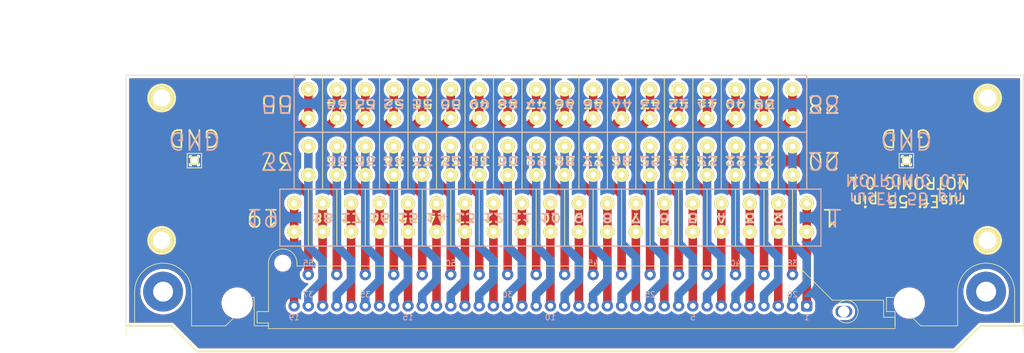
<source format=kicad_pcb>
(kicad_pcb (version 20171130) (host pcbnew 5.1.5-52549c5~84~ubuntu18.04.1)

  (general
    (thickness 1.6)
    (drawings 156)
    (tracks 258)
    (zones 0)
    (modules 10)
    (nets 57)
  )

  (page A3)
  (layers
    (0 F.Cu signal)
    (31 B.Cu signal)
    (32 B.Adhes user)
    (33 F.Adhes user)
    (34 B.Paste user)
    (35 F.Paste user)
    (36 B.SilkS user)
    (37 F.SilkS user)
    (38 B.Mask user)
    (39 F.Mask user)
    (40 Dwgs.User user)
    (41 Cmts.User user)
    (42 Eco1.User user)
    (43 Eco2.User user)
    (44 Edge.Cuts user)
  )

  (setup
    (last_trace_width 1.5)
    (user_trace_width 0.3)
    (user_trace_width 0.5)
    (user_trace_width 0.6)
    (user_trace_width 0.7)
    (user_trace_width 0.8)
    (user_trace_width 0.9)
    (user_trace_width 1)
    (user_trace_width 1.5)
    (user_trace_width 2)
    (trace_clearance 0.3)
    (zone_clearance 0.5)
    (zone_45_only no)
    (trace_min 0.254)
    (via_size 0.889)
    (via_drill 0.635)
    (via_min_size 0.889)
    (via_min_drill 0.508)
    (uvia_size 0.508)
    (uvia_drill 0.127)
    (uvias_allowed no)
    (uvia_min_size 0.508)
    (uvia_min_drill 0.127)
    (edge_width 0.1)
    (segment_width 0.2)
    (pcb_text_width 0.3)
    (pcb_text_size 1.5 1.5)
    (mod_edge_width 0.15)
    (mod_text_size 1 1)
    (mod_text_width 0.15)
    (pad_size 4.064 4.064)
    (pad_drill 3.048)
    (pad_to_mask_clearance 0)
    (aux_axis_origin 0 0)
    (visible_elements 7FFFFFFF)
    (pcbplotparams
      (layerselection 0x010fc_80000001)
      (usegerberextensions true)
      (usegerberattributes false)
      (usegerberadvancedattributes false)
      (creategerberjobfile false)
      (excludeedgelayer true)
      (linewidth 0.150000)
      (plotframeref false)
      (viasonmask false)
      (mode 1)
      (useauxorigin false)
      (hpglpennumber 1)
      (hpglpenspeed 20)
      (hpglpendiameter 15.000000)
      (psnegative false)
      (psa4output false)
      (plotreference true)
      (plotvalue true)
      (plotinvisibletext false)
      (padsonsilk false)
      (subtractmaskfromsilk false)
      (outputformat 1)
      (mirror false)
      (drillshape 0)
      (scaleselection 1)
      (outputdirectory "963063-15_55_pin_connector_gerbers"))
  )

  (net 0 "")
  (net 1 GND)
  (net 2 N-000001)
  (net 3 N-0000010)
  (net 4 N-0000011)
  (net 5 N-0000012)
  (net 6 N-0000013)
  (net 7 N-0000014)
  (net 8 N-0000015)
  (net 9 N-0000016)
  (net 10 N-0000017)
  (net 11 N-0000018)
  (net 12 N-0000019)
  (net 13 N-000002)
  (net 14 N-0000020)
  (net 15 N-0000021)
  (net 16 N-0000022)
  (net 17 N-0000023)
  (net 18 N-0000024)
  (net 19 N-0000025)
  (net 20 N-0000026)
  (net 21 N-0000027)
  (net 22 N-0000028)
  (net 23 N-0000029)
  (net 24 N-000003)
  (net 25 N-0000030)
  (net 26 N-0000031)
  (net 27 N-0000032)
  (net 28 N-0000033)
  (net 29 N-0000034)
  (net 30 N-0000035)
  (net 31 N-0000036)
  (net 32 N-0000037)
  (net 33 N-0000038)
  (net 34 N-0000039)
  (net 35 N-000004)
  (net 36 N-0000040)
  (net 37 N-0000041)
  (net 38 N-0000042)
  (net 39 N-0000043)
  (net 40 N-0000044)
  (net 41 N-0000046)
  (net 42 N-0000047)
  (net 43 N-0000048)
  (net 44 N-0000049)
  (net 45 N-000005)
  (net 46 N-0000050)
  (net 47 N-0000051)
  (net 48 N-0000052)
  (net 49 N-0000053)
  (net 50 N-0000054)
  (net 51 N-0000055)
  (net 52 N-0000056)
  (net 53 N-000006)
  (net 54 N-000007)
  (net 55 N-000008)
  (net 56 N-000009)

  (net_class Default "Это класс цепей по умолчанию."
    (clearance 0.3)
    (trace_width 0.3)
    (via_dia 0.889)
    (via_drill 0.635)
    (uvia_dia 0.508)
    (uvia_drill 0.127)
    (add_net GND)
    (add_net N-000001)
    (add_net N-0000010)
    (add_net N-0000011)
    (add_net N-0000012)
    (add_net N-0000013)
    (add_net N-0000014)
    (add_net N-0000015)
    (add_net N-0000016)
    (add_net N-0000017)
    (add_net N-0000018)
    (add_net N-0000019)
    (add_net N-000002)
    (add_net N-0000020)
    (add_net N-0000021)
    (add_net N-0000022)
    (add_net N-0000023)
    (add_net N-0000024)
    (add_net N-0000025)
    (add_net N-0000026)
    (add_net N-0000027)
    (add_net N-0000028)
    (add_net N-0000029)
    (add_net N-000003)
    (add_net N-0000030)
    (add_net N-0000031)
    (add_net N-0000032)
    (add_net N-0000033)
    (add_net N-0000034)
    (add_net N-0000035)
    (add_net N-0000036)
    (add_net N-0000037)
    (add_net N-0000038)
    (add_net N-0000039)
    (add_net N-000004)
    (add_net N-0000040)
    (add_net N-0000041)
    (add_net N-0000042)
    (add_net N-0000043)
    (add_net N-0000044)
    (add_net N-0000046)
    (add_net N-0000047)
    (add_net N-0000048)
    (add_net N-0000049)
    (add_net N-000005)
    (add_net N-0000050)
    (add_net N-0000051)
    (add_net N-0000052)
    (add_net N-0000053)
    (add_net N-0000054)
    (add_net N-0000055)
    (add_net N-0000056)
    (add_net N-000006)
    (add_net N-000007)
    (add_net N-000008)
    (add_net N-000009)
  )

  (module rusEFI_Modules:55pin_china_bosch_motronic (layer F.Cu) (tedit 5E77B154) (tstamp 54212F31)
    (at 220 168.5 180)
    (path /542111B3)
    (fp_text reference P1 (at 0 27.5) (layer F.SilkS) hide
      (effects (font (size 1 1) (thickness 0.15)))
    )
    (fp_text value MOTRONIC (at 0 2.25) (layer F.SilkS) hide
      (effects (font (size 1 1) (thickness 0.15)))
    )
    (fp_circle (center -52 7) (end -50 7) (layer F.SilkS) (width 0.12))
    (fp_line (start 52 4.5) (end 49.5 4.5) (layer F.SilkS) (width 0.12))
    (fp_line (start 66.5 4.5) (end 74.5 4.5) (layer F.SilkS) (width 0.3))
    (fp_line (start -75.5 4.5) (end -83 4.5) (layer F.SilkS) (width 0.3))
    (fp_line (start -71 0) (end -75.5 4.5) (layer F.SilkS) (width 0.3))
    (fp_line (start 62 0) (end 66.5 4.5) (layer F.SilkS) (width 0.3))
    (fp_line (start -71 0) (end 62 0) (layer F.SilkS) (width 0.3))
    (fp_line (start -83 4.5) (end -83 3) (layer F.SilkS) (width 0.12))
    (fp_line (start -81.5 4.5) (end -83 4.5) (layer F.SilkS) (width 0.12))
    (fp_line (start 74.5 4.5) (end 74.5 3) (layer F.SilkS) (width 0.12))
    (fp_line (start 73 4.5) (end 74.5 4.5) (layer F.SilkS) (width 0.12))
    (fp_line (start 57 4.5) (end 63 4.5) (layer F.SilkS) (width 0.12))
    (fp_line (start 54 7.5) (end 57 4.5) (layer F.SilkS) (width 0.12))
    (fp_line (start 54 9.5) (end 54 7.5) (layer F.SilkS) (width 0.12))
    (fp_line (start 52 9.5) (end 54 9.5) (layer F.SilkS) (width 0.12))
    (fp_line (start 52 4.5) (end 52 9.5) (layer F.SilkS) (width 0.12))
    (fp_line (start -65 4.5) (end -71.5 4.5) (layer F.SilkS) (width 0.12))
    (fp_line (start -62.5 7) (end -65 4.5) (layer F.SilkS) (width 0.12))
    (fp_line (start -62.5 9.5) (end -62.5 7) (layer F.SilkS) (width 0.12))
    (fp_line (start -59 9.5) (end -62.5 9.5) (layer F.SilkS) (width 0.12))
    (fp_line (start -59 7) (end -59 9.5) (layer F.SilkS) (width 0.12))
    (fp_line (start -60.5 7) (end -59 7) (layer F.SilkS) (width 0.12))
    (fp_line (start -60.5 4.5) (end -60.5 7) (layer F.SilkS) (width 0.12))
    (fp_line (start -81.5 10.5) (end -81.5 4.5) (layer F.SilkS) (width 0.12))
    (fp_line (start -71.5 10.5) (end -71.5 4.5) (layer F.SilkS) (width 0.12))
    (fp_line (start 63 10.5) (end 63 4.5) (layer F.SilkS) (width 0.12))
    (fp_line (start 73 10.5) (end 73 4.5) (layer F.SilkS) (width 0.12))
    (fp_arc (start 68 10.5) (end 63 10.5) (angle -180) (layer F.SilkS) (width 0.12))
    (fp_arc (start -76.5 10.5) (end -81.5 10.5) (angle -180) (layer F.SilkS) (width 0.12))
    (fp_line (start 49.5 5) (end 49.5 4) (layer F.SilkS) (width 0.12))
    (fp_line (start 51.5 5) (end 49.5 5) (layer F.SilkS) (width 0.12))
    (fp_line (start 51.5 7) (end 51.5 5) (layer F.SilkS) (width 0.12))
    (fp_line (start 49.5 7) (end 51.5 7) (layer F.SilkS) (width 0.12))
    (fp_line (start -60.5 6) (end -58.5 6) (layer F.SilkS) (width 0.12))
    (fp_line (start -60.5 4) (end -60.5 6) (layer F.SilkS) (width 0.12))
    (fp_line (start -60.5 4) (end 49.5 4) (layer F.SilkS) (width 0.12))
    (fp_line (start -58.5 9) (end -58.5 6) (layer F.SilkS) (width 0.12))
    (fp_line (start -49.5 9) (end -58.5 9) (layer F.SilkS) (width 0.12))
    (fp_line (start -43.5 15) (end -49.5 9) (layer F.SilkS) (width 0.12))
    (fp_line (start 49.5 15.5) (end 49.5 7) (layer F.SilkS) (width 0.12))
    (fp_line (start 44.5 15) (end 44.5 15.5) (layer F.SilkS) (width 0.12))
    (fp_arc (start 47 15.5) (end 44.5 15.5) (angle -180) (layer F.SilkS) (width 0.12))
    (fp_line (start 44.5 15) (end -43.5 15) (layer F.SilkS) (width 0.12))
    (fp_text user 55 (at 42.5 15.5) (layer B.SilkS)
      (effects (font (size 1 1) (thickness 0.15)) (justify mirror))
    )
    (fp_text user 50 (at 17.5 15.5) (layer B.SilkS)
      (effects (font (size 1 1) (thickness 0.15)) (justify mirror))
    )
    (fp_text user 45 (at -7.5 15.5) (layer B.SilkS)
      (effects (font (size 1 1) (thickness 0.15)) (justify mirror))
    )
    (fp_text user 40 (at -32.5 15.5) (layer B.SilkS)
      (effects (font (size 1 1) (thickness 0.15)) (justify mirror))
    )
    (fp_text user 38 (at -42.5 15.5) (layer B.SilkS)
      (effects (font (size 1 1) (thickness 0.15)) (justify mirror))
    )
    (fp_text user 25 (at -17.5 10) (layer B.SilkS)
      (effects (font (size 1 1) (thickness 0.15)) (justify mirror))
    )
    (fp_text user 20 (at -42.5 10) (layer B.SilkS)
      (effects (font (size 1 1) (thickness 0.15)) (justify mirror))
    )
    (fp_text user 37 (at 42.5 10) (layer B.SilkS)
      (effects (font (size 1 1) (thickness 0.15)) (justify mirror))
    )
    (fp_text user 19 (at 45 6) (layer B.SilkS)
      (effects (font (size 1 1) (thickness 0.15)) (justify mirror))
    )
    (fp_text user 35 (at 32.5 10) (layer B.SilkS)
      (effects (font (size 1 1) (thickness 0.15)) (justify mirror))
    )
    (fp_text user 30 (at 7.5 10) (layer B.SilkS)
      (effects (font (size 1 1) (thickness 0.15)) (justify mirror))
    )
    (fp_text user 15 (at 25 6) (layer B.SilkS)
      (effects (font (size 1 1) (thickness 0.15)) (justify mirror))
    )
    (fp_text user 10 (at 0 6) (layer B.SilkS)
      (effects (font (size 1 1) (thickness 0.15)) (justify mirror))
    )
    (fp_text user 5 (at -25 6) (layer B.SilkS)
      (effects (font (size 1 1) (thickness 0.15)) (justify mirror))
    )
    (fp_text user 1 (at -45 6) (layer B.SilkS)
      (effects (font (size 1 1) (thickness 0.15)) (justify mirror))
    )
    (pad "" np_thru_hole circle (at 68 10.5 180) (size 7 7) (drill 3.5) (layers *.Cu *.Mask))
    (pad "" np_thru_hole circle (at -76.5 10.5 180) (size 7 7) (drill 3.5) (layers *.Cu *.Mask))
    (pad "" np_thru_hole oval (at -51.5 7 180) (size 3 2) (drill 2) (layers *.Cu *.Mask))
    (pad "" np_thru_hole circle (at 47 15.5 180) (size 2 2) (drill 2) (layers *.Cu *.Mask))
    (pad "" np_thru_hole circle (at 55 8.5 180) (size 4.5 4.5) (drill 4.5) (layers *.Cu *.Mask))
    (pad "" np_thru_hole circle (at -63 8.5 180) (size 4.5 4.5) (drill 4.5) (layers *.Cu *.Mask))
    (pad 1 thru_hole roundrect (at -45 8 180) (size 2 2) (drill 1) (layers *.Cu *.Mask) (roundrect_rratio 0.25)
      (net 13 N-000002))
    (pad 20 thru_hole circle (at -42.5 8 180) (size 2 2) (drill 1) (layers *.Cu *.Mask)
      (net 15 N-0000021))
    (pad 2 thru_hole circle (at -40 8 180) (size 2 2) (drill 1) (layers *.Cu *.Mask)
      (net 24 N-000003))
    (pad 3 thru_hole circle (at -35 8 180) (size 2 2) (drill 1) (layers *.Cu *.Mask)
      (net 35 N-000004))
    (pad 4 thru_hole circle (at -30 8 180) (size 2 2) (drill 1) (layers *.Cu *.Mask)
      (net 45 N-000005))
    (pad 5 thru_hole circle (at -25 8 180) (size 2 2) (drill 1) (layers *.Cu *.Mask)
      (net 53 N-000006))
    (pad 6 thru_hole circle (at -20 8 180) (size 2 2) (drill 1) (layers *.Cu *.Mask)
      (net 54 N-000007))
    (pad 7 thru_hole circle (at -15 8 180) (size 2 2) (drill 1) (layers *.Cu *.Mask)
      (net 55 N-000008))
    (pad 8 thru_hole circle (at -10 8 180) (size 2 2) (drill 1) (layers *.Cu *.Mask)
      (net 56 N-000009))
    (pad 9 thru_hole circle (at -5 8 180) (size 2 2) (drill 1) (layers *.Cu *.Mask)
      (net 3 N-0000010))
    (pad 10 thru_hole circle (at 0 8 180) (size 2 2) (drill 1) (layers *.Cu *.Mask)
      (net 4 N-0000011))
    (pad 11 thru_hole circle (at 5 8 180) (size 2 2) (drill 1) (layers *.Cu *.Mask)
      (net 2 N-000001))
    (pad 12 thru_hole circle (at 10 8 180) (size 2 2) (drill 1) (layers *.Cu *.Mask)
      (net 6 N-0000013))
    (pad 13 thru_hole circle (at 15 8 180) (size 2 2) (drill 1) (layers *.Cu *.Mask)
      (net 7 N-0000014))
    (pad 14 thru_hole circle (at 20 8 180) (size 2 2) (drill 1) (layers *.Cu *.Mask)
      (net 8 N-0000015))
    (pad 15 thru_hole circle (at 25 8 180) (size 2 2) (drill 1) (layers *.Cu *.Mask)
      (net 9 N-0000016))
    (pad 16 thru_hole circle (at 30 8 180) (size 2 2) (drill 1) (layers *.Cu *.Mask)
      (net 10 N-0000017))
    (pad 17 thru_hole circle (at 35 8 180) (size 2 2) (drill 1) (layers *.Cu *.Mask)
      (net 11 N-0000018))
    (pad 18 thru_hole circle (at 40 8 180) (size 2 2) (drill 1) (layers *.Cu *.Mask)
      (net 12 N-0000019))
    (pad 19 thru_hole circle (at 45 8 180) (size 2 2) (drill 1) (layers *.Cu *.Mask)
      (net 14 N-0000020))
    (pad 21 thru_hole circle (at -37.5 8 180) (size 2 2) (drill 1) (layers *.Cu *.Mask)
      (net 16 N-0000022))
    (pad 22 thru_hole circle (at -32.5 8 180) (size 2 2) (drill 1) (layers *.Cu *.Mask)
      (net 29 N-0000034))
    (pad 23 thru_hole circle (at -27.5 8 180) (size 2 2) (drill 1) (layers *.Cu *.Mask)
      (net 42 N-0000047))
    (pad 24 thru_hole circle (at -22.5 8 180) (size 2 2) (drill 1) (layers *.Cu *.Mask)
      (net 43 N-0000048))
    (pad 25 thru_hole circle (at -17.5 8 180) (size 2 2) (drill 1) (layers *.Cu *.Mask)
      (net 44 N-0000049))
    (pad 26 thru_hole circle (at -12.5 8 180) (size 2 2) (drill 1) (layers *.Cu *.Mask)
      (net 46 N-0000050))
    (pad 27 thru_hole circle (at -7.5 8 180) (size 2 2) (drill 1) (layers *.Cu *.Mask)
      (net 47 N-0000051))
    (pad 28 thru_hole circle (at -2.5 8 180) (size 2 2) (drill 1) (layers *.Cu *.Mask)
      (net 48 N-0000052))
    (pad 29 thru_hole circle (at 2.5 8 180) (size 2 2) (drill 1) (layers *.Cu *.Mask)
      (net 49 N-0000053))
    (pad 30 thru_hole circle (at 7.5 8 180) (size 2 2) (drill 1) (layers *.Cu *.Mask)
      (net 50 N-0000054))
    (pad 31 thru_hole circle (at 12.5 8 180) (size 2 2) (drill 1) (layers *.Cu *.Mask)
      (net 51 N-0000055))
    (pad 32 thru_hole circle (at 17.5 8 180) (size 2 2) (drill 1) (layers *.Cu *.Mask)
      (net 52 N-0000056))
    (pad 33 thru_hole circle (at 22.5 8 180) (size 2 2) (drill 1) (layers *.Cu *.Mask)
      (net 41 N-0000046))
    (pad 34 thru_hole circle (at 27.5 8 180) (size 2 2) (drill 1) (layers *.Cu *.Mask)
      (net 18 N-0000024))
    (pad 35 thru_hole circle (at 32.5 8 180) (size 2 2) (drill 1) (layers *.Cu *.Mask)
      (net 19 N-0000025))
    (pad 36 thru_hole circle (at 37.5 8 180) (size 2 2) (drill 1) (layers *.Cu *.Mask)
      (net 20 N-0000026))
    (pad 37 thru_hole circle (at 42.5 8 180) (size 2 2) (drill 1) (layers *.Cu *.Mask)
      (net 21 N-0000027))
    (pad 38 thru_hole circle (at -42.5 13.5 180) (size 2 2) (drill 1) (layers *.Cu *.Mask)
      (net 22 N-0000028))
    (pad 39 thru_hole circle (at -37.5 13.5 180) (size 2 2) (drill 1) (layers *.Cu *.Mask)
      (net 23 N-0000029))
    (pad 40 thru_hole circle (at -32.5 13.5 180) (size 2 2) (drill 1) (layers *.Cu *.Mask)
      (net 25 N-0000030))
    (pad 41 thru_hole circle (at -27.5 13.5 180) (size 2 2) (drill 1) (layers *.Cu *.Mask)
      (net 26 N-0000031))
    (pad 42 thru_hole circle (at -22.5 13.5 180) (size 2 2) (drill 1) (layers *.Cu *.Mask)
      (net 27 N-0000032))
    (pad 43 thru_hole circle (at -17.5 13.5 180) (size 2 2) (drill 1) (layers *.Cu *.Mask)
      (net 28 N-0000033))
    (pad 44 thru_hole circle (at -12.5 13.5 180) (size 2 2) (drill 1) (layers *.Cu *.Mask)
      (net 17 N-0000023))
    (pad 45 thru_hole circle (at -7.5 13.5 180) (size 2 2) (drill 1) (layers *.Cu *.Mask)
      (net 30 N-0000035))
    (pad 46 thru_hole circle (at -2.5 13.5 180) (size 2 2) (drill 1) (layers *.Cu *.Mask)
      (net 31 N-0000036))
    (pad 47 thru_hole circle (at 2.5 13.5 180) (size 2 2) (drill 1) (layers *.Cu *.Mask)
      (net 32 N-0000037))
    (pad 48 thru_hole circle (at 7.5 13.5 180) (size 2 2) (drill 1) (layers *.Cu *.Mask)
      (net 33 N-0000038))
    (pad 49 thru_hole circle (at 12.5 13.5 180) (size 2 2) (drill 1) (layers *.Cu *.Mask)
      (net 34 N-0000039))
    (pad 50 thru_hole circle (at 17.5 13.5 180) (size 2 2) (drill 1) (layers *.Cu *.Mask)
      (net 36 N-0000040))
    (pad 51 thru_hole circle (at 22.5 13.5 180) (size 2 2) (drill 1) (layers *.Cu *.Mask)
      (net 37 N-0000041))
    (pad 52 thru_hole circle (at 27.5 13.5 180) (size 2 2) (drill 1) (layers *.Cu *.Mask)
      (net 38 N-0000042))
    (pad 53 thru_hole circle (at 32.5 13.5 180) (size 2 2) (drill 1) (layers *.Cu *.Mask)
      (net 39 N-0000043))
    (pad 54 thru_hole circle (at 37.5 13.5 180) (size 2 2) (drill 1) (layers *.Cu *.Mask)
      (net 40 N-0000044))
    (pad 55 thru_hole circle (at 42.5 13.5 180) (size 2 2) (drill 1) (layers *.Cu *.Mask)
      (net 5 N-0000012))
  )

  (module CON19X5 (layer F.Cu) (tedit 5421128E) (tstamp 5E7645A1)
    (at 220 145 180)
    (path /542111C2)
    (fp_text reference P2 (at 0 7.5 180) (layer F.SilkS) hide
      (effects (font (size 1 1) (thickness 0.15)))
    )
    (fp_text value CONN_19 (at 0 -7.5 180) (layer F.SilkS) hide
      (effects (font (size 1 1) (thickness 0.15)))
    )
    (fp_line (start -22.5 -5) (end -22.5 5) (layer F.SilkS) (width 0.15))
    (fp_line (start -22.5 5) (end -17.5 5) (layer F.SilkS) (width 0.15))
    (fp_line (start -17.5 5) (end -17.5 -5) (layer F.SilkS) (width 0.15))
    (fp_line (start -17.5 -5) (end -12.5 -5) (layer F.SilkS) (width 0.15))
    (fp_line (start -12.5 -5) (end -12.5 5) (layer F.SilkS) (width 0.15))
    (fp_line (start -12.5 5) (end -7.5 5) (layer F.SilkS) (width 0.15))
    (fp_line (start -7.5 5) (end -7.5 -5) (layer F.SilkS) (width 0.15))
    (fp_line (start -7.5 -5) (end -2.5 -5) (layer F.SilkS) (width 0.15))
    (fp_line (start -2.5 -5) (end -2.5 5) (layer F.SilkS) (width 0.15))
    (fp_line (start -2.5 5) (end 2.5 5) (layer F.SilkS) (width 0.15))
    (fp_line (start 2.5 5) (end 2.5 -5) (layer F.SilkS) (width 0.15))
    (fp_line (start 2.5 -5) (end 7.5 -5) (layer F.SilkS) (width 0.15))
    (fp_line (start 7.5 -5) (end 7.5 5) (layer F.SilkS) (width 0.15))
    (fp_line (start 7.5 5) (end 12.5 5) (layer F.SilkS) (width 0.15))
    (fp_line (start 12.5 5) (end 12.5 -5) (layer F.SilkS) (width 0.15))
    (fp_line (start 12.5 -5) (end 17.5 -5) (layer F.SilkS) (width 0.15))
    (fp_line (start 17.5 -5) (end 17.5 5) (layer F.SilkS) (width 0.15))
    (fp_line (start 17.5 5) (end 22.5 5) (layer F.SilkS) (width 0.15))
    (fp_line (start 22.5 5) (end 22.5 -5) (layer F.SilkS) (width 0.15))
    (fp_line (start 22.5 -5) (end 27.5 -5) (layer F.SilkS) (width 0.15))
    (fp_line (start 27.5 -5) (end 27.5 5) (layer F.SilkS) (width 0.15))
    (fp_line (start 27.5 5) (end 32.5 5) (layer F.SilkS) (width 0.15))
    (fp_line (start 32.5 5) (end 32.5 -5) (layer F.SilkS) (width 0.15))
    (fp_line (start 32.5 -5) (end 37.5 -5) (layer F.SilkS) (width 0.15))
    (fp_line (start 37.5 -5) (end 37.5 5) (layer F.SilkS) (width 0.15))
    (fp_line (start 37.5 5) (end 42.5 5) (layer F.SilkS) (width 0.15))
    (fp_line (start 42.5 5) (end 42.5 -5) (layer F.SilkS) (width 0.15))
    (fp_line (start -27.5 5) (end -27.5 -5) (layer F.SilkS) (width 0.15))
    (fp_line (start -32.5 -5) (end -32.5 5) (layer F.SilkS) (width 0.15))
    (fp_line (start -37.5 5) (end -37.5 -5) (layer F.SilkS) (width 0.15))
    (fp_line (start -42.5 -5) (end -42.5 5) (layer F.SilkS) (width 0.15))
    (fp_line (start -47.5 -5) (end -47.5 5) (layer F.SilkS) (width 0.15))
    (fp_line (start -47.5 5) (end 47.5 5) (layer F.SilkS) (width 0.15))
    (fp_line (start 47.5 5) (end 47.5 -5) (layer F.SilkS) (width 0.15))
    (fp_line (start 47.5 -5) (end -47.5 -5) (layer F.SilkS) (width 0.15))
    (pad 1 thru_hole circle (at -45 2.5 180) (size 2.5 2.5) (drill 1) (layers *.Cu *.Mask F.SilkS)
      (net 13 N-000002))
    (pad 2 thru_hole circle (at -40 2.5 180) (size 2.5 2.5) (drill 1) (layers *.Cu *.Mask F.SilkS)
      (net 24 N-000003))
    (pad 3 thru_hole circle (at -35 2.5 180) (size 2.5 2.5) (drill 1) (layers *.Cu *.Mask F.SilkS)
      (net 35 N-000004))
    (pad 4 thru_hole circle (at -30 2.5 180) (size 2.5 2.5) (drill 1) (layers *.Cu *.Mask F.SilkS)
      (net 45 N-000005))
    (pad 5 thru_hole circle (at -25 2.5 180) (size 2.5 2.5) (drill 1) (layers *.Cu *.Mask F.SilkS)
      (net 53 N-000006))
    (pad 6 thru_hole circle (at -20 2.5 180) (size 2.5 2.5) (drill 1) (layers *.Cu *.Mask F.SilkS)
      (net 54 N-000007))
    (pad 7 thru_hole circle (at -15 2.5 180) (size 2.5 2.5) (drill 1) (layers *.Cu *.Mask F.SilkS)
      (net 55 N-000008))
    (pad 8 thru_hole circle (at -10 2.5 180) (size 2.5 2.5) (drill 1) (layers *.Cu *.Mask F.SilkS)
      (net 56 N-000009))
    (pad 9 thru_hole circle (at -5 2.5 180) (size 2.5 2.5) (drill 1) (layers *.Cu *.Mask F.SilkS)
      (net 3 N-0000010))
    (pad 10 thru_hole circle (at 0 2.5 180) (size 2.5 2.5) (drill 1) (layers *.Cu *.Mask F.SilkS)
      (net 4 N-0000011))
    (pad 11 thru_hole circle (at 5 2.5 180) (size 2.5 2.5) (drill 1) (layers *.Cu *.Mask F.SilkS)
      (net 2 N-000001))
    (pad 12 thru_hole circle (at 10 2.5 180) (size 2.5 2.5) (drill 1) (layers *.Cu *.Mask F.SilkS)
      (net 6 N-0000013))
    (pad 13 thru_hole circle (at 15 2.5 180) (size 2.5 2.5) (drill 1) (layers *.Cu *.Mask F.SilkS)
      (net 7 N-0000014))
    (pad 14 thru_hole circle (at 20 2.5 180) (size 2.5 2.5) (drill 1) (layers *.Cu *.Mask F.SilkS)
      (net 8 N-0000015))
    (pad 15 thru_hole circle (at 25 2.5 180) (size 2.5 2.5) (drill 1) (layers *.Cu *.Mask F.SilkS)
      (net 9 N-0000016))
    (pad 16 thru_hole circle (at 30 2.5 180) (size 2.5 2.5) (drill 1) (layers *.Cu *.Mask F.SilkS)
      (net 10 N-0000017))
    (pad 17 thru_hole circle (at 35 2.5 180) (size 2.5 2.5) (drill 1) (layers *.Cu *.Mask F.SilkS)
      (net 11 N-0000018))
    (pad 18 thru_hole circle (at 40 2.5 180) (size 2.5 2.5) (drill 1) (layers *.Cu *.Mask F.SilkS)
      (net 12 N-0000019))
    (pad 19 thru_hole circle (at 45 2.5 180) (size 2.5 2.5) (drill 1) (layers *.Cu *.Mask F.SilkS)
      (net 14 N-0000020))
    (pad 1 thru_hole circle (at -45 -2.5 180) (size 2.5 2.5) (drill 1) (layers *.Cu *.Mask F.SilkS)
      (net 13 N-000002))
    (pad 2 thru_hole circle (at -40 -2.5 180) (size 2.5 2.5) (drill 1) (layers *.Cu *.Mask F.SilkS)
      (net 24 N-000003))
    (pad 3 thru_hole circle (at -35 -2.5 180) (size 2.5 2.5) (drill 1) (layers *.Cu *.Mask F.SilkS)
      (net 35 N-000004))
    (pad 4 thru_hole circle (at -30 -2.5 180) (size 2.5 2.5) (drill 1) (layers *.Cu *.Mask F.SilkS)
      (net 45 N-000005))
    (pad 5 thru_hole circle (at -25 -2.5 180) (size 2.5 2.5) (drill 1) (layers *.Cu *.Mask F.SilkS)
      (net 53 N-000006))
    (pad 6 thru_hole circle (at -20 -2.5 180) (size 2.5 2.5) (drill 1) (layers *.Cu *.Mask F.SilkS)
      (net 54 N-000007))
    (pad 7 thru_hole circle (at -15 -2.5 180) (size 2.5 2.5) (drill 1) (layers *.Cu *.Mask F.SilkS)
      (net 55 N-000008))
    (pad 8 thru_hole circle (at -10 -2.5 180) (size 2.5 2.5) (drill 1) (layers *.Cu *.Mask F.SilkS)
      (net 56 N-000009))
    (pad 9 thru_hole circle (at -5 -2.5 180) (size 2.5 2.5) (drill 1) (layers *.Cu *.Mask F.SilkS)
      (net 3 N-0000010))
    (pad 10 thru_hole circle (at 0 -2.5 180) (size 2.5 2.5) (drill 1) (layers *.Cu *.Mask F.SilkS)
      (net 4 N-0000011))
    (pad 11 thru_hole circle (at 5 -2.5 180) (size 2.5 2.5) (drill 1) (layers *.Cu *.Mask F.SilkS)
      (net 2 N-000001))
    (pad 12 thru_hole circle (at 10 -2.5 180) (size 2.5 2.5) (drill 1) (layers *.Cu *.Mask F.SilkS)
      (net 6 N-0000013))
    (pad 13 thru_hole circle (at 15 -2.5 180) (size 2.5 2.5) (drill 1) (layers *.Cu *.Mask F.SilkS)
      (net 7 N-0000014))
    (pad 14 thru_hole circle (at 20 -2.5 180) (size 2.5 2.5) (drill 1) (layers *.Cu *.Mask F.SilkS)
      (net 8 N-0000015))
    (pad 15 thru_hole circle (at 25 -2.5 180) (size 2.5 2.5) (drill 1) (layers *.Cu *.Mask F.SilkS)
      (net 9 N-0000016))
    (pad 16 thru_hole circle (at 30 -2.5 180) (size 2.5 2.5) (drill 1) (layers *.Cu *.Mask F.SilkS)
      (net 10 N-0000017))
    (pad 17 thru_hole circle (at 35 -2.5 180) (size 2.5 2.5) (drill 1) (layers *.Cu *.Mask F.SilkS)
      (net 11 N-0000018))
    (pad 18 thru_hole circle (at 40 -2.5 180) (size 2.5 2.5) (drill 1) (layers *.Cu *.Mask F.SilkS)
      (net 12 N-0000019))
    (pad 19 thru_hole circle (at 45 -2.5 180) (size 2.5 2.5) (drill 1) (layers *.Cu *.Mask F.SilkS)
      (net 14 N-0000020))
  )

  (module CON18X5 (layer F.Cu) (tedit 5421131E) (tstamp 54212E8B)
    (at 220 135 180)
    (path /54211270)
    (fp_text reference P3 (at 0 7.5 180) (layer F.SilkS) hide
      (effects (font (size 1 1) (thickness 0.15)))
    )
    (fp_text value CONN_18 (at 0 -7.5 180) (layer F.SilkS) hide
      (effects (font (size 1 1) (thickness 0.15)))
    )
    (fp_line (start -45 -5) (end 45 -5) (layer F.SilkS) (width 0.15))
    (fp_line (start -45 5) (end 45 5) (layer F.SilkS) (width 0.15))
    (fp_line (start -20 -5) (end -20 5) (layer F.SilkS) (width 0.15))
    (fp_line (start -20 5) (end -15 5) (layer F.SilkS) (width 0.15))
    (fp_line (start -15 5) (end -15 -5) (layer F.SilkS) (width 0.15))
    (fp_line (start -15 -5) (end -10 -5) (layer F.SilkS) (width 0.15))
    (fp_line (start -10 -5) (end -10 5) (layer F.SilkS) (width 0.15))
    (fp_line (start -10 5) (end -5 5) (layer F.SilkS) (width 0.15))
    (fp_line (start -5 5) (end -5 -5) (layer F.SilkS) (width 0.15))
    (fp_line (start -5 -5) (end 0 -5) (layer F.SilkS) (width 0.15))
    (fp_line (start 0 -5) (end 0 5) (layer F.SilkS) (width 0.15))
    (fp_line (start 0 5) (end 5 5) (layer F.SilkS) (width 0.15))
    (fp_line (start 5 5) (end 5 -5) (layer F.SilkS) (width 0.15))
    (fp_line (start 5 -5) (end 10 -5) (layer F.SilkS) (width 0.15))
    (fp_line (start 10 -5) (end 10 5) (layer F.SilkS) (width 0.15))
    (fp_line (start 10 5) (end 15 5) (layer F.SilkS) (width 0.15))
    (fp_line (start 15 5) (end 15 -5) (layer F.SilkS) (width 0.15))
    (fp_line (start 15 -5) (end 20 -5) (layer F.SilkS) (width 0.15))
    (fp_line (start 20 -5) (end 20 5) (layer F.SilkS) (width 0.15))
    (fp_line (start 20 5) (end 25 5) (layer F.SilkS) (width 0.15))
    (fp_line (start 25 5) (end 25 -5) (layer F.SilkS) (width 0.15))
    (fp_line (start 25 -5) (end 30 -5) (layer F.SilkS) (width 0.15))
    (fp_line (start 30 -5) (end 30 5) (layer F.SilkS) (width 0.15))
    (fp_line (start 30 5) (end 35 5) (layer F.SilkS) (width 0.15))
    (fp_line (start 35 5) (end 35 -5) (layer F.SilkS) (width 0.15))
    (fp_line (start 35 -5) (end 40 -5) (layer F.SilkS) (width 0.15))
    (fp_line (start 40 -5) (end 40 5) (layer F.SilkS) (width 0.15))
    (fp_line (start 40 5) (end 45 5) (layer F.SilkS) (width 0.15))
    (fp_line (start 45 5) (end 45 -5) (layer F.SilkS) (width 0.15))
    (fp_line (start -25 5) (end -25 -5) (layer F.SilkS) (width 0.15))
    (fp_line (start -30 -5) (end -30 5) (layer F.SilkS) (width 0.15))
    (fp_line (start -35 5) (end -35 -5) (layer F.SilkS) (width 0.15))
    (fp_line (start -40 -5) (end -40 5) (layer F.SilkS) (width 0.15))
    (fp_line (start -45 -5) (end -45 5) (layer F.SilkS) (width 0.15))
    (pad 1 thru_hole circle (at -42.5 2.5 180) (size 2.5 2.5) (drill 1) (layers *.Cu *.Mask F.SilkS)
      (net 15 N-0000021))
    (pad 2 thru_hole circle (at -37.5 2.5 180) (size 2.5 2.5) (drill 1) (layers *.Cu *.Mask F.SilkS)
      (net 16 N-0000022))
    (pad 3 thru_hole circle (at -32.5 2.5 180) (size 2.5 2.5) (drill 1) (layers *.Cu *.Mask F.SilkS)
      (net 29 N-0000034))
    (pad 4 thru_hole circle (at -27.5 2.5 180) (size 2.5 2.5) (drill 1) (layers *.Cu *.Mask F.SilkS)
      (net 42 N-0000047))
    (pad 5 thru_hole circle (at -22.5 2.5 180) (size 2.5 2.5) (drill 1) (layers *.Cu *.Mask F.SilkS)
      (net 43 N-0000048))
    (pad 6 thru_hole circle (at -17.5 2.5 180) (size 2.5 2.5) (drill 1) (layers *.Cu *.Mask F.SilkS)
      (net 44 N-0000049))
    (pad 7 thru_hole circle (at -12.5 2.5 180) (size 2.5 2.5) (drill 1) (layers *.Cu *.Mask F.SilkS)
      (net 46 N-0000050))
    (pad 8 thru_hole circle (at -7.5 2.5 180) (size 2.5 2.5) (drill 1) (layers *.Cu *.Mask F.SilkS)
      (net 47 N-0000051))
    (pad 9 thru_hole circle (at -2.5 2.5 180) (size 2.5 2.5) (drill 1) (layers *.Cu *.Mask F.SilkS)
      (net 48 N-0000052))
    (pad 10 thru_hole circle (at 2.5 2.5 180) (size 2.5 2.5) (drill 1) (layers *.Cu *.Mask F.SilkS)
      (net 49 N-0000053))
    (pad 11 thru_hole circle (at 7.5 2.5 180) (size 2.5 2.5) (drill 1) (layers *.Cu *.Mask F.SilkS)
      (net 50 N-0000054))
    (pad 12 thru_hole circle (at 12.5 2.5 180) (size 2.5 2.5) (drill 1) (layers *.Cu *.Mask F.SilkS)
      (net 51 N-0000055))
    (pad 13 thru_hole circle (at 17.5 2.5 180) (size 2.5 2.5) (drill 1) (layers *.Cu *.Mask F.SilkS)
      (net 52 N-0000056))
    (pad 14 thru_hole circle (at 22.5 2.5 180) (size 2.5 2.5) (drill 1) (layers *.Cu *.Mask F.SilkS)
      (net 41 N-0000046))
    (pad 15 thru_hole circle (at 27.5 2.5 180) (size 2.5 2.5) (drill 1) (layers *.Cu *.Mask F.SilkS)
      (net 18 N-0000024))
    (pad 16 thru_hole circle (at 32.5 2.5 180) (size 2.5 2.5) (drill 1) (layers *.Cu *.Mask F.SilkS)
      (net 19 N-0000025))
    (pad 17 thru_hole circle (at 37.5 2.5 180) (size 2.5 2.5) (drill 1) (layers *.Cu *.Mask F.SilkS)
      (net 20 N-0000026))
    (pad 18 thru_hole circle (at 42.5 2.5 180) (size 2.5 2.5) (drill 1) (layers *.Cu *.Mask F.SilkS)
      (net 21 N-0000027))
    (pad 1 thru_hole circle (at -42.5 -2.5 180) (size 2.5 2.5) (drill 1) (layers *.Cu *.Mask F.SilkS)
      (net 15 N-0000021))
    (pad 2 thru_hole circle (at -37.5 -2.5 180) (size 2.5 2.5) (drill 1) (layers *.Cu *.Mask F.SilkS)
      (net 16 N-0000022))
    (pad 3 thru_hole circle (at -32.5 -2.5 180) (size 2.5 2.5) (drill 1) (layers *.Cu *.Mask F.SilkS)
      (net 29 N-0000034))
    (pad 4 thru_hole circle (at -27.5 -2.5 180) (size 2.5 2.5) (drill 1) (layers *.Cu *.Mask F.SilkS)
      (net 42 N-0000047))
    (pad 5 thru_hole circle (at -22.5 -2.5 180) (size 2.5 2.5) (drill 1) (layers *.Cu *.Mask F.SilkS)
      (net 43 N-0000048))
    (pad 6 thru_hole circle (at -17.5 -2.5 180) (size 2.5 2.5) (drill 1) (layers *.Cu *.Mask F.SilkS)
      (net 44 N-0000049))
    (pad 7 thru_hole circle (at -12.5 -2.5 180) (size 2.5 2.5) (drill 1) (layers *.Cu *.Mask F.SilkS)
      (net 46 N-0000050))
    (pad 8 thru_hole circle (at -7.5 -2.5 180) (size 2.5 2.5) (drill 1) (layers *.Cu *.Mask F.SilkS)
      (net 47 N-0000051))
    (pad 9 thru_hole circle (at -2.5 -2.5 180) (size 2.5 2.5) (drill 1) (layers *.Cu *.Mask F.SilkS)
      (net 48 N-0000052))
    (pad 10 thru_hole circle (at 2.5 -2.5 180) (size 2.5 2.5) (drill 1) (layers *.Cu *.Mask F.SilkS)
      (net 49 N-0000053))
    (pad 11 thru_hole circle (at 7.5 -2.5 180) (size 2.5 2.5) (drill 1) (layers *.Cu *.Mask F.SilkS)
      (net 50 N-0000054))
    (pad 12 thru_hole circle (at 12.5 -2.5 180) (size 2.5 2.5) (drill 1) (layers *.Cu *.Mask F.SilkS)
      (net 51 N-0000055))
    (pad 13 thru_hole circle (at 17.5 -2.5 180) (size 2.5 2.5) (drill 1) (layers *.Cu *.Mask F.SilkS)
      (net 52 N-0000056))
    (pad 14 thru_hole circle (at 22.5 -2.5 180) (size 2.5 2.5) (drill 1) (layers *.Cu *.Mask F.SilkS)
      (net 41 N-0000046))
    (pad 15 thru_hole circle (at 27.5 -2.5 180) (size 2.5 2.5) (drill 1) (layers *.Cu *.Mask F.SilkS)
      (net 18 N-0000024))
    (pad 16 thru_hole circle (at 32.5 -2.5 180) (size 2.5 2.5) (drill 1) (layers *.Cu *.Mask F.SilkS)
      (net 19 N-0000025))
    (pad 17 thru_hole circle (at 37.5 -2.5 180) (size 2.5 2.5) (drill 1) (layers *.Cu *.Mask F.SilkS)
      (net 20 N-0000026))
    (pad 18 thru_hole circle (at 42.5 -2.5 180) (size 2.5 2.5) (drill 1) (layers *.Cu *.Mask F.SilkS)
      (net 21 N-0000027))
  )

  (module CON18X5 (layer F.Cu) (tedit 5421131E) (tstamp 54212ED5)
    (at 220 125 180)
    (path /5421127F)
    (fp_text reference P4 (at 0 7.5 180) (layer F.SilkS) hide
      (effects (font (size 1 1) (thickness 0.15)))
    )
    (fp_text value CONN_18 (at 0 -7.5 180) (layer F.SilkS) hide
      (effects (font (size 1 1) (thickness 0.15)))
    )
    (fp_line (start -45 -5) (end 45 -5) (layer F.SilkS) (width 0.15))
    (fp_line (start -45 5) (end 45 5) (layer F.SilkS) (width 0.15))
    (fp_line (start -20 -5) (end -20 5) (layer F.SilkS) (width 0.15))
    (fp_line (start -20 5) (end -15 5) (layer F.SilkS) (width 0.15))
    (fp_line (start -15 5) (end -15 -5) (layer F.SilkS) (width 0.15))
    (fp_line (start -15 -5) (end -10 -5) (layer F.SilkS) (width 0.15))
    (fp_line (start -10 -5) (end -10 5) (layer F.SilkS) (width 0.15))
    (fp_line (start -10 5) (end -5 5) (layer F.SilkS) (width 0.15))
    (fp_line (start -5 5) (end -5 -5) (layer F.SilkS) (width 0.15))
    (fp_line (start -5 -5) (end 0 -5) (layer F.SilkS) (width 0.15))
    (fp_line (start 0 -5) (end 0 5) (layer F.SilkS) (width 0.15))
    (fp_line (start 0 5) (end 5 5) (layer F.SilkS) (width 0.15))
    (fp_line (start 5 5) (end 5 -5) (layer F.SilkS) (width 0.15))
    (fp_line (start 5 -5) (end 10 -5) (layer F.SilkS) (width 0.15))
    (fp_line (start 10 -5) (end 10 5) (layer F.SilkS) (width 0.15))
    (fp_line (start 10 5) (end 15 5) (layer F.SilkS) (width 0.15))
    (fp_line (start 15 5) (end 15 -5) (layer F.SilkS) (width 0.15))
    (fp_line (start 15 -5) (end 20 -5) (layer F.SilkS) (width 0.15))
    (fp_line (start 20 -5) (end 20 5) (layer F.SilkS) (width 0.15))
    (fp_line (start 20 5) (end 25 5) (layer F.SilkS) (width 0.15))
    (fp_line (start 25 5) (end 25 -5) (layer F.SilkS) (width 0.15))
    (fp_line (start 25 -5) (end 30 -5) (layer F.SilkS) (width 0.15))
    (fp_line (start 30 -5) (end 30 5) (layer F.SilkS) (width 0.15))
    (fp_line (start 30 5) (end 35 5) (layer F.SilkS) (width 0.15))
    (fp_line (start 35 5) (end 35 -5) (layer F.SilkS) (width 0.15))
    (fp_line (start 35 -5) (end 40 -5) (layer F.SilkS) (width 0.15))
    (fp_line (start 40 -5) (end 40 5) (layer F.SilkS) (width 0.15))
    (fp_line (start 40 5) (end 45 5) (layer F.SilkS) (width 0.15))
    (fp_line (start 45 5) (end 45 -5) (layer F.SilkS) (width 0.15))
    (fp_line (start -25 5) (end -25 -5) (layer F.SilkS) (width 0.15))
    (fp_line (start -30 -5) (end -30 5) (layer F.SilkS) (width 0.15))
    (fp_line (start -35 5) (end -35 -5) (layer F.SilkS) (width 0.15))
    (fp_line (start -40 -5) (end -40 5) (layer F.SilkS) (width 0.15))
    (fp_line (start -45 -5) (end -45 5) (layer F.SilkS) (width 0.15))
    (pad 1 thru_hole circle (at -42.5 2.5 180) (size 2.5 2.5) (drill 1) (layers *.Cu *.Mask F.SilkS)
      (net 22 N-0000028))
    (pad 2 thru_hole circle (at -37.5 2.5 180) (size 2.5 2.5) (drill 1) (layers *.Cu *.Mask F.SilkS)
      (net 23 N-0000029))
    (pad 3 thru_hole circle (at -32.5 2.5 180) (size 2.5 2.5) (drill 1) (layers *.Cu *.Mask F.SilkS)
      (net 25 N-0000030))
    (pad 4 thru_hole circle (at -27.5 2.5 180) (size 2.5 2.5) (drill 1) (layers *.Cu *.Mask F.SilkS)
      (net 26 N-0000031))
    (pad 5 thru_hole circle (at -22.5 2.5 180) (size 2.5 2.5) (drill 1) (layers *.Cu *.Mask F.SilkS)
      (net 27 N-0000032))
    (pad 6 thru_hole circle (at -17.5 2.5 180) (size 2.5 2.5) (drill 1) (layers *.Cu *.Mask F.SilkS)
      (net 28 N-0000033))
    (pad 7 thru_hole circle (at -12.5 2.5 180) (size 2.5 2.5) (drill 1) (layers *.Cu *.Mask F.SilkS)
      (net 17 N-0000023))
    (pad 8 thru_hole circle (at -7.5 2.5 180) (size 2.5 2.5) (drill 1) (layers *.Cu *.Mask F.SilkS)
      (net 30 N-0000035))
    (pad 9 thru_hole circle (at -2.5 2.5 180) (size 2.5 2.5) (drill 1) (layers *.Cu *.Mask F.SilkS)
      (net 31 N-0000036))
    (pad 10 thru_hole circle (at 2.5 2.5 180) (size 2.5 2.5) (drill 1) (layers *.Cu *.Mask F.SilkS)
      (net 32 N-0000037))
    (pad 11 thru_hole circle (at 7.5 2.5 180) (size 2.5 2.5) (drill 1) (layers *.Cu *.Mask F.SilkS)
      (net 33 N-0000038))
    (pad 12 thru_hole circle (at 12.5 2.5 180) (size 2.5 2.5) (drill 1) (layers *.Cu *.Mask F.SilkS)
      (net 34 N-0000039))
    (pad 13 thru_hole circle (at 17.5 2.5 180) (size 2.5 2.5) (drill 1) (layers *.Cu *.Mask F.SilkS)
      (net 36 N-0000040))
    (pad 14 thru_hole circle (at 22.5 2.5 180) (size 2.5 2.5) (drill 1) (layers *.Cu *.Mask F.SilkS)
      (net 37 N-0000041))
    (pad 15 thru_hole circle (at 27.5 2.5 180) (size 2.5 2.5) (drill 1) (layers *.Cu *.Mask F.SilkS)
      (net 38 N-0000042))
    (pad 16 thru_hole circle (at 32.5 2.5 180) (size 2.5 2.5) (drill 1) (layers *.Cu *.Mask F.SilkS)
      (net 39 N-0000043))
    (pad 17 thru_hole circle (at 37.5 2.5 180) (size 2.5 2.5) (drill 1) (layers *.Cu *.Mask F.SilkS)
      (net 40 N-0000044))
    (pad 18 thru_hole circle (at 42.5 2.5 180) (size 2.5 2.5) (drill 1) (layers *.Cu *.Mask F.SilkS)
      (net 5 N-0000012))
    (pad 1 thru_hole circle (at -42.5 -2.5 180) (size 2.5 2.5) (drill 1) (layers *.Cu *.Mask F.SilkS)
      (net 22 N-0000028))
    (pad 2 thru_hole circle (at -37.5 -2.5 180) (size 2.5 2.5) (drill 1) (layers *.Cu *.Mask F.SilkS)
      (net 23 N-0000029))
    (pad 3 thru_hole circle (at -32.5 -2.5 180) (size 2.5 2.5) (drill 1) (layers *.Cu *.Mask F.SilkS)
      (net 25 N-0000030))
    (pad 4 thru_hole circle (at -27.5 -2.5 180) (size 2.5 2.5) (drill 1) (layers *.Cu *.Mask F.SilkS)
      (net 26 N-0000031))
    (pad 5 thru_hole circle (at -22.5 -2.5 180) (size 2.5 2.5) (drill 1) (layers *.Cu *.Mask F.SilkS)
      (net 27 N-0000032))
    (pad 6 thru_hole circle (at -17.5 -2.5 180) (size 2.5 2.5) (drill 1) (layers *.Cu *.Mask F.SilkS)
      (net 28 N-0000033))
    (pad 7 thru_hole circle (at -12.5 -2.5 180) (size 2.5 2.5) (drill 1) (layers *.Cu *.Mask F.SilkS)
      (net 17 N-0000023))
    (pad 8 thru_hole circle (at -7.5 -2.5 180) (size 2.5 2.5) (drill 1) (layers *.Cu *.Mask F.SilkS)
      (net 30 N-0000035))
    (pad 9 thru_hole circle (at -2.5 -2.5 180) (size 2.5 2.5) (drill 1) (layers *.Cu *.Mask F.SilkS)
      (net 31 N-0000036))
    (pad 10 thru_hole circle (at 2.5 -2.5 180) (size 2.5 2.5) (drill 1) (layers *.Cu *.Mask F.SilkS)
      (net 32 N-0000037))
    (pad 11 thru_hole circle (at 7.5 -2.5 180) (size 2.5 2.5) (drill 1) (layers *.Cu *.Mask F.SilkS)
      (net 33 N-0000038))
    (pad 12 thru_hole circle (at 12.5 -2.5 180) (size 2.5 2.5) (drill 1) (layers *.Cu *.Mask F.SilkS)
      (net 34 N-0000039))
    (pad 13 thru_hole circle (at 17.5 -2.5 180) (size 2.5 2.5) (drill 1) (layers *.Cu *.Mask F.SilkS)
      (net 36 N-0000040))
    (pad 14 thru_hole circle (at 22.5 -2.5 180) (size 2.5 2.5) (drill 1) (layers *.Cu *.Mask F.SilkS)
      (net 37 N-0000041))
    (pad 15 thru_hole circle (at 27.5 -2.5 180) (size 2.5 2.5) (drill 1) (layers *.Cu *.Mask F.SilkS)
      (net 38 N-0000042))
    (pad 16 thru_hole circle (at 32.5 -2.5 180) (size 2.5 2.5) (drill 1) (layers *.Cu *.Mask F.SilkS)
      (net 39 N-0000043))
    (pad 17 thru_hole circle (at 37.5 -2.5 180) (size 2.5 2.5) (drill 1) (layers *.Cu *.Mask F.SilkS)
      (net 40 N-0000044))
    (pad 18 thru_hole circle (at 42.5 -2.5 180) (size 2.5 2.5) (drill 1) (layers *.Cu *.Mask F.SilkS)
      (net 5 N-0000012))
  )

  (module 1pin (layer F.Cu) (tedit 200000) (tstamp 5E763D3E)
    (at 296.75 124)
    (descr "module 1 pin (ou trou mecanique de percage)")
    (tags DEV)
    (path 1pin)
    (fp_text reference 1PIN (at 0 -3.048) (layer F.SilkS) hide
      (effects (font (size 1.016 1.016) (thickness 0.254)))
    )
    (fp_text value P*** (at 0 2.794) (layer F.SilkS) hide
      (effects (font (size 1.016 1.016) (thickness 0.254)))
    )
    (fp_circle (center 0 0) (end 0 -2.286) (layer F.SilkS) (width 0.381))
    (pad 1 thru_hole circle (at 0 0) (size 4.064 4.064) (drill 3.048) (layers *.Cu *.Mask F.SilkS))
  )

  (module 1pin (layer F.Cu) (tedit 200000) (tstamp 5E763D4D)
    (at 296.75 149)
    (descr "module 1 pin (ou trou mecanique de percage)")
    (tags DEV)
    (path 1pin)
    (fp_text reference 1PIN (at 0 -3.048) (layer F.SilkS) hide
      (effects (font (size 1.016 1.016) (thickness 0.254)))
    )
    (fp_text value P*** (at 0 2.794) (layer F.SilkS) hide
      (effects (font (size 1.016 1.016) (thickness 0.254)))
    )
    (fp_circle (center 0 0) (end 0 -2.286) (layer F.SilkS) (width 0.381))
    (pad 1 thru_hole circle (at 0 0) (size 4.064 4.064) (drill 3.048) (layers *.Cu *.Mask F.SilkS))
  )

  (module 1pin (layer F.Cu) (tedit 200000) (tstamp 54214764)
    (at 151.75 149)
    (descr "module 1 pin (ou trou mecanique de percage)")
    (tags DEV)
    (path 1pin)
    (fp_text reference 1PIN (at 0 -3.048) (layer F.SilkS) hide
      (effects (font (size 1.016 1.016) (thickness 0.254)))
    )
    (fp_text value P*** (at 0 2.794) (layer F.SilkS) hide
      (effects (font (size 1.016 1.016) (thickness 0.254)))
    )
    (fp_circle (center 0 0) (end 0 -2.286) (layer F.SilkS) (width 0.381))
    (pad 1 thru_hole circle (at 0 0) (size 4.064 4.064) (drill 3.048) (layers *.Cu *.Mask F.SilkS))
  )

  (module 1pin (layer F.Cu) (tedit 200000) (tstamp 5E763DB0)
    (at 151.75 124)
    (descr "module 1 pin (ou trou mecanique de percage)")
    (tags DEV)
    (path 1pin)
    (fp_text reference 1PIN (at 0 -3.048) (layer F.SilkS) hide
      (effects (font (size 1.016 1.016) (thickness 0.254)))
    )
    (fp_text value P*** (at 0 2.794) (layer F.SilkS) hide
      (effects (font (size 1.016 1.016) (thickness 0.254)))
    )
    (fp_circle (center 0 0) (end 0 -2.286) (layer F.SilkS) (width 0.381))
    (pad 1 thru_hole circle (at 0 0) (size 4.064 4.064) (drill 3.048) (layers *.Cu *.Mask F.SilkS))
  )

  (module PIN_ARRAY_1 (layer F.Cu) (tedit 542125D8) (tstamp 5421477F)
    (at 157.5 135)
    (descr "1 pin")
    (tags "CONN DEV")
    (path /5421258F)
    (fp_text reference P5 (at 0 -1.905) (layer F.SilkS) hide
      (effects (font (size 0.762 0.762) (thickness 0.1524)))
    )
    (fp_text value CONN_1 (at 0 -1.905) (layer F.SilkS) hide
      (effects (font (size 0.762 0.762) (thickness 0.1524)))
    )
    (fp_line (start 1.27 1.27) (end -1.27 1.27) (layer F.SilkS) (width 0.1524))
    (fp_line (start -1.27 -1.27) (end 1.27 -1.27) (layer F.SilkS) (width 0.1524))
    (fp_line (start -1.27 1.27) (end -1.27 -1.27) (layer F.SilkS) (width 0.1524))
    (fp_line (start 1.27 -1.27) (end 1.27 1.27) (layer F.SilkS) (width 0.1524))
    (pad 1 thru_hole rect (at 0 0) (size 1.524 1.524) (drill 1.016) (layers *.Cu *.Mask F.SilkS)
      (net 1 GND))
    (model pin_array\pin_1.wrl
      (at (xyz 0 0 0))
      (scale (xyz 1 1 1))
      (rotate (xyz 0 0 0))
    )
  )

  (module PIN_ARRAY_1 (layer F.Cu) (tedit 4E4E744E) (tstamp 5E765208)
    (at 282.5 135)
    (descr "1 pin")
    (tags "CONN DEV")
    (path /54212643)
    (fp_text reference P6 (at 0 -1.905) (layer F.SilkS) hide
      (effects (font (size 0.762 0.762) (thickness 0.1524)))
    )
    (fp_text value CONN_1 (at 0 -1.905) (layer F.SilkS) hide
      (effects (font (size 0.762 0.762) (thickness 0.1524)))
    )
    (fp_line (start 1.27 1.27) (end -1.27 1.27) (layer F.SilkS) (width 0.1524))
    (fp_line (start -1.27 -1.27) (end 1.27 -1.27) (layer F.SilkS) (width 0.1524))
    (fp_line (start -1.27 1.27) (end -1.27 -1.27) (layer F.SilkS) (width 0.1524))
    (fp_line (start 1.27 -1.27) (end 1.27 1.27) (layer F.SilkS) (width 0.1524))
    (pad 1 thru_hole rect (at 0 0) (size 1.524 1.524) (drill 1.016) (layers *.Cu *.Mask F.SilkS)
      (net 1 GND))
    (model pin_array\pin_1.wrl
      (at (xyz 0 0 0))
      (scale (xyz 1 1 1))
      (rotate (xyz 0 0 0))
    )
  )

  (gr_text 45 (at 227.5 125 180) (layer B.SilkS) (tstamp 5E765C47)
    (effects (font (size 1.5 2) (thickness 0.3)) (justify mirror))
  )
  (gr_text 44 (at 232.5 125 180) (layer B.SilkS) (tstamp 5E765C46)
    (effects (font (size 1.5 2) (thickness 0.3)) (justify mirror))
  )
  (gr_text 50 (at 202.5 125 180) (layer B.SilkS) (tstamp 5E765C45)
    (effects (font (size 1.5 2) (thickness 0.3)) (justify mirror))
  )
  (gr_text 51 (at 197.5 125 180) (layer B.SilkS) (tstamp 5E765C44)
    (effects (font (size 1.5 2) (thickness 0.3)) (justify mirror))
  )
  (gr_text 48 (at 212.5 125 180) (layer B.SilkS) (tstamp 5E765C43)
    (effects (font (size 1.5 2) (thickness 0.3)) (justify mirror))
  )
  (gr_text 41 (at 247.5 125 180) (layer B.SilkS) (tstamp 5E765C42)
    (effects (font (size 1.5 2) (thickness 0.3)) (justify mirror))
  )
  (gr_text 39 (at 257.5 125 180) (layer B.SilkS) (tstamp 5E765C41)
    (effects (font (size 1.5 2) (thickness 0.3)) (justify mirror))
  )
  (gr_text 54 (at 182.5 125 180) (layer B.SilkS) (tstamp 5E765C40)
    (effects (font (size 1.5 2) (thickness 0.3)) (justify mirror))
  )
  (gr_text 52 (at 192.5 125 180) (layer B.SilkS) (tstamp 5E765C3F)
    (effects (font (size 1.5 2) (thickness 0.3)) (justify mirror))
  )
  (gr_text 46 (at 222.5 125 180) (layer B.SilkS) (tstamp 5E765C3E)
    (effects (font (size 1.5 2) (thickness 0.3)) (justify mirror))
  )
  (gr_text 49 (at 207.5 125 180) (layer B.SilkS) (tstamp 5E765C3D)
    (effects (font (size 1.5 2) (thickness 0.3)) (justify mirror))
  )
  (gr_text 53 (at 187.5 125 180) (layer B.SilkS) (tstamp 5E765C3C)
    (effects (font (size 1.5 2) (thickness 0.3)) (justify mirror))
  )
  (gr_text 47 (at 217.5 125 180) (layer B.SilkS) (tstamp 5E765C3B)
    (effects (font (size 1.5 2) (thickness 0.3)) (justify mirror))
  )
  (gr_text 43 (at 237.5 125 180) (layer B.SilkS) (tstamp 5E765C3A)
    (effects (font (size 1.5 2) (thickness 0.3)) (justify mirror))
  )
  (gr_text 42 (at 242.5 125 180) (layer B.SilkS) (tstamp 5E765C39)
    (effects (font (size 1.5 2) (thickness 0.3)) (justify mirror))
  )
  (gr_text 40 (at 252.5 125 180) (layer B.SilkS) (tstamp 5E765C38)
    (effects (font (size 1.5 2) (thickness 0.3)) (justify mirror))
  )
  (gr_text 30 (at 212.5 135 180) (layer B.SilkS) (tstamp 5E765C07)
    (effects (font (size 1.5 2) (thickness 0.3)) (justify mirror))
  )
  (gr_text 33 (at 197.5 135 180) (layer B.SilkS) (tstamp 5E765C06)
    (effects (font (size 1.5 2) (thickness 0.3)) (justify mirror))
  )
  (gr_text 36 (at 182.5 135 180) (layer B.SilkS) (tstamp 5E765C05)
    (effects (font (size 1.5 2) (thickness 0.3)) (justify mirror))
  )
  (gr_text 21 (at 257.5 135 180) (layer B.SilkS) (tstamp 5E765C04)
    (effects (font (size 1.5 2) (thickness 0.3)) (justify mirror))
  )
  (gr_text 26 (at 232.5 135 180) (layer B.SilkS) (tstamp 5E765C03)
    (effects (font (size 1.5 2) (thickness 0.3)) (justify mirror))
  )
  (gr_text 28 (at 222.5 135 180) (layer B.SilkS) (tstamp 5E765C02)
    (effects (font (size 1.5 2) (thickness 0.3)) (justify mirror))
  )
  (gr_text 24 (at 242.5 135 180) (layer B.SilkS) (tstamp 5E765C01)
    (effects (font (size 1.5 2) (thickness 0.3)) (justify mirror))
  )
  (gr_text 22 (at 252.5 135 180) (layer B.SilkS) (tstamp 5E765C00)
    (effects (font (size 1.5 2) (thickness 0.3)) (justify mirror))
  )
  (gr_text 31 (at 207.5 135 180) (layer B.SilkS) (tstamp 5E765BFF)
    (effects (font (size 1.5 2) (thickness 0.3)) (justify mirror))
  )
  (gr_text 34 (at 192.5 135 180) (layer B.SilkS) (tstamp 5E765BFE)
    (effects (font (size 1.5 2) (thickness 0.3)) (justify mirror))
  )
  (gr_text 35 (at 187.5 135 180) (layer B.SilkS) (tstamp 5E765BFD)
    (effects (font (size 1.5 2) (thickness 0.3)) (justify mirror))
  )
  (gr_text 27 (at 227.5 135 180) (layer B.SilkS) (tstamp 5E765BFC)
    (effects (font (size 1.5 2) (thickness 0.3)) (justify mirror))
  )
  (gr_text 23 (at 247.5 135 180) (layer B.SilkS) (tstamp 5E765BFB)
    (effects (font (size 1.5 2) (thickness 0.3)) (justify mirror))
  )
  (gr_text 25 (at 237.5 135 180) (layer B.SilkS) (tstamp 5E765BFA)
    (effects (font (size 1.5 2) (thickness 0.3)) (justify mirror))
  )
  (gr_text 32 (at 202.5 135 180) (layer B.SilkS) (tstamp 5E765BF9)
    (effects (font (size 1.5 2) (thickness 0.3)) (justify mirror))
  )
  (gr_text 29 (at 217.5 135 180) (layer B.SilkS) (tstamp 5E765BF8)
    (effects (font (size 1.5 2) (thickness 0.3)) (justify mirror))
  )
  (gr_text 11 (at 215 145 180) (layer B.SilkS) (tstamp 5E765A72)
    (effects (font (size 1.5 2) (thickness 0.3)) (justify mirror))
  )
  (gr_text 16 (at 190 145 180) (layer B.SilkS) (tstamp 5E765A71)
    (effects (font (size 1.5 2) (thickness 0.3)) (justify mirror))
  )
  (gr_text 7 (at 235 145 180) (layer B.SilkS) (tstamp 5E765A70)
    (effects (font (size 1.5 2) (thickness 0.3)) (justify mirror))
  )
  (gr_text 18 (at 180 145 180) (layer B.SilkS) (tstamp 5E765A6F)
    (effects (font (size 1.5 2) (thickness 0.3)) (justify mirror))
  )
  (gr_text 5 (at 245 145 180) (layer B.SilkS) (tstamp 5E765A6E)
    (effects (font (size 1.5 2) (thickness 0.3)) (justify mirror))
  )
  (gr_text 14 (at 200 145 180) (layer B.SilkS) (tstamp 5E765A6D)
    (effects (font (size 1.5 2) (thickness 0.3)) (justify mirror))
  )
  (gr_text 13 (at 205 145 180) (layer B.SilkS) (tstamp 5E765A6C)
    (effects (font (size 1.5 2) (thickness 0.3)) (justify mirror))
  )
  (gr_text 17 (at 185 145 180) (layer B.SilkS) (tstamp 5E765A6B)
    (effects (font (size 1.5 2) (thickness 0.3)) (justify mirror))
  )
  (gr_text 10 (at 220 145 180) (layer B.SilkS) (tstamp 5E765A6A)
    (effects (font (size 1.5 2) (thickness 0.3)) (justify mirror))
  )
  (gr_text 6 (at 240 145 180) (layer B.SilkS) (tstamp 5E765A69)
    (effects (font (size 1.5 2) (thickness 0.3)) (justify mirror))
  )
  (gr_text 15 (at 195 145 180) (layer B.SilkS) (tstamp 5E765A68)
    (effects (font (size 1.5 2) (thickness 0.3)) (justify mirror))
  )
  (gr_text 3 (at 255 145 180) (layer B.SilkS) (tstamp 5E765A67)
    (effects (font (size 1.5 2) (thickness 0.3)) (justify mirror))
  )
  (gr_text 4 (at 250 145 180) (layer B.SilkS) (tstamp 5E765A66)
    (effects (font (size 1.5 2) (thickness 0.3)) (justify mirror))
  )
  (gr_text 9 (at 225 145 180) (layer B.SilkS) (tstamp 5E765A65)
    (effects (font (size 1.5 2) (thickness 0.3)) (justify mirror))
  )
  (gr_text 8 (at 230 145 180) (layer B.SilkS) (tstamp 5E765A64)
    (effects (font (size 1.5 2) (thickness 0.3)) (justify mirror))
  )
  (gr_text 2 (at 260 145 180) (layer B.SilkS) (tstamp 5E765A63)
    (effects (font (size 1.5 2) (thickness 0.3)) (justify mirror))
  )
  (gr_text 8 (at 230 145 180) (layer B.SilkS) (tstamp 5E765A62)
    (effects (font (size 1.5 2) (thickness 0.3)) (justify mirror))
  )
  (gr_text 12 (at 210 145 180) (layer B.SilkS) (tstamp 5E765A61)
    (effects (font (size 1.5 2) (thickness 0.3)) (justify mirror))
  )
  (gr_text 11 (at 215 145 180) (layer F.SilkS) (tstamp 5E765A72)
    (effects (font (size 1.5 2) (thickness 0.3)))
  )
  (gr_text 16 (at 190 145 180) (layer F.SilkS) (tstamp 5E765A71)
    (effects (font (size 1.5 2) (thickness 0.3)))
  )
  (gr_text 7 (at 235 145 180) (layer F.SilkS) (tstamp 5E765A70)
    (effects (font (size 1.5 2) (thickness 0.3)))
  )
  (gr_text 18 (at 180 145 180) (layer F.SilkS) (tstamp 5E765A6F)
    (effects (font (size 1.5 2) (thickness 0.3)))
  )
  (gr_text 5 (at 245 145 180) (layer F.SilkS) (tstamp 5E765A6E)
    (effects (font (size 1.5 2) (thickness 0.3)))
  )
  (gr_text 14 (at 200 145 180) (layer F.SilkS) (tstamp 5E765A6D)
    (effects (font (size 1.5 2) (thickness 0.3)))
  )
  (gr_text 13 (at 205 145 180) (layer F.SilkS) (tstamp 5E765A6C)
    (effects (font (size 1.5 2) (thickness 0.3)))
  )
  (gr_text 17 (at 185 145 180) (layer F.SilkS) (tstamp 5E765A6B)
    (effects (font (size 1.5 2) (thickness 0.3)))
  )
  (gr_text 10 (at 220 145 180) (layer F.SilkS) (tstamp 5E765A6A)
    (effects (font (size 1.5 2) (thickness 0.3)))
  )
  (gr_text 6 (at 240 145 180) (layer F.SilkS) (tstamp 5E765A69)
    (effects (font (size 1.5 2) (thickness 0.3)))
  )
  (gr_text 15 (at 195 145 180) (layer F.SilkS) (tstamp 5E765A68)
    (effects (font (size 1.5 2) (thickness 0.3)))
  )
  (gr_text 3 (at 255 145 180) (layer F.SilkS) (tstamp 5E765A67)
    (effects (font (size 1.5 2) (thickness 0.3)))
  )
  (gr_text 4 (at 250 145 180) (layer F.SilkS) (tstamp 5E765A66)
    (effects (font (size 1.5 2) (thickness 0.3)))
  )
  (gr_text 9 (at 225 145 180) (layer F.SilkS) (tstamp 5E765A65)
    (effects (font (size 1.5 2) (thickness 0.3)))
  )
  (gr_text 8 (at 230 145 180) (layer F.SilkS) (tstamp 5E765A64)
    (effects (font (size 1.5 2) (thickness 0.3)))
  )
  (gr_text 2 (at 260 145 180) (layer F.SilkS) (tstamp 5E765A63)
    (effects (font (size 1.5 2) (thickness 0.3)))
  )
  (gr_text 8 (at 230 145 180) (layer F.SilkS) (tstamp 5E765A62)
    (effects (font (size 1.5 2) (thickness 0.3)))
  )
  (gr_text 12 (at 210 145 180) (layer F.SilkS) (tstamp 5E765A61)
    (effects (font (size 1.5 2) (thickness 0.3)))
  )
  (gr_text GND (at 157.5 131 180) (layer F.SilkS)
    (effects (font (size 3 3) (thickness 0.3)))
  )
  (gr_text 54 (at 182.5 125 180) (layer F.SilkS) (tstamp 5E765A1D)
    (effects (font (size 1.5 2) (thickness 0.3)))
  )
  (gr_text 53 (at 187.5 125 180) (layer F.SilkS) (tstamp 5E765A1B)
    (effects (font (size 1.5 2) (thickness 0.3)))
  )
  (gr_text 52 (at 192.5 125 180) (layer F.SilkS) (tstamp 5E765A19)
    (effects (font (size 1.5 2) (thickness 0.3)))
  )
  (gr_text 51 (at 197.5 125 180) (layer F.SilkS) (tstamp 5E765A17)
    (effects (font (size 1.5 2) (thickness 0.3)))
  )
  (gr_text 50 (at 202.5 125 180) (layer F.SilkS) (tstamp 5E765A15)
    (effects (font (size 1.5 2) (thickness 0.3)))
  )
  (gr_text 49 (at 207.5 125 180) (layer F.SilkS) (tstamp 5E765A13)
    (effects (font (size 1.5 2) (thickness 0.3)))
  )
  (gr_text 48 (at 212.5 125 180) (layer F.SilkS) (tstamp 5E765A11)
    (effects (font (size 1.5 2) (thickness 0.3)))
  )
  (gr_text 47 (at 217.5 125 180) (layer F.SilkS) (tstamp 5E765A0F)
    (effects (font (size 1.5 2) (thickness 0.3)))
  )
  (gr_text 46 (at 222.5 125 180) (layer F.SilkS) (tstamp 5E765A0D)
    (effects (font (size 1.5 2) (thickness 0.3)))
  )
  (gr_text 45 (at 227.5 125 180) (layer F.SilkS) (tstamp 5E765A0B)
    (effects (font (size 1.5 2) (thickness 0.3)))
  )
  (gr_text 44 (at 232.5 125 180) (layer F.SilkS) (tstamp 5E765A09)
    (effects (font (size 1.5 2) (thickness 0.3)))
  )
  (gr_text 43 (at 237.5 125 180) (layer F.SilkS) (tstamp 5E765A07)
    (effects (font (size 1.5 2) (thickness 0.3)))
  )
  (gr_text 42 (at 242.5 125 180) (layer F.SilkS) (tstamp 5E765A05)
    (effects (font (size 1.5 2) (thickness 0.3)))
  )
  (gr_text 41 (at 247.5 125 180) (layer F.SilkS) (tstamp 5E765A03)
    (effects (font (size 1.5 2) (thickness 0.3)))
  )
  (gr_text 40 (at 252.5 125 180) (layer F.SilkS) (tstamp 5E765A01)
    (effects (font (size 1.5 2) (thickness 0.3)))
  )
  (gr_text 39 (at 257.5 125 180) (layer F.SilkS) (tstamp 5E7659FC)
    (effects (font (size 1.5 2) (thickness 0.3)))
  )
  (gr_text 36 (at 182.5 135 180) (layer F.SilkS) (tstamp 5E7659D8)
    (effects (font (size 1.5 2) (thickness 0.3)))
  )
  (gr_text 35 (at 187.5 135 180) (layer F.SilkS) (tstamp 5E7659D6)
    (effects (font (size 1.5 2) (thickness 0.3)))
  )
  (gr_text 34 (at 192.5 135 180) (layer F.SilkS) (tstamp 5E7659D4)
    (effects (font (size 1.5 2) (thickness 0.3)))
  )
  (gr_text 33 (at 197.5 135 180) (layer F.SilkS) (tstamp 5E7659D2)
    (effects (font (size 1.5 2) (thickness 0.3)))
  )
  (gr_text 32 (at 202.5 135 180) (layer F.SilkS) (tstamp 5E7659D0)
    (effects (font (size 1.5 2) (thickness 0.3)))
  )
  (gr_text 31 (at 207.5 135 180) (layer F.SilkS) (tstamp 5E7659CE)
    (effects (font (size 1.5 2) (thickness 0.3)))
  )
  (gr_text 30 (at 212.5 135 180) (layer F.SilkS) (tstamp 5E7659CC)
    (effects (font (size 1.5 2) (thickness 0.3)))
  )
  (gr_text 29 (at 217.5 135 180) (layer F.SilkS) (tstamp 5E7659CA)
    (effects (font (size 1.5 2) (thickness 0.3)))
  )
  (gr_text 28 (at 222.5 135 180) (layer F.SilkS) (tstamp 5E7659C8)
    (effects (font (size 1.5 2) (thickness 0.3)))
  )
  (gr_text 27 (at 227.5 135 180) (layer F.SilkS) (tstamp 5E7659C6)
    (effects (font (size 1.5 2) (thickness 0.3)))
  )
  (gr_text 26 (at 232.5 135 180) (layer F.SilkS) (tstamp 5E7659C4)
    (effects (font (size 1.5 2) (thickness 0.3)))
  )
  (gr_text 25 (at 237.5 135 180) (layer F.SilkS) (tstamp 5E7659C2)
    (effects (font (size 1.5 2) (thickness 0.3)))
  )
  (gr_text 24 (at 242.5 135 180) (layer F.SilkS) (tstamp 5E7659C0)
    (effects (font (size 1.5 2) (thickness 0.3)))
  )
  (gr_text 23 (at 247.5 135 180) (layer F.SilkS) (tstamp 5E7659BE)
    (effects (font (size 1.5 2) (thickness 0.3)))
  )
  (gr_text 22 (at 252.5 135 180) (layer F.SilkS) (tstamp 5E7659BC)
    (effects (font (size 1.5 2) (thickness 0.3)))
  )
  (gr_text 21 (at 257.5 135 180) (layer F.SilkS) (tstamp 5E7659B7)
    (effects (font (size 1.5 2) (thickness 0.3)))
  )
  (gr_text 18 (at 180 145 180) (layer F.SilkS) (tstamp 5E76598F)
    (effects (font (size 1.5 2) (thickness 0.3)))
  )
  (gr_text 17 (at 185 145 180) (layer F.SilkS) (tstamp 5E76598D)
    (effects (font (size 1.5 2) (thickness 0.3)))
  )
  (gr_text 16 (at 190 145 180) (layer F.SilkS) (tstamp 5E76598B)
    (effects (font (size 1.5 2) (thickness 0.3)))
  )
  (gr_text 15 (at 195 145 180) (layer F.SilkS) (tstamp 5E765989)
    (effects (font (size 1.5 2) (thickness 0.3)))
  )
  (gr_text 14 (at 200 145 180) (layer F.SilkS) (tstamp 5E765987)
    (effects (font (size 1.5 2) (thickness 0.3)))
  )
  (gr_text 13 (at 205 145 180) (layer F.SilkS) (tstamp 5E765985)
    (effects (font (size 1.5 2) (thickness 0.3)))
  )
  (gr_text 12 (at 210 145 180) (layer F.SilkS) (tstamp 5E765983)
    (effects (font (size 1.5 2) (thickness 0.3)))
  )
  (gr_text 11 (at 215 145 180) (layer F.SilkS) (tstamp 5E765981)
    (effects (font (size 1.5 2) (thickness 0.3)))
  )
  (gr_text 10 (at 220 145 180) (layer F.SilkS) (tstamp 5E76597F)
    (effects (font (size 1.5 2) (thickness 0.3)))
  )
  (gr_text 9 (at 225 145 180) (layer F.SilkS) (tstamp 5E76597D)
    (effects (font (size 1.5 2) (thickness 0.3)))
  )
  (gr_text 8 (at 230 145 180) (layer F.SilkS) (tstamp 5E76597B)
    (effects (font (size 1.5 2) (thickness 0.3)))
  )
  (gr_text 7 (at 235 145 180) (layer F.SilkS) (tstamp 5E765979)
    (effects (font (size 1.5 2) (thickness 0.3)))
  )
  (gr_text 6 (at 240 145 180) (layer F.SilkS) (tstamp 5E765977)
    (effects (font (size 1.5 2) (thickness 0.3)))
  )
  (gr_text 5 (at 245 145 180) (layer F.SilkS) (tstamp 5E765975)
    (effects (font (size 1.5 2) (thickness 0.3)))
  )
  (gr_text 4 (at 250 145 180) (layer F.SilkS) (tstamp 5E765973)
    (effects (font (size 1.5 2) (thickness 0.3)))
  )
  (gr_text 3 (at 255 145 180) (layer F.SilkS) (tstamp 5E765971)
    (effects (font (size 1.5 2) (thickness 0.3)))
  )
  (gr_text 8 (at 230 145 180) (layer F.SilkS) (tstamp 5E764502)
    (effects (font (size 1.5 2) (thickness 0.3)))
  )
  (gr_line (start 295.5 164) (end 303 164) (layer Edge.Cuts) (width 0.1) (tstamp 5E763D2C))
  (gr_line (start 291 168.5) (end 295.5 164) (layer Edge.Cuts) (width 0.1))
  (gr_line (start 153.5 164) (end 145.5 164) (layer Edge.Cuts) (width 0.1) (tstamp 5E763D2B))
  (gr_line (start 158 168.5) (end 153.5 164) (layer Edge.Cuts) (width 0.1))
  (gr_text 2 (at 260 145 180) (layer F.SilkS) (tstamp 5E764644)
    (effects (font (size 1.5 2) (thickness 0.3)))
  )
  (gr_text "rusEfi 55 pin\nMOTRONIC 0.1" (at 283 140.5 180) (layer F.SilkS)
    (effects (font (size 2 2) (thickness 0.3)))
  )
  (gr_text "rusEfi 55 pin\nMOTRONIC 0.1" (at 282.448 140 180) (layer B.SilkS)
    (effects (font (size 2 2) (thickness 0.3)) (justify mirror))
  )
  (gr_line (start 265 120) (end 265 130) (angle 90) (layer B.SilkS) (width 0.2))
  (gr_line (start 175 120) (end 265 120) (angle 90) (layer B.SilkS) (width 0.2))
  (gr_line (start 175 130) (end 175 120) (angle 90) (layer B.SilkS) (width 0.2))
  (gr_line (start 175 130) (end 175 140) (angle 90) (layer B.SilkS) (width 0.2))
  (gr_line (start 265 130) (end 175 130) (angle 90) (layer B.SilkS) (width 0.2))
  (gr_line (start 265 140) (end 265 130) (angle 90) (layer B.SilkS) (width 0.2))
  (gr_line (start 172.5 140) (end 267.5 140) (angle 90) (layer B.SilkS) (width 0.2))
  (gr_line (start 172.5 150) (end 172.5 140) (angle 90) (layer B.SilkS) (width 0.2))
  (gr_line (start 267.5 150) (end 172.5 150) (angle 90) (layer B.SilkS) (width 0.2))
  (gr_line (start 267.5 140) (end 267.5 150) (angle 90) (layer B.SilkS) (width 0.2))
  (gr_text GND (at 282.5 131.5 180) (layer B.SilkS)
    (effects (font (size 3 3) (thickness 0.3)) (justify mirror))
  )
  (gr_text GND (at 157.5 131.5 180) (layer B.SilkS)
    (effects (font (size 3 3) (thickness 0.3)) (justify mirror))
  )
  (gr_text GND (at 282.5 131 180) (layer F.SilkS)
    (effects (font (size 3 3) (thickness 0.3)))
  )
  (gr_text 1 (at 270 145 180) (layer B.SilkS)
    (effects (font (size 3 3) (thickness 0.3)) (justify mirror))
  )
  (gr_text "20\n" (at 268 135 180) (layer B.SilkS) (tstamp 5E76521B)
    (effects (font (size 3 3) (thickness 0.3)) (justify mirror))
  )
  (gr_text "38\n" (at 268 125 180) (layer B.SilkS)
    (effects (font (size 3 3) (thickness 0.3)) (justify mirror))
  )
  (gr_text "19\n" (at 169.5 145 180) (layer B.SilkS)
    (effects (font (size 3 3) (thickness 0.3)) (justify mirror))
  )
  (gr_text 37 (at 172 135 180) (layer B.SilkS)
    (effects (font (size 3 3) (thickness 0.3)) (justify mirror))
  )
  (gr_text 55 (at 172 125 180) (layer B.SilkS)
    (effects (font (size 3 3) (thickness 0.3)) (justify mirror))
  )
  (gr_text "19\n" (at 169.5 145 180) (layer F.SilkS)
    (effects (font (size 3 3) (thickness 0.3)))
  )
  (gr_text 37 (at 172 135 180) (layer F.SilkS)
    (effects (font (size 3 3) (thickness 0.3)))
  )
  (gr_text 55 (at 172 125 180) (layer F.SilkS)
    (effects (font (size 3 3) (thickness 0.3)))
  )
  (gr_text "38\n" (at 268 125 180) (layer F.SilkS) (tstamp 5E765A42)
    (effects (font (size 3 3) (thickness 0.3)))
  )
  (gr_text "20\n" (at 268 135 180) (layer F.SilkS)
    (effects (font (size 3 3) (thickness 0.3)))
  )
  (gr_text 1 (at 269 145 180) (layer F.SilkS) (tstamp 5E765A58)
    (effects (font (size 3 3) (thickness 0.3)))
  )
  (gr_line (start 303 164) (end 303 120) (angle 90) (layer Edge.Cuts) (width 0.1))
  (gr_line (start 158 168.5) (end 291 168.5) (angle 90) (layer Edge.Cuts) (width 0.1))
  (gr_line (start 145.5 120) (end 145.5 164) (angle 90) (layer Edge.Cuts) (width 0.1))
  (dimension 48.5 (width 0.3) (layer Eco2.User)
    (gr_text "48,49876 mm" (at 128.9 144.25 270) (layer Eco2.User)
      (effects (font (size 1.5 1.5) (thickness 0.3)))
    )
    (feature1 (pts (xy 158 168.5) (xy 130.413579 168.5)))
    (feature2 (pts (xy 158 120) (xy 130.413579 120)))
    (crossbar (pts (xy 131 120) (xy 131 168.5)))
    (arrow1a (pts (xy 131 168.5) (xy 130.413579 167.373496)))
    (arrow1b (pts (xy 131 168.5) (xy 131.586421 167.373496)))
    (arrow2a (pts (xy 131 120) (xy 130.413579 121.126504)))
    (arrow2b (pts (xy 131 120) (xy 131.586421 121.126504)))
  )
  (dimension 157.5 (width 0.3) (layer Eco2.User)
    (gr_text "157,50032 mm" (at 224.25 107.900001) (layer Eco2.User)
      (effects (font (size 1.5 1.5) (thickness 0.3)))
    )
    (feature1 (pts (xy 303 120) (xy 303 109.41358)))
    (feature2 (pts (xy 145.5 120) (xy 145.5 109.41358)))
    (crossbar (pts (xy 145.5 110.000001) (xy 303 110.000001)))
    (arrow1a (pts (xy 303 110.000001) (xy 301.873496 110.586422)))
    (arrow1b (pts (xy 303 110.000001) (xy 301.873496 109.41358)))
    (arrow2a (pts (xy 145.5 110.000001) (xy 146.626504 110.586422)))
    (arrow2b (pts (xy 145.5 110.000001) (xy 146.626504 109.41358)))
  )
  (gr_line (start 145.5 120) (end 303 120) (angle 90) (layer Edge.Cuts) (width 0.1))

  (segment (start 215 160) (end 215 147.5) (width 1.5) (layer F.Cu) (net 2))
  (segment (start 215 147.5) (end 215 142.5) (width 1.5) (layer F.Cu) (net 2) (tstamp 542135E2))
  (segment (start 225 160) (end 225 147.5) (width 1.5) (layer F.Cu) (net 3))
  (segment (start 225 147.5) (end 225 142.5) (width 1.5) (layer F.Cu) (net 3) (tstamp 542135E8))
  (segment (start 220 160) (end 220 147.5) (width 1.5) (layer F.Cu) (net 4))
  (segment (start 220 147.5) (end 220 142.5) (width 1.5) (layer F.Cu) (net 4) (tstamp 542135E5))
  (segment (start 177.5 152.5) (end 177.5 141) (width 1.5) (layer F.Cu) (net 5))
  (segment (start 175 130) (end 177.5 127.5) (width 1.5) (layer F.Cu) (net 5) (tstamp 542135C6))
  (segment (start 175 138.5) (end 175 130) (width 1.5) (layer F.Cu) (net 5) (tstamp 542135C5))
  (segment (start 177.5 141) (end 175 138.5) (width 1.5) (layer F.Cu) (net 5) (tstamp 542135C4))
  (segment (start 177.5 127.5) (end 177.5 122.5) (width 1.5) (layer F.Cu) (net 5) (tstamp 542135C7))
  (segment (start 177.5 152.5) (end 177.5 155) (width 1.5) (layer F.Cu) (net 5))
  (segment (start 210 160) (end 210 147.5) (width 1.5) (layer F.Cu) (net 6))
  (segment (start 210 147.5) (end 210 142.5) (width 1.5) (layer F.Cu) (net 6) (tstamp 542135DF))
  (segment (start 205 160) (end 205 147.5) (width 1.5) (layer F.Cu) (net 7))
  (segment (start 205 147.5) (end 205 142.5) (width 1.5) (layer F.Cu) (net 7) (tstamp 542135DC))
  (segment (start 200 160) (end 200 147.5) (width 1.5) (layer F.Cu) (net 8))
  (segment (start 200 147.5) (end 200 142.5) (width 1.5) (layer F.Cu) (net 8) (tstamp 542135D9))
  (segment (start 195 160) (end 195 147.5) (width 1.5) (layer F.Cu) (net 9))
  (segment (start 195 147.5) (end 195 142.5) (width 1.5) (layer F.Cu) (net 9) (tstamp 542135D6))
  (segment (start 190 160) (end 190 147.5) (width 1.5) (layer F.Cu) (net 10))
  (segment (start 190 147.5) (end 190 142.5) (width 1.5) (layer F.Cu) (net 10) (tstamp 542135D3))
  (segment (start 185 160) (end 185 147.5) (width 1.5) (layer F.Cu) (net 11))
  (segment (start 185 147.5) (end 185 142.5) (width 1.5) (layer F.Cu) (net 11) (tstamp 542135D0))
  (segment (start 180 160) (end 180 147.5) (width 1.5) (layer F.Cu) (net 12))
  (segment (start 180 147.5) (end 180 142.5) (width 1.5) (layer F.Cu) (net 12) (tstamp 542135CD))
  (segment (start 265 160) (end 265 147.5) (width 1.5) (layer F.Cu) (net 13))
  (segment (start 265 147.5) (end 265 142.5) (width 1.5) (layer F.Cu) (net 13) (tstamp 54213600))
  (segment (start 175 147.5) (end 175 142.5) (width 1.5) (layer F.Cu) (net 14) (tstamp 542135CA))
  (segment (start 175.69999 153.766008) (end 175 154.465998) (width 1.5) (layer F.Cu) (net 14))
  (segment (start 175 154.465998) (end 175 160.5) (width 1.5) (layer F.Cu) (net 14))
  (segment (start 175 147.5) (end 175 151.5) (width 1.5) (layer F.Cu) (net 14))
  (segment (start 175.69999 152.19999) (end 175.69999 153.766008) (width 1.5) (layer F.Cu) (net 14))
  (segment (start 175 151.5) (end 175.69999 152.19999) (width 1.5) (layer F.Cu) (net 14))
  (segment (start 262.5 137.5) (end 262.5 132.5) (width 1.5) (layer B.Cu) (net 15))
  (segment (start 262.5 159) (end 262.5 160.5) (width 1.5) (layer B.Cu) (net 15))
  (segment (start 265 156.5) (end 262.5 159) (width 1.5) (layer B.Cu) (net 15))
  (segment (start 262.5 137.5) (end 262.5 149.5) (width 1.5) (layer B.Cu) (net 15))
  (segment (start 265 152) (end 265 156.5) (width 1.5) (layer B.Cu) (net 15))
  (segment (start 262.5 149.5) (end 265 152) (width 1.5) (layer B.Cu) (net 15))
  (segment (start 257.5 137.5) (end 257.5 132.5) (width 1.5) (layer B.Cu) (net 16))
  (segment (start 257.5 137.5) (end 257.5 149.5) (width 1.5) (layer B.Cu) (net 16))
  (segment (start 257.5 149.5) (end 260 152) (width 1.5) (layer B.Cu) (net 16))
  (segment (start 260 152) (end 260 156) (width 1.5) (layer B.Cu) (net 16))
  (segment (start 257.5 158.5) (end 257.5 160.5) (width 1.5) (layer B.Cu) (net 16))
  (segment (start 260 156) (end 257.5 158.5) (width 1.5) (layer B.Cu) (net 16))
  (segment (start 232.5 122.5) (end 232.5 127.5) (width 1.5) (layer F.Cu) (net 17))
  (segment (start 232.5 152.5) (end 232.5 141) (width 1.5) (layer F.Cu) (net 17))
  (segment (start 230 130) (end 232.5 127.5) (width 1.5) (layer F.Cu) (net 17) (tstamp 54213583))
  (segment (start 230 138.5) (end 230 130) (width 1.5) (layer F.Cu) (net 17) (tstamp 54213582))
  (segment (start 232.5 141) (end 230 138.5) (width 1.5) (layer F.Cu) (net 17) (tstamp 54213581))
  (segment (start 232.5 152.5) (end 232.5 155) (width 1.5) (layer F.Cu) (net 17))
  (segment (start 192.5 137.5) (end 192.5 132.5) (width 1.5) (layer B.Cu) (net 18))
  (segment (start 192.5 137.5) (end 192.5 150) (width 1.5) (layer B.Cu) (net 18))
  (segment (start 192.5 150) (end 195 152.5) (width 1.5) (layer B.Cu) (net 18))
  (segment (start 195 152.5) (end 195 156) (width 1.5) (layer B.Cu) (net 18))
  (segment (start 192.5 158.5) (end 192.5 160.5) (width 1.5) (layer B.Cu) (net 18))
  (segment (start 195 156) (end 192.5 158.5) (width 1.5) (layer B.Cu) (net 18))
  (segment (start 187.5 137.5) (end 187.5 132.5) (width 1.5) (layer B.Cu) (net 19))
  (segment (start 187.5 158.5) (end 187.5 160.5) (width 1.5) (layer B.Cu) (net 19))
  (segment (start 190 156) (end 187.5 158.5) (width 1.5) (layer B.Cu) (net 19))
  (segment (start 190 152.5) (end 190 156) (width 1.5) (layer B.Cu) (net 19))
  (segment (start 187.5 137.5) (end 187.5 150) (width 1.5) (layer B.Cu) (net 19))
  (segment (start 187.5 150) (end 190 152.5) (width 1.5) (layer B.Cu) (net 19))
  (segment (start 182.5 137.5) (end 182.5 132.5) (width 1.5) (layer B.Cu) (net 20))
  (segment (start 182.5 158.5) (end 182.5 160.5) (width 1.5) (layer B.Cu) (net 20))
  (segment (start 185 156) (end 182.5 158.5) (width 1.5) (layer B.Cu) (net 20))
  (segment (start 185 152.5) (end 185 156) (width 1.5) (layer B.Cu) (net 20))
  (segment (start 182.5 137.5) (end 182.5 150) (width 1.5) (layer B.Cu) (net 20))
  (segment (start 182.5 150) (end 185 152.5) (width 1.5) (layer B.Cu) (net 20))
  (segment (start 177.5 137.5) (end 177.5 132.5) (width 1.5) (layer B.Cu) (net 21) (tstamp 54213676))
  (segment (start 177.5 158.5) (end 177.5 160.5) (width 1.5) (layer B.Cu) (net 21))
  (segment (start 180 152.5) (end 180 156) (width 1.5) (layer B.Cu) (net 21))
  (segment (start 177.5 137.5) (end 177.5 150) (width 1.5) (layer B.Cu) (net 21))
  (segment (start 180 156) (end 177.5 158.5) (width 1.5) (layer B.Cu) (net 21))
  (segment (start 177.5 150) (end 180 152.5) (width 1.5) (layer B.Cu) (net 21))
  (segment (start 262.5 122.5) (end 262.5 127.5) (width 1.5) (layer F.Cu) (net 22))
  (segment (start 262.5 141) (end 262.5 152.5) (width 1.5) (layer F.Cu) (net 22))
  (segment (start 260 138.5) (end 262.5 141) (width 1.5) (layer F.Cu) (net 22))
  (segment (start 262.5 127.5) (end 260 130) (width 1.5) (layer F.Cu) (net 22))
  (segment (start 262.5 152.5) (end 262.5 155) (width 1.5) (layer F.Cu) (net 22))
  (segment (start 260 130) (end 260 138.5) (width 1.5) (layer F.Cu) (net 22))
  (segment (start 257.5 152.5) (end 257.5 141) (width 1.5) (layer F.Cu) (net 23))
  (segment (start 255 130) (end 257.5 127.5) (width 1.5) (layer F.Cu) (net 23) (tstamp 54213564))
  (segment (start 255 138.5) (end 255 130) (width 1.5) (layer F.Cu) (net 23) (tstamp 54213563))
  (segment (start 257.5 141) (end 255 138.5) (width 1.5) (layer F.Cu) (net 23) (tstamp 54213562))
  (segment (start 257.5 127.5) (end 257.5 122.5) (width 1.5) (layer F.Cu) (net 23) (tstamp 54213565))
  (segment (start 257.5 152.5) (end 257.5 155) (width 1.5) (layer F.Cu) (net 23))
  (segment (start 260 160) (end 260 147.5) (width 1.5) (layer F.Cu) (net 24))
  (segment (start 260 147.5) (end 260 142.5) (width 1.5) (layer F.Cu) (net 24) (tstamp 542135FD))
  (segment (start 252.5 152.5) (end 252.5 141) (width 1.5) (layer F.Cu) (net 25))
  (segment (start 250 130) (end 252.5 127.5) (width 1.5) (layer F.Cu) (net 25) (tstamp 5421356A))
  (segment (start 250 138.5) (end 250 130) (width 1.5) (layer F.Cu) (net 25) (tstamp 54213569))
  (segment (start 252.5 141) (end 250 138.5) (width 1.5) (layer F.Cu) (net 25) (tstamp 54213568))
  (segment (start 252.5 127.5) (end 252.5 122.5) (width 1.5) (layer F.Cu) (net 25) (tstamp 5421356B))
  (segment (start 252.5 152.5) (end 252.5 155) (width 1.5) (layer F.Cu) (net 25))
  (segment (start 247.5 127.5) (end 247.5 122.5) (width 1.5) (layer F.Cu) (net 26) (tstamp 54213572))
  (segment (start 247.5 152.5) (end 247.5 155) (width 1.5) (layer F.Cu) (net 26))
  (segment (start 247.5 141) (end 247.5 152.5) (width 1.5) (layer F.Cu) (net 26))
  (segment (start 245 138.5) (end 247.5 141) (width 1.5) (layer F.Cu) (net 26))
  (segment (start 247.5 127.5) (end 245 130) (width 1.5) (layer F.Cu) (net 26))
  (segment (start 245 130) (end 245 138.5) (width 1.5) (layer F.Cu) (net 26))
  (segment (start 242.5 152.5) (end 242.5 141) (width 1.5) (layer F.Cu) (net 27))
  (segment (start 240 130) (end 242.5 127.5) (width 1.5) (layer F.Cu) (net 27) (tstamp 54213577))
  (segment (start 240 138.5) (end 240 130) (width 1.5) (layer F.Cu) (net 27) (tstamp 54213576))
  (segment (start 242.5 141) (end 240 138.5) (width 1.5) (layer F.Cu) (net 27) (tstamp 54213575))
  (segment (start 242.5 127.5) (end 242.5 122.5) (width 1.5) (layer F.Cu) (net 27) (tstamp 54213578))
  (segment (start 242.5 152.5) (end 242.5 155) (width 1.5) (layer F.Cu) (net 27))
  (segment (start 237.5 152.5) (end 237.5 141) (width 1.5) (layer F.Cu) (net 28))
  (segment (start 235 130) (end 237.5 127.5) (width 1.5) (layer F.Cu) (net 28) (tstamp 5421357D))
  (segment (start 235 138.5) (end 235 130) (width 1.5) (layer F.Cu) (net 28) (tstamp 5421357C))
  (segment (start 237.5 141) (end 235 138.5) (width 1.5) (layer F.Cu) (net 28) (tstamp 5421357B))
  (segment (start 237.5 127.5) (end 237.5 122.5) (width 1.5) (layer F.Cu) (net 28) (tstamp 5421357E))
  (segment (start 237.5 152.5) (end 237.5 155) (width 1.5) (layer F.Cu) (net 28))
  (segment (start 252.5 137.5) (end 252.5 132.5) (width 1.5) (layer B.Cu) (net 29))
  (segment (start 252.5 137.5) (end 252.5 149.5) (width 1.5) (layer B.Cu) (net 29))
  (segment (start 252.5 149.5) (end 255 152) (width 1.5) (layer B.Cu) (net 29))
  (segment (start 255 152) (end 255 156) (width 1.5) (layer B.Cu) (net 29))
  (segment (start 252.5 158.5) (end 252.5 160.5) (width 1.5) (layer B.Cu) (net 29))
  (segment (start 255 156) (end 252.5 158.5) (width 1.5) (layer B.Cu) (net 29))
  (segment (start 227.5 152.5) (end 227.5 141) (width 1.5) (layer F.Cu) (net 30))
  (segment (start 225 130) (end 227.5 127.5) (width 1.5) (layer F.Cu) (net 30) (tstamp 5421358A))
  (segment (start 225 138.5) (end 225 130) (width 1.5) (layer F.Cu) (net 30) (tstamp 54213589))
  (segment (start 227.5 141) (end 225 138.5) (width 1.5) (layer F.Cu) (net 30) (tstamp 54213588))
  (segment (start 227.5 127.5) (end 227.5 122.5) (width 1.5) (layer F.Cu) (net 30) (tstamp 5421358B))
  (segment (start 227.5 152.5) (end 227.5 155) (width 1.5) (layer F.Cu) (net 30))
  (segment (start 222.5 152.5) (end 222.5 141) (width 1.5) (layer F.Cu) (net 31))
  (segment (start 220 130) (end 222.5 127.5) (width 1.5) (layer F.Cu) (net 31) (tstamp 54213590))
  (segment (start 220 138.5) (end 220 130) (width 1.5) (layer F.Cu) (net 31) (tstamp 5421358F))
  (segment (start 222.5 141) (end 220 138.5) (width 1.5) (layer F.Cu) (net 31) (tstamp 5421358E))
  (segment (start 222.5 127.5) (end 222.5 122.5) (width 1.5) (layer F.Cu) (net 31) (tstamp 54213591))
  (segment (start 222.5 152.5) (end 222.5 155) (width 1.5) (layer F.Cu) (net 31))
  (segment (start 217.5 152.5) (end 217.5 141) (width 1.5) (layer F.Cu) (net 32))
  (segment (start 215 130) (end 217.5 127.5) (width 1.5) (layer F.Cu) (net 32) (tstamp 54213596))
  (segment (start 215 138.5) (end 215 130) (width 1.5) (layer F.Cu) (net 32) (tstamp 54213595))
  (segment (start 217.5 141) (end 215 138.5) (width 1.5) (layer F.Cu) (net 32) (tstamp 54213594))
  (segment (start 217.5 127.5) (end 217.5 122.5) (width 1.5) (layer F.Cu) (net 32) (tstamp 54213597))
  (segment (start 217.5 152.5) (end 217.5 155) (width 1.5) (layer F.Cu) (net 32))
  (segment (start 212.5 152.5) (end 212.5 141) (width 1.5) (layer F.Cu) (net 33))
  (segment (start 210 130) (end 212.5 127.5) (width 1.5) (layer F.Cu) (net 33) (tstamp 5421359C))
  (segment (start 210 138.5) (end 210 130) (width 1.5) (layer F.Cu) (net 33) (tstamp 5421359B))
  (segment (start 212.5 141) (end 210 138.5) (width 1.5) (layer F.Cu) (net 33) (tstamp 5421359A))
  (segment (start 212.5 127.5) (end 212.5 122.5) (width 1.5) (layer F.Cu) (net 33) (tstamp 5421359D))
  (segment (start 212.5 152.5) (end 212.5 155) (width 1.5) (layer F.Cu) (net 33))
  (segment (start 207.5 152.5) (end 207.5 141) (width 1.5) (layer F.Cu) (net 34))
  (segment (start 205 130) (end 207.5 127.5) (width 1.5) (layer F.Cu) (net 34) (tstamp 542135A2))
  (segment (start 205 138.5) (end 205 130) (width 1.5) (layer F.Cu) (net 34) (tstamp 542135A1))
  (segment (start 207.5 141) (end 205 138.5) (width 1.5) (layer F.Cu) (net 34) (tstamp 542135A0))
  (segment (start 207.5 127.5) (end 207.5 122.5) (width 1.5) (layer F.Cu) (net 34) (tstamp 542135A3))
  (segment (start 207.5 152.5) (end 207.5 155) (width 1.5) (layer F.Cu) (net 34))
  (segment (start 255 160) (end 255 147.5) (width 1.5) (layer F.Cu) (net 35))
  (segment (start 255 147.5) (end 255 142.5) (width 1.5) (layer F.Cu) (net 35) (tstamp 542135FA))
  (segment (start 202.5 152.5) (end 202.5 141) (width 1.5) (layer F.Cu) (net 36))
  (segment (start 200 130) (end 202.5 127.5) (width 1.5) (layer F.Cu) (net 36) (tstamp 542135A8))
  (segment (start 200 138.5) (end 200 130) (width 1.5) (layer F.Cu) (net 36) (tstamp 542135A7))
  (segment (start 202.5 141) (end 200 138.5) (width 1.5) (layer F.Cu) (net 36) (tstamp 542135A6))
  (segment (start 202.5 127.5) (end 202.5 122.5) (width 1.5) (layer F.Cu) (net 36) (tstamp 542135A9))
  (segment (start 202.5 152.5) (end 202.5 155) (width 1.5) (layer F.Cu) (net 36))
  (segment (start 197.5 152.5) (end 197.5 141) (width 1.5) (layer F.Cu) (net 37))
  (segment (start 195 130) (end 197.5 127.5) (width 1.5) (layer F.Cu) (net 37) (tstamp 542135AE))
  (segment (start 195 138.5) (end 195 130) (width 1.5) (layer F.Cu) (net 37) (tstamp 542135AD))
  (segment (start 197.5 141) (end 195 138.5) (width 1.5) (layer F.Cu) (net 37) (tstamp 542135AC))
  (segment (start 197.5 127.5) (end 197.5 122.5) (width 1.5) (layer F.Cu) (net 37) (tstamp 542135AF))
  (segment (start 197.5 152.5) (end 197.5 155) (width 1.5) (layer F.Cu) (net 37))
  (segment (start 192.5 127.5) (end 192.5 122.5) (width 1.5) (layer F.Cu) (net 38) (tstamp 542135B5))
  (segment (start 192.5 153.5) (end 192.5 155) (width 1.5) (layer F.Cu) (net 38))
  (segment (start 192.5 141) (end 192.5 153.5) (width 1.5) (layer F.Cu) (net 38))
  (segment (start 190 138.5) (end 192.5 141) (width 1.5) (layer F.Cu) (net 38))
  (segment (start 192.5 127.5) (end 190 130) (width 1.5) (layer F.Cu) (net 38))
  (segment (start 190 130) (end 190 138.5) (width 1.5) (layer F.Cu) (net 38))
  (segment (start 187.5 152.5) (end 187.5 141) (width 1.5) (layer F.Cu) (net 39))
  (segment (start 185 130) (end 187.5 127.5) (width 1.5) (layer F.Cu) (net 39) (tstamp 542135BA))
  (segment (start 185 138.5) (end 185 130) (width 1.5) (layer F.Cu) (net 39) (tstamp 542135B9))
  (segment (start 187.5 141) (end 185 138.5) (width 1.5) (layer F.Cu) (net 39) (tstamp 542135B8))
  (segment (start 187.5 127.5) (end 187.5 122.5) (width 1.5) (layer F.Cu) (net 39) (tstamp 542135BB))
  (segment (start 187.5 152.5) (end 187.5 155) (width 1.5) (layer F.Cu) (net 39))
  (segment (start 182.5 152.5) (end 182.5 141) (width 1.5) (layer F.Cu) (net 40))
  (segment (start 180 130) (end 182.5 127.5) (width 1.5) (layer F.Cu) (net 40) (tstamp 542135C0))
  (segment (start 180 138.5) (end 180 130) (width 1.5) (layer F.Cu) (net 40) (tstamp 542135BF))
  (segment (start 182.5 141) (end 180 138.5) (width 1.5) (layer F.Cu) (net 40) (tstamp 542135BE))
  (segment (start 182.5 127.5) (end 182.5 122.5) (width 1.5) (layer F.Cu) (net 40) (tstamp 542135C1))
  (segment (start 182.5 152.5) (end 182.5 155) (width 1.5) (layer F.Cu) (net 40))
  (segment (start 197.5 137.5) (end 197.5 132.5) (width 1.5) (layer B.Cu) (net 41) (tstamp 5421365C))
  (segment (start 197.5 137.5) (end 197.5 150) (width 1.5) (layer B.Cu) (net 41))
  (segment (start 197.5 150) (end 200 152.5) (width 1.5) (layer B.Cu) (net 41))
  (segment (start 200 152.5) (end 200 156) (width 1.5) (layer B.Cu) (net 41))
  (segment (start 197.5 158.5) (end 197.5 160.5) (width 1.5) (layer B.Cu) (net 41))
  (segment (start 200 156) (end 197.5 158.5) (width 1.5) (layer B.Cu) (net 41))
  (segment (start 247.5 137.5) (end 247.5 132.5) (width 1.5) (layer B.Cu) (net 42))
  (segment (start 247.5 137.5) (end 247.5 149.5) (width 1.5) (layer B.Cu) (net 42))
  (segment (start 247.5 149.5) (end 250 152) (width 1.5) (layer B.Cu) (net 42))
  (segment (start 250 152) (end 250 156) (width 1.5) (layer B.Cu) (net 42))
  (segment (start 247.5 158.5) (end 247.5 160.5) (width 1.5) (layer B.Cu) (net 42))
  (segment (start 250 156) (end 247.5 158.5) (width 1.5) (layer B.Cu) (net 42))
  (segment (start 242.5 137.5) (end 242.5 132.5) (width 1.5) (layer B.Cu) (net 43))
  (segment (start 242.5 137.5) (end 242.5 149.5) (width 1.5) (layer B.Cu) (net 43))
  (segment (start 242.5 149.5) (end 245 152) (width 1.5) (layer B.Cu) (net 43))
  (segment (start 245 152) (end 245 156) (width 1.5) (layer B.Cu) (net 43))
  (segment (start 242.5 158.5) (end 242.5 160.5) (width 1.5) (layer B.Cu) (net 43))
  (segment (start 245 156) (end 242.5 158.5) (width 1.5) (layer B.Cu) (net 43))
  (segment (start 237.5 132.5) (end 237.5 137.5) (width 1.5) (layer B.Cu) (net 44))
  (segment (start 237.5 137.5) (end 237.5 149.5) (width 1.5) (layer B.Cu) (net 44))
  (segment (start 237.5 149.5) (end 240 152) (width 1.5) (layer B.Cu) (net 44))
  (segment (start 240 152) (end 240 156) (width 1.5) (layer B.Cu) (net 44))
  (segment (start 237.5 158.5) (end 237.5 160.5) (width 1.5) (layer B.Cu) (net 44))
  (segment (start 240 156) (end 237.5 158.5) (width 1.5) (layer B.Cu) (net 44))
  (segment (start 250 160) (end 250 147.5) (width 1.5) (layer F.Cu) (net 45))
  (segment (start 250 147.5) (end 250 142.5) (width 1.5) (layer F.Cu) (net 45) (tstamp 542135F7))
  (segment (start 232.5 137.5) (end 232.5 132.5) (width 1.5) (layer B.Cu) (net 46))
  (segment (start 232.5 158.5) (end 232.5 160.5) (width 1.5) (layer B.Cu) (net 46))
  (segment (start 235 156) (end 232.5 158.5) (width 1.5) (layer B.Cu) (net 46))
  (segment (start 235 152) (end 235 156) (width 1.5) (layer B.Cu) (net 46))
  (segment (start 232.5 137.5) (end 232.5 149.5) (width 1.5) (layer B.Cu) (net 46))
  (segment (start 232.5 149.5) (end 235 152) (width 1.5) (layer B.Cu) (net 46))
  (segment (start 227.5 132.5) (end 227.5 137.5) (width 1.5) (layer B.Cu) (net 47))
  (segment (start 227.5 158.5) (end 227.5 160.5) (width 1.5) (layer B.Cu) (net 47))
  (segment (start 230 156) (end 227.5 158.5) (width 1.5) (layer B.Cu) (net 47))
  (segment (start 230 152.5) (end 230 156) (width 1.5) (layer B.Cu) (net 47))
  (segment (start 227.5 137.5) (end 227.5 150) (width 1.5) (layer B.Cu) (net 47))
  (segment (start 227.5 150) (end 230 152.5) (width 1.5) (layer B.Cu) (net 47))
  (segment (start 222.5 137.5) (end 222.5 132.5) (width 1.5) (layer B.Cu) (net 48))
  (segment (start 222.5 137.5) (end 222.5 150) (width 1.5) (layer B.Cu) (net 48))
  (segment (start 222.5 150) (end 225 152.5) (width 1.5) (layer B.Cu) (net 48))
  (segment (start 225 152.5) (end 225 156) (width 1.5) (layer B.Cu) (net 48))
  (segment (start 222.5 158.5) (end 222.5 160.5) (width 1.5) (layer B.Cu) (net 48))
  (segment (start 225 156) (end 222.5 158.5) (width 1.5) (layer B.Cu) (net 48))
  (segment (start 217.5 137.5) (end 217.5 132.5) (width 1.5) (layer B.Cu) (net 49) (tstamp 54213643))
  (segment (start 217.5 158.5) (end 217.5 160.5) (width 1.5) (layer B.Cu) (net 49))
  (segment (start 220 156) (end 217.5 158.5) (width 1.5) (layer B.Cu) (net 49))
  (segment (start 220 152.5) (end 220 156) (width 1.5) (layer B.Cu) (net 49))
  (segment (start 217.5 137.5) (end 217.5 150) (width 1.5) (layer B.Cu) (net 49))
  (segment (start 217.5 150) (end 220 152.5) (width 1.5) (layer B.Cu) (net 49))
  (segment (start 212.5 137.5) (end 212.5 132.5) (width 1.5) (layer B.Cu) (net 50))
  (segment (start 212.5 137.5) (end 212.5 150) (width 1.5) (layer B.Cu) (net 50))
  (segment (start 212.5 150) (end 215 152.5) (width 1.5) (layer B.Cu) (net 50))
  (segment (start 215 152.5) (end 215 156) (width 1.5) (layer B.Cu) (net 50))
  (segment (start 212.5 158.5) (end 212.5 160.5) (width 1.5) (layer B.Cu) (net 50))
  (segment (start 215 156) (end 212.5 158.5) (width 1.5) (layer B.Cu) (net 50))
  (segment (start 207.5 137.5) (end 207.5 132.5) (width 1.5) (layer B.Cu) (net 51))
  (segment (start 207.5 137.5) (end 207.5 150) (width 1.5) (layer B.Cu) (net 51))
  (segment (start 207.5 150) (end 210 152.5) (width 1.5) (layer B.Cu) (net 51))
  (segment (start 210 152.5) (end 210 156) (width 1.5) (layer B.Cu) (net 51))
  (segment (start 207.5 158.5) (end 207.5 160.5) (width 1.5) (layer B.Cu) (net 51))
  (segment (start 210 156) (end 207.5 158.5) (width 1.5) (layer B.Cu) (net 51))
  (segment (start 202.5 137.5) (end 202.5 132.5) (width 1.5) (layer B.Cu) (net 52))
  (segment (start 202.5 137.5) (end 202.5 150) (width 1.5) (layer B.Cu) (net 52))
  (segment (start 202.5 150) (end 205 152.5) (width 1.5) (layer B.Cu) (net 52))
  (segment (start 205 152.5) (end 205 156) (width 1.5) (layer B.Cu) (net 52))
  (segment (start 202.5 158.5) (end 202.5 160.5) (width 1.5) (layer B.Cu) (net 52))
  (segment (start 205 156) (end 202.5 158.5) (width 1.5) (layer B.Cu) (net 52))
  (segment (start 245 160) (end 245 147.5) (width 1.5) (layer F.Cu) (net 53))
  (segment (start 245 147.5) (end 245 142.5) (width 1.5) (layer F.Cu) (net 53) (tstamp 542135F4))
  (segment (start 240 160) (end 240 147.5) (width 1.5) (layer F.Cu) (net 54))
  (segment (start 240 147.5) (end 240 142.5) (width 1.5) (layer F.Cu) (net 54) (tstamp 542135F1))
  (segment (start 235 160) (end 235 147.5) (width 1.5) (layer F.Cu) (net 55))
  (segment (start 235 147.5) (end 235 142.5) (width 1.5) (layer F.Cu) (net 55) (tstamp 542135EE))
  (segment (start 230 160) (end 230 147.5) (width 1.5) (layer F.Cu) (net 56))
  (segment (start 230 147.5) (end 230 142.5) (width 1.5) (layer F.Cu) (net 56) (tstamp 542135EB))

  (zone (net 1) (net_name GND) (layer F.Cu) (tstamp 5E76478C) (hatch edge 0.508)
    (connect_pads (clearance 0.5))
    (min_thickness 0.3)
    (fill yes (arc_segments 16) (thermal_gap 0.254) (thermal_bridge_width 0.9))
    (polygon
      (pts
        (xy 303 168.5) (xy 145.5 168.5) (xy 145.5 120) (xy 303 120)
      )
    )
    (filled_polygon
      (pts
        (xy 176.600013 120.816242) (xy 176.288821 121.024174) (xy 176.024174 121.288821) (xy 175.816242 121.600013) (xy 175.673016 121.945791)
        (xy 175.6 122.312866) (xy 175.6 122.687134) (xy 175.673016 123.054209) (xy 175.816242 123.399987) (xy 176.024174 123.711179)
        (xy 176.100001 123.787006) (xy 176.1 126.212995) (xy 176.024174 126.288821) (xy 175.816242 126.600013) (xy 175.673016 126.945791)
        (xy 175.6 127.312866) (xy 175.6 127.420101) (xy 174.058682 128.96142) (xy 174.005262 129.005261) (xy 173.961421 129.058681)
        (xy 173.961418 129.058684) (xy 173.906752 129.125295) (xy 173.830311 129.218438) (xy 173.772292 129.326984) (xy 173.700311 129.461651)
        (xy 173.620257 129.725553) (xy 173.593227 130) (xy 173.600001 130.068779) (xy 173.6 138.431231) (xy 173.593227 138.5)
        (xy 173.6 138.568769) (xy 173.6 138.568776) (xy 173.620257 138.774447) (xy 173.70031 139.038348) (xy 173.83031 139.281561)
        (xy 174.005261 139.494738) (xy 174.058682 139.53858) (xy 175.120102 140.6) (xy 174.812866 140.6) (xy 174.445791 140.673016)
        (xy 174.100013 140.816242) (xy 173.788821 141.024174) (xy 173.524174 141.288821) (xy 173.316242 141.600013) (xy 173.173016 141.945791)
        (xy 173.1 142.312866) (xy 173.1 142.687134) (xy 173.173016 143.054209) (xy 173.316242 143.399987) (xy 173.524174 143.711179)
        (xy 173.600001 143.787006) (xy 173.6 146.212995) (xy 173.524174 146.288821) (xy 173.316242 146.600013) (xy 173.173016 146.945791)
        (xy 173.1 147.312866) (xy 173.1 147.687134) (xy 173.173016 148.054209) (xy 173.316242 148.399987) (xy 173.524174 148.711179)
        (xy 173.6 148.787005) (xy 173.600001 151.431221) (xy 173.597033 151.461352) (xy 173.481287 151.413408) (xy 173.162511 151.35)
        (xy 172.837489 151.35) (xy 172.518713 151.413408) (xy 172.218432 151.537789) (xy 171.948186 151.718361) (xy 171.718361 151.948186)
        (xy 171.537789 152.218432) (xy 171.413408 152.518713) (xy 171.35 152.837489) (xy 171.35 153.162511) (xy 171.413408 153.481287)
        (xy 171.537789 153.781568) (xy 171.718361 154.051814) (xy 171.948186 154.281639) (xy 172.218432 154.462211) (xy 172.518713 154.586592)
        (xy 172.837489 154.65) (xy 173.162511 154.65) (xy 173.481287 154.586592) (xy 173.6 154.537419) (xy 173.600001 159.625325)
        (xy 173.537789 159.718432) (xy 173.413408 160.018713) (xy 173.35 160.337489) (xy 173.35 160.662511) (xy 173.413408 160.981287)
        (xy 173.537789 161.281568) (xy 173.718361 161.551814) (xy 173.948186 161.781639) (xy 174.218432 161.962211) (xy 174.518713 162.086592)
        (xy 174.837489 162.15) (xy 175.162511 162.15) (xy 175.481287 162.086592) (xy 175.781568 161.962211) (xy 176.051814 161.781639)
        (xy 176.25 161.583453) (xy 176.448186 161.781639) (xy 176.718432 161.962211) (xy 177.018713 162.086592) (xy 177.337489 162.15)
        (xy 177.662511 162.15) (xy 177.981287 162.086592) (xy 178.281568 161.962211) (xy 178.551814 161.781639) (xy 178.75 161.583453)
        (xy 178.948186 161.781639) (xy 179.218432 161.962211) (xy 179.518713 162.086592) (xy 179.837489 162.15) (xy 180.162511 162.15)
        (xy 180.481287 162.086592) (xy 180.781568 161.962211) (xy 181.051814 161.781639) (xy 181.25 161.583453) (xy 181.448186 161.781639)
        (xy 181.718432 161.962211) (xy 182.018713 162.086592) (xy 182.337489 162.15) (xy 182.662511 162.15) (xy 182.981287 162.086592)
        (xy 183.281568 161.962211) (xy 183.551814 161.781639) (xy 183.75 161.583453) (xy 183.948186 161.781639) (xy 184.218432 161.962211)
        (xy 184.518713 162.086592) (xy 184.837489 162.15) (xy 185.162511 162.15) (xy 185.481287 162.086592) (xy 185.781568 161.962211)
        (xy 186.051814 161.781639) (xy 186.25 161.583453) (xy 186.448186 161.781639) (xy 186.718432 161.962211) (xy 187.018713 162.086592)
        (xy 187.337489 162.15) (xy 187.662511 162.15) (xy 187.981287 162.086592) (xy 188.281568 161.962211) (xy 188.551814 161.781639)
        (xy 188.75 161.583453) (xy 188.948186 161.781639) (xy 189.218432 161.962211) (xy 189.518713 162.086592) (xy 189.837489 162.15)
        (xy 190.162511 162.15) (xy 190.481287 162.086592) (xy 190.781568 161.962211) (xy 191.051814 161.781639) (xy 191.25 161.583453)
        (xy 191.448186 161.781639) (xy 191.718432 161.962211) (xy 192.018713 162.086592) (xy 192.337489 162.15) (xy 192.662511 162.15)
        (xy 192.981287 162.086592) (xy 193.281568 161.962211) (xy 193.551814 161.781639) (xy 193.75 161.583453) (xy 193.948186 161.781639)
        (xy 194.218432 161.962211) (xy 194.518713 162.086592) (xy 194.837489 162.15) (xy 195.162511 162.15) (xy 195.481287 162.086592)
        (xy 195.781568 161.962211) (xy 196.051814 161.781639) (xy 196.25 161.583453) (xy 196.448186 161.781639) (xy 196.718432 161.962211)
        (xy 197.018713 162.086592) (xy 197.337489 162.15) (xy 197.662511 162.15) (xy 197.981287 162.086592) (xy 198.281568 161.962211)
        (xy 198.551814 161.781639) (xy 198.75 161.583453) (xy 198.948186 161.781639) (xy 199.218432 161.962211) (xy 199.518713 162.086592)
        (xy 199.837489 162.15) (xy 200.162511 162.15) (xy 200.481287 162.086592) (xy 200.781568 161.962211) (xy 201.051814 161.781639)
        (xy 201.25 161.583453) (xy 201.448186 161.781639) (xy 201.718432 161.962211) (xy 202.018713 162.086592) (xy 202.337489 162.15)
        (xy 202.662511 162.15) (xy 202.981287 162.086592) (xy 203.281568 161.962211) (xy 203.551814 161.781639) (xy 203.75 161.583453)
        (xy 203.948186 161.781639) (xy 204.218432 161.962211) (xy 204.518713 162.086592) (xy 204.837489 162.15) (xy 205.162511 162.15)
        (xy 205.481287 162.086592) (xy 205.781568 161.962211) (xy 206.051814 161.781639) (xy 206.25 161.583453) (xy 206.448186 161.781639)
        (xy 206.718432 161.962211) (xy 207.018713 162.086592) (xy 207.337489 162.15) (xy 207.662511 162.15) (xy 207.981287 162.086592)
        (xy 208.281568 161.962211) (xy 208.551814 161.781639) (xy 208.75 161.583453) (xy 208.948186 161.781639) (xy 209.218432 161.962211)
        (xy 209.518713 162.086592) (xy 209.837489 162.15) (xy 210.162511 162.15) (xy 210.481287 162.086592) (xy 210.781568 161.962211)
        (xy 211.051814 161.781639) (xy 211.25 161.583453) (xy 211.448186 161.781639) (xy 211.718432 161.962211) (xy 212.018713 162.086592)
        (xy 212.337489 162.15) (xy 212.662511 162.15) (xy 212.981287 162.086592) (xy 213.281568 161.962211) (xy 213.551814 161.781639)
        (xy 213.75 161.583453) (xy 213.948186 161.781639) (xy 214.218432 161.962211) (xy 214.518713 162.086592) (xy 214.837489 162.15)
        (xy 215.162511 162.15) (xy 215.481287 162.086592) (xy 215.781568 161.962211) (xy 216.051814 161.781639) (xy 216.25 161.583453)
        (xy 216.448186 161.781639) (xy 216.718432 161.962211) (xy 217.018713 162.086592) (xy 217.337489 162.15) (xy 217.662511 162.15)
        (xy 217.981287 162.086592) (xy 218.281568 161.962211) (xy 218.551814 161.781639) (xy 218.75 161.583453) (xy 218.948186 161.781639)
        (xy 219.218432 161.962211) (xy 219.518713 162.086592) (xy 219.837489 162.15) (xy 220.162511 162.15) (xy 220.481287 162.086592)
        (xy 220.781568 161.962211) (xy 221.051814 161.781639) (xy 221.25 161.583453) (xy 221.448186 161.781639) (xy 221.718432 161.962211)
        (xy 222.018713 162.086592) (xy 222.337489 162.15) (xy 222.662511 162.15) (xy 222.981287 162.086592) (xy 223.281568 161.962211)
        (xy 223.551814 161.781639) (xy 223.75 161.583453) (xy 223.948186 161.781639) (xy 224.218432 161.962211) (xy 224.518713 162.086592)
        (xy 224.837489 162.15) (xy 225.162511 162.15) (xy 225.481287 162.086592) (xy 225.781568 161.962211) (xy 226.051814 161.781639)
        (xy 226.25 161.583453) (xy 226.448186 161.781639) (xy 226.718432 161.962211) (xy 227.018713 162.086592) (xy 227.337489 162.15)
        (xy 227.662511 162.15) (xy 227.981287 162.086592) (xy 228.281568 161.962211) (xy 228.551814 161.781639) (xy 228.75 161.583453)
        (xy 228.948186 161.781639) (xy 229.218432 161.962211) (xy 229.518713 162.086592) (xy 229.837489 162.15) (xy 230.162511 162.15)
        (xy 230.481287 162.086592) (xy 230.781568 161.962211) (xy 231.051814 161.781639) (xy 231.25 161.583453) (xy 231.448186 161.781639)
        (xy 231.718432 161.962211) (xy 232.018713 162.086592) (xy 232.337489 162.15) (xy 232.662511 162.15) (xy 232.981287 162.086592)
        (xy 233.281568 161.962211) (xy 233.551814 161.781639) (xy 233.75 161.583453) (xy 233.948186 161.781639) (xy 234.218432 161.962211)
        (xy 234.518713 162.086592) (xy 234.837489 162.15) (xy 235.162511 162.15) (xy 235.481287 162.086592) (xy 235.781568 161.962211)
        (xy 236.051814 161.781639) (xy 236.25 161.583453) (xy 236.448186 161.781639) (xy 236.718432 161.962211) (xy 237.018713 162.086592)
        (xy 237.337489 162.15) (xy 237.662511 162.15) (xy 237.981287 162.086592) (xy 238.281568 161.962211) (xy 238.551814 161.781639)
        (xy 238.75 161.583453) (xy 238.948186 161.781639) (xy 239.218432 161.962211) (xy 239.518713 162.086592) (xy 239.837489 162.15)
        (xy 240.162511 162.15) (xy 240.481287 162.086592) (xy 240.781568 161.962211) (xy 241.051814 161.781639) (xy 241.25 161.583453)
        (xy 241.448186 161.781639) (xy 241.718432 161.962211) (xy 242.018713 162.086592) (xy 242.337489 162.15) (xy 242.662511 162.15)
        (xy 242.981287 162.086592) (xy 243.281568 161.962211) (xy 243.551814 161.781639) (xy 243.75 161.583453) (xy 243.948186 161.781639)
        (xy 244.218432 161.962211) (xy 244.518713 162.086592) (xy 244.837489 162.15) (xy 245.162511 162.15) (xy 245.481287 162.086592)
        (xy 245.781568 161.962211) (xy 246.051814 161.781639) (xy 246.25 161.583453) (xy 246.448186 161.781639) (xy 246.718432 161.962211)
        (xy 247.018713 162.086592) (xy 247.337489 162.15) (xy 247.662511 162.15) (xy 247.981287 162.086592) (xy 248.281568 161.962211)
        (xy 248.551814 161.781639) (xy 248.75 161.583453) (xy 248.948186 161.781639) (xy 249.218432 161.962211) (xy 249.518713 162.086592)
        (xy 249.837489 162.15) (xy 250.162511 162.15) (xy 250.481287 162.086592) (xy 250.781568 161.962211) (xy 251.051814 161.781639)
        (xy 251.25 161.583453) (xy 251.448186 161.781639) (xy 251.718432 161.962211) (xy 252.018713 162.086592) (xy 252.337489 162.15)
        (xy 252.662511 162.15) (xy 252.981287 162.086592) (xy 253.281568 161.962211) (xy 253.551814 161.781639) (xy 253.75 161.583453)
        (xy 253.948186 161.781639) (xy 254.218432 161.962211) (xy 254.518713 162.086592) (xy 254.837489 162.15) (xy 255.162511 162.15)
        (xy 255.481287 162.086592) (xy 255.781568 161.962211) (xy 256.051814 161.781639) (xy 256.25 161.583453) (xy 256.448186 161.781639)
        (xy 256.718432 161.962211) (xy 257.018713 162.086592) (xy 257.337489 162.15) (xy 257.662511 162.15) (xy 257.981287 162.086592)
        (xy 258.281568 161.962211) (xy 258.551814 161.781639) (xy 258.75 161.583453) (xy 258.948186 161.781639) (xy 259.218432 161.962211)
        (xy 259.518713 162.086592) (xy 259.837489 162.15) (xy 260.162511 162.15) (xy 260.481287 162.086592) (xy 260.781568 161.962211)
        (xy 261.051814 161.781639) (xy 261.25 161.583453) (xy 261.448186 161.781639) (xy 261.718432 161.962211) (xy 262.018713 162.086592)
        (xy 262.337489 162.15) (xy 262.662511 162.15) (xy 262.981287 162.086592) (xy 263.281568 161.962211) (xy 263.551814 161.781639)
        (xy 263.609531 161.723922) (xy 263.684603 161.815397) (xy 263.859347 161.958805) (xy 264.058711 162.065367) (xy 264.275033 162.130988)
        (xy 264.5 162.153145) (xy 265.5 162.153145) (xy 265.724967 162.130988) (xy 265.941289 162.065367) (xy 266.140653 161.958805)
        (xy 266.315397 161.815397) (xy 266.458805 161.640653) (xy 266.533985 161.5) (xy 269.342017 161.5) (xy 269.373875 161.823456)
        (xy 269.468223 162.134483) (xy 269.621438 162.421126) (xy 269.827629 162.672371) (xy 270.078874 162.878562) (xy 270.365517 163.031777)
        (xy 270.676544 163.126125) (xy 270.918948 163.15) (xy 272.081052 163.15) (xy 272.323456 163.126125) (xy 272.634483 163.031777)
        (xy 272.921126 162.878562) (xy 273.172371 162.672371) (xy 273.378562 162.421126) (xy 273.531777 162.134483) (xy 273.626125 161.823456)
        (xy 273.657983 161.5) (xy 273.626125 161.176544) (xy 273.531777 160.865517) (xy 273.378562 160.578874) (xy 273.172371 160.327629)
        (xy 272.921126 160.121438) (xy 272.634483 159.968223) (xy 272.323456 159.873875) (xy 272.081052 159.85) (xy 270.918948 159.85)
        (xy 270.676544 159.873875) (xy 270.365517 159.968223) (xy 270.078874 160.121438) (xy 269.827629 160.327629) (xy 269.621438 160.578874)
        (xy 269.468223 160.865517) (xy 269.373875 161.176544) (xy 269.342017 161.5) (xy 266.533985 161.5) (xy 266.565367 161.441289)
        (xy 266.630988 161.224967) (xy 266.653145 161) (xy 266.653145 160) (xy 266.630988 159.775033) (xy 266.612588 159.714375)
        (xy 280.1 159.714375) (xy 280.1 160.285625) (xy 280.211445 160.845899) (xy 280.430053 161.373665) (xy 280.747423 161.848642)
        (xy 281.151358 162.252577) (xy 281.626335 162.569947) (xy 282.154101 162.788555) (xy 282.714375 162.9) (xy 283.285625 162.9)
        (xy 283.845899 162.788555) (xy 284.373665 162.569947) (xy 284.848642 162.252577) (xy 285.252577 161.848642) (xy 285.569947 161.373665)
        (xy 285.788555 160.845899) (xy 285.9 160.285625) (xy 285.9 159.714375) (xy 285.788555 159.154101) (xy 285.569947 158.626335)
        (xy 285.252577 158.151358) (xy 284.848642 157.747423) (xy 284.61493 157.591261) (xy 292.35 157.591261) (xy 292.35 158.408739)
        (xy 292.509482 159.21051) (xy 292.822318 159.965762) (xy 293.276485 160.645471) (xy 293.854529 161.223515) (xy 294.534238 161.677682)
        (xy 295.28949 161.990518) (xy 296.091261 162.15) (xy 296.908739 162.15) (xy 297.71051 161.990518) (xy 298.465762 161.677682)
        (xy 299.145471 161.223515) (xy 299.723515 160.645471) (xy 300.177682 159.965762) (xy 300.490518 159.21051) (xy 300.65 158.408739)
        (xy 300.65 157.591261) (xy 300.490518 156.78949) (xy 300.177682 156.034238) (xy 299.723515 155.354529) (xy 299.145471 154.776485)
        (xy 298.465762 154.322318) (xy 297.71051 154.009482) (xy 296.908739 153.85) (xy 296.091261 153.85) (xy 295.28949 154.009482)
        (xy 294.534238 154.322318) (xy 293.854529 154.776485) (xy 293.276485 155.354529) (xy 292.822318 156.034238) (xy 292.509482 156.78949)
        (xy 292.35 157.591261) (xy 284.61493 157.591261) (xy 284.373665 157.430053) (xy 283.845899 157.211445) (xy 283.285625 157.1)
        (xy 282.714375 157.1) (xy 282.154101 157.211445) (xy 281.626335 157.430053) (xy 281.151358 157.747423) (xy 280.747423 158.151358)
        (xy 280.430053 158.626335) (xy 280.211445 159.154101) (xy 280.1 159.714375) (xy 266.612588 159.714375) (xy 266.565367 159.558711)
        (xy 266.458805 159.359347) (xy 266.4 159.287693) (xy 266.4 148.787005) (xy 266.451159 148.735846) (xy 294.068 148.735846)
        (xy 294.068 149.264154) (xy 294.171068 149.782311) (xy 294.373242 150.270403) (xy 294.666755 150.709675) (xy 295.040325 151.083245)
        (xy 295.479597 151.376758) (xy 295.967689 151.578932) (xy 296.485846 151.682) (xy 297.014154 151.682) (xy 297.532311 151.578932)
        (xy 298.020403 151.376758) (xy 298.459675 151.083245) (xy 298.833245 150.709675) (xy 299.126758 150.270403) (xy 299.328932 149.782311)
        (xy 299.432 149.264154) (xy 299.432 148.735846) (xy 299.328932 148.217689) (xy 299.126758 147.729597) (xy 298.833245 147.290325)
        (xy 298.459675 146.916755) (xy 298.020403 146.623242) (xy 297.532311 146.421068) (xy 297.014154 146.318) (xy 296.485846 146.318)
        (xy 295.967689 146.421068) (xy 295.479597 146.623242) (xy 295.040325 146.916755) (xy 294.666755 147.290325) (xy 294.373242 147.729597)
        (xy 294.171068 148.217689) (xy 294.068 148.735846) (xy 266.451159 148.735846) (xy 266.475826 148.711179) (xy 266.683758 148.399987)
        (xy 266.826984 148.054209) (xy 266.9 147.687134) (xy 266.9 147.312866) (xy 266.826984 146.945791) (xy 266.683758 146.600013)
        (xy 266.475826 146.288821) (xy 266.4 146.212995) (xy 266.4 143.787005) (xy 266.475826 143.711179) (xy 266.683758 143.399987)
        (xy 266.826984 143.054209) (xy 266.9 142.687134) (xy 266.9 142.312866) (xy 266.826984 141.945791) (xy 266.683758 141.600013)
        (xy 266.475826 141.288821) (xy 266.211179 141.024174) (xy 265.899987 140.816242) (xy 265.554209 140.673016) (xy 265.187134 140.6)
        (xy 264.812866 140.6) (xy 264.445791 140.673016) (xy 264.100013 140.816242) (xy 263.901724 140.948735) (xy 263.9 140.931231)
        (xy 263.9 140.931223) (xy 263.879743 140.725552) (xy 263.79969 140.461651) (xy 263.66969 140.218438) (xy 263.608907 140.144374)
        (xy 263.538582 140.058683) (xy 263.538576 140.058677) (xy 263.494738 140.005261) (xy 263.441324 139.961425) (xy 262.847917 139.368018)
        (xy 263.054209 139.326984) (xy 263.399987 139.183758) (xy 263.711179 138.975826) (xy 263.975826 138.711179) (xy 264.183758 138.399987)
        (xy 264.326984 138.054209) (xy 264.4 137.687134) (xy 264.4 137.312866) (xy 264.326984 136.945791) (xy 264.183758 136.600013)
        (xy 263.975826 136.288821) (xy 263.711179 136.024174) (xy 263.399987 135.816242) (xy 263.269036 135.762) (xy 281.332045 135.762)
        (xy 281.339845 135.841198) (xy 281.362946 135.917352) (xy 281.400461 135.987537) (xy 281.450946 136.049054) (xy 281.512463 136.099539)
        (xy 281.582648 136.137054) (xy 281.658802 136.160155) (xy 281.738 136.167955) (xy 282.099 136.166) (xy 282.2 136.065)
        (xy 282.2 135.3) (xy 282.8 135.3) (xy 282.8 136.065) (xy 282.901 136.166) (xy 283.262 136.167955)
        (xy 283.341198 136.160155) (xy 283.417352 136.137054) (xy 283.487537 136.099539) (xy 283.549054 136.049054) (xy 283.599539 135.987537)
        (xy 283.637054 135.917352) (xy 283.660155 135.841198) (xy 283.667955 135.762) (xy 283.666 135.401) (xy 283.565 135.3)
        (xy 282.8 135.3) (xy 282.2 135.3) (xy 281.435 135.3) (xy 281.334 135.401) (xy 281.332045 135.762)
        (xy 263.269036 135.762) (xy 263.054209 135.673016) (xy 262.687134 135.6) (xy 262.312866 135.6) (xy 261.945791 135.673016)
        (xy 261.600013 135.816242) (xy 261.4 135.949887) (xy 261.4 134.050113) (xy 261.600013 134.183758) (xy 261.945791 134.326984)
        (xy 262.312866 134.4) (xy 262.687134 134.4) (xy 263.054209 134.326984) (xy 263.269035 134.238) (xy 281.332045 134.238)
        (xy 281.334 134.599) (xy 281.435 134.7) (xy 282.2 134.7) (xy 282.2 133.935) (xy 282.8 133.935)
        (xy 282.8 134.7) (xy 283.565 134.7) (xy 283.666 134.599) (xy 283.667955 134.238) (xy 283.660155 134.158802)
        (xy 283.637054 134.082648) (xy 283.599539 134.012463) (xy 283.549054 133.950946) (xy 283.487537 133.900461) (xy 283.417352 133.862946)
        (xy 283.341198 133.839845) (xy 283.262 133.832045) (xy 282.901 133.834) (xy 282.8 133.935) (xy 282.2 133.935)
        (xy 282.099 133.834) (xy 281.738 133.832045) (xy 281.658802 133.839845) (xy 281.582648 133.862946) (xy 281.512463 133.900461)
        (xy 281.450946 133.950946) (xy 281.400461 134.012463) (xy 281.362946 134.082648) (xy 281.339845 134.158802) (xy 281.332045 134.238)
        (xy 263.269035 134.238) (xy 263.399987 134.183758) (xy 263.711179 133.975826) (xy 263.975826 133.711179) (xy 264.183758 133.399987)
        (xy 264.326984 133.054209) (xy 264.4 132.687134) (xy 264.4 132.312866) (xy 264.326984 131.945791) (xy 264.183758 131.600013)
        (xy 263.975826 131.288821) (xy 263.711179 131.024174) (xy 263.399987 130.816242) (xy 263.054209 130.673016) (xy 262.687134 130.6)
        (xy 262.312866 130.6) (xy 261.945791 130.673016) (xy 261.600013 130.816242) (xy 261.4 130.949887) (xy 261.4 130.579898)
        (xy 262.579899 129.4) (xy 262.687134 129.4) (xy 263.054209 129.326984) (xy 263.399987 129.183758) (xy 263.711179 128.975826)
        (xy 263.975826 128.711179) (xy 264.183758 128.399987) (xy 264.326984 128.054209) (xy 264.4 127.687134) (xy 264.4 127.312866)
        (xy 264.326984 126.945791) (xy 264.183758 126.600013) (xy 263.975826 126.288821) (xy 263.9 126.212995) (xy 263.9 123.787005)
        (xy 263.951159 123.735846) (xy 294.068 123.735846) (xy 294.068 124.264154) (xy 294.171068 124.782311) (xy 294.373242 125.270403)
        (xy 294.666755 125.709675) (xy 295.040325 126.083245) (xy 295.479597 126.376758) (xy 295.967689 126.578932) (xy 296.485846 126.682)
        (xy 297.014154 126.682) (xy 297.532311 126.578932) (xy 298.020403 126.376758) (xy 298.459675 126.083245) (xy 298.833245 125.709675)
        (xy 299.126758 125.270403) (xy 299.328932 124.782311) (xy 299.432 124.264154) (xy 299.432 123.735846) (xy 299.328932 123.217689)
        (xy 299.126758 122.729597) (xy 298.833245 122.290325) (xy 298.459675 121.916755) (xy 298.020403 121.623242) (xy 297.532311 121.421068)
        (xy 297.014154 121.318) (xy 296.485846 121.318) (xy 295.967689 121.421068) (xy 295.479597 121.623242) (xy 295.040325 121.916755)
        (xy 294.666755 122.290325) (xy 294.373242 122.729597) (xy 294.171068 123.217689) (xy 294.068 123.735846) (xy 263.951159 123.735846)
        (xy 263.975826 123.711179) (xy 264.183758 123.399987) (xy 264.326984 123.054209) (xy 264.4 122.687134) (xy 264.4 122.312866)
        (xy 264.326984 121.945791) (xy 264.183758 121.600013) (xy 263.975826 121.288821) (xy 263.711179 121.024174) (xy 263.399987 120.816242)
        (xy 263.119354 120.7) (xy 302.300001 120.7) (xy 302.3 163.3) (xy 295.534386 163.3) (xy 295.499999 163.296613)
        (xy 295.465612 163.3) (xy 295.46561 163.3) (xy 295.362776 163.310128) (xy 295.230825 163.350155) (xy 295.109218 163.415155)
        (xy 295.029342 163.480708) (xy 295.00263 163.50263) (xy 294.980709 163.529341) (xy 290.710051 167.8) (xy 158.28995 167.8)
        (xy 154.019296 163.529347) (xy 153.99737 163.50263) (xy 153.890781 163.415155) (xy 153.769175 163.350155) (xy 153.637224 163.310128)
        (xy 153.53439 163.3) (xy 153.534387 163.3) (xy 153.5 163.296613) (xy 153.465613 163.3) (xy 146.2 163.3)
        (xy 146.2 157.591261) (xy 147.85 157.591261) (xy 147.85 158.408739) (xy 148.009482 159.21051) (xy 148.322318 159.965762)
        (xy 148.776485 160.645471) (xy 149.354529 161.223515) (xy 150.034238 161.677682) (xy 150.78949 161.990518) (xy 151.591261 162.15)
        (xy 152.408739 162.15) (xy 153.21051 161.990518) (xy 153.965762 161.677682) (xy 154.645471 161.223515) (xy 155.223515 160.645471)
        (xy 155.677682 159.965762) (xy 155.78181 159.714375) (xy 162.1 159.714375) (xy 162.1 160.285625) (xy 162.211445 160.845899)
        (xy 162.430053 161.373665) (xy 162.747423 161.848642) (xy 163.151358 162.252577) (xy 163.626335 162.569947) (xy 164.154101 162.788555)
        (xy 164.714375 162.9) (xy 165.285625 162.9) (xy 165.845899 162.788555) (xy 166.373665 162.569947) (xy 166.848642 162.252577)
        (xy 167.252577 161.848642) (xy 167.569947 161.373665) (xy 167.788555 160.845899) (xy 167.9 160.285625) (xy 167.9 159.714375)
        (xy 167.788555 159.154101) (xy 167.569947 158.626335) (xy 167.252577 158.151358) (xy 166.848642 157.747423) (xy 166.373665 157.430053)
        (xy 165.845899 157.211445) (xy 165.285625 157.1) (xy 164.714375 157.1) (xy 164.154101 157.211445) (xy 163.626335 157.430053)
        (xy 163.151358 157.747423) (xy 162.747423 158.151358) (xy 162.430053 158.626335) (xy 162.211445 159.154101) (xy 162.1 159.714375)
        (xy 155.78181 159.714375) (xy 155.990518 159.21051) (xy 156.15 158.408739) (xy 156.15 157.591261) (xy 155.990518 156.78949)
        (xy 155.677682 156.034238) (xy 155.223515 155.354529) (xy 154.645471 154.776485) (xy 153.965762 154.322318) (xy 153.21051 154.009482)
        (xy 152.408739 153.85) (xy 151.591261 153.85) (xy 150.78949 154.009482) (xy 150.034238 154.322318) (xy 149.354529 154.776485)
        (xy 148.776485 155.354529) (xy 148.322318 156.034238) (xy 148.009482 156.78949) (xy 147.85 157.591261) (xy 146.2 157.591261)
        (xy 146.2 148.735846) (xy 149.068 148.735846) (xy 149.068 149.264154) (xy 149.171068 149.782311) (xy 149.373242 150.270403)
        (xy 149.666755 150.709675) (xy 150.040325 151.083245) (xy 150.479597 151.376758) (xy 150.967689 151.578932) (xy 151.485846 151.682)
        (xy 152.014154 151.682) (xy 152.532311 151.578932) (xy 153.020403 151.376758) (xy 153.459675 151.083245) (xy 153.833245 150.709675)
        (xy 154.126758 150.270403) (xy 154.328932 149.782311) (xy 154.432 149.264154) (xy 154.432 148.735846) (xy 154.328932 148.217689)
        (xy 154.126758 147.729597) (xy 153.833245 147.290325) (xy 153.459675 146.916755) (xy 153.020403 146.623242) (xy 152.532311 146.421068)
        (xy 152.014154 146.318) (xy 151.485846 146.318) (xy 150.967689 146.421068) (xy 150.479597 146.623242) (xy 150.040325 146.916755)
        (xy 149.666755 147.290325) (xy 149.373242 147.729597) (xy 149.171068 148.217689) (xy 149.068 148.735846) (xy 146.2 148.735846)
        (xy 146.2 135.762) (xy 156.332045 135.762) (xy 156.339845 135.841198) (xy 156.362946 135.917352) (xy 156.400461 135.987537)
        (xy 156.450946 136.049054) (xy 156.512463 136.099539) (xy 156.582648 136.137054) (xy 156.658802 136.160155) (xy 156.738 136.167955)
        (xy 157.099 136.166) (xy 157.2 136.065) (xy 157.2 135.3) (xy 157.8 135.3) (xy 157.8 136.065)
        (xy 157.901 136.166) (xy 158.262 136.167955) (xy 158.341198 136.160155) (xy 158.417352 136.137054) (xy 158.487537 136.099539)
        (xy 158.549054 136.049054) (xy 158.599539 135.987537) (xy 158.637054 135.917352) (xy 158.660155 135.841198) (xy 158.667955 135.762)
        (xy 158.666 135.401) (xy 158.565 135.3) (xy 157.8 135.3) (xy 157.2 135.3) (xy 156.435 135.3)
        (xy 156.334 135.401) (xy 156.332045 135.762) (xy 146.2 135.762) (xy 146.2 134.238) (xy 156.332045 134.238)
        (xy 156.334 134.599) (xy 156.435 134.7) (xy 157.2 134.7) (xy 157.2 133.935) (xy 157.8 133.935)
        (xy 157.8 134.7) (xy 158.565 134.7) (xy 158.666 134.599) (xy 158.667955 134.238) (xy 158.660155 134.158802)
        (xy 158.637054 134.082648) (xy 158.599539 134.012463) (xy 158.549054 133.950946) (xy 158.487537 133.900461) (xy 158.417352 133.862946)
        (xy 158.341198 133.839845) (xy 158.262 133.832045) (xy 157.901 133.834) (xy 157.8 133.935) (xy 157.2 133.935)
        (xy 157.099 133.834) (xy 156.738 133.832045) (xy 156.658802 133.839845) (xy 156.582648 133.862946) (xy 156.512463 133.900461)
        (xy 156.450946 133.950946) (xy 156.400461 134.012463) (xy 156.362946 134.082648) (xy 156.339845 134.158802) (xy 156.332045 134.238)
        (xy 146.2 134.238) (xy 146.2 123.735846) (xy 149.068 123.735846) (xy 149.068 124.264154) (xy 149.171068 124.782311)
        (xy 149.373242 125.270403) (xy 149.666755 125.709675) (xy 150.040325 126.083245) (xy 150.479597 126.376758) (xy 150.967689 126.578932)
        (xy 151.485846 126.682) (xy 152.014154 126.682) (xy 152.532311 126.578932) (xy 153.020403 126.376758) (xy 153.459675 126.083245)
        (xy 153.833245 125.709675) (xy 154.126758 125.270403) (xy 154.328932 124.782311) (xy 154.432 124.264154) (xy 154.432 123.735846)
        (xy 154.328932 123.217689) (xy 154.126758 122.729597) (xy 153.833245 122.290325) (xy 153.459675 121.916755) (xy 153.020403 121.623242)
        (xy 152.532311 121.421068) (xy 152.014154 121.318) (xy 151.485846 121.318) (xy 150.967689 121.421068) (xy 150.479597 121.623242)
        (xy 150.040325 121.916755) (xy 149.666755 122.290325) (xy 149.373242 122.729597) (xy 149.171068 123.217689) (xy 149.068 123.735846)
        (xy 146.2 123.735846) (xy 146.2 120.7) (xy 176.880646 120.7)
      )
    )
  )
  (zone (net 1) (net_name GND) (layer B.Cu) (tstamp 5E764789) (hatch edge 0.508)
    (connect_pads (clearance 0.5))
    (min_thickness 0.3)
    (fill yes (arc_segments 16) (thermal_gap 0.254) (thermal_bridge_width 0.9))
    (polygon
      (pts
        (xy 303 168.5) (xy 145.5 168.5) (xy 145.5 120) (xy 303 120)
      )
    )
    (filled_polygon
      (pts
        (xy 176.600013 120.816242) (xy 176.288821 121.024174) (xy 176.024174 121.288821) (xy 175.816242 121.600013) (xy 175.673016 121.945791)
        (xy 175.6 122.312866) (xy 175.6 122.687134) (xy 175.673016 123.054209) (xy 175.816242 123.399987) (xy 176.024174 123.711179)
        (xy 176.288821 123.975826) (xy 176.600013 124.183758) (xy 176.945791 124.326984) (xy 177.312866 124.4) (xy 177.687134 124.4)
        (xy 178.054209 124.326984) (xy 178.399987 124.183758) (xy 178.711179 123.975826) (xy 178.975826 123.711179) (xy 179.183758 123.399987)
        (xy 179.326984 123.054209) (xy 179.4 122.687134) (xy 179.4 122.312866) (xy 179.326984 121.945791) (xy 179.183758 121.600013)
        (xy 178.975826 121.288821) (xy 178.711179 121.024174) (xy 178.399987 120.816242) (xy 178.119354 120.7) (xy 181.880646 120.7)
        (xy 181.600013 120.816242) (xy 181.288821 121.024174) (xy 181.024174 121.288821) (xy 180.816242 121.600013) (xy 180.673016 121.945791)
        (xy 180.6 122.312866) (xy 180.6 122.687134) (xy 180.673016 123.054209) (xy 180.816242 123.399987) (xy 181.024174 123.711179)
        (xy 181.288821 123.975826) (xy 181.600013 124.183758) (xy 181.945791 124.326984) (xy 182.312866 124.4) (xy 182.687134 124.4)
        (xy 183.054209 124.326984) (xy 183.399987 124.183758) (xy 183.711179 123.975826) (xy 183.975826 123.711179) (xy 184.183758 123.399987)
        (xy 184.326984 123.054209) (xy 184.4 122.687134) (xy 184.4 122.312866) (xy 184.326984 121.945791) (xy 184.183758 121.600013)
        (xy 183.975826 121.288821) (xy 183.711179 121.024174) (xy 183.399987 120.816242) (xy 183.119354 120.7) (xy 186.880646 120.7)
        (xy 186.600013 120.816242) (xy 186.288821 121.024174) (xy 186.024174 121.288821) (xy 185.816242 121.600013) (xy 185.673016 121.945791)
        (xy 185.6 122.312866) (xy 185.6 122.687134) (xy 185.673016 123.054209) (xy 185.816242 123.399987) (xy 186.024174 123.711179)
        (xy 186.288821 123.975826) (xy 186.600013 124.183758) (xy 186.945791 124.326984) (xy 187.312866 124.4) (xy 187.687134 124.4)
        (xy 188.054209 124.326984) (xy 188.399987 124.183758) (xy 188.711179 123.975826) (xy 188.975826 123.711179) (xy 189.183758 123.399987)
        (xy 189.326984 123.054209) (xy 189.4 122.687134) (xy 189.4 122.312866) (xy 189.326984 121.945791) (xy 189.183758 121.600013)
        (xy 188.975826 121.288821) (xy 188.711179 121.024174) (xy 188.399987 120.816242) (xy 188.119354 120.7) (xy 191.880646 120.7)
        (xy 191.600013 120.816242) (xy 191.288821 121.024174) (xy 191.024174 121.288821) (xy 190.816242 121.600013) (xy 190.673016 121.945791)
        (xy 190.6 122.312866) (xy 190.6 122.687134) (xy 190.673016 123.054209) (xy 190.816242 123.399987) (xy 191.024174 123.711179)
        (xy 191.288821 123.975826) (xy 191.600013 124.183758) (xy 191.945791 124.326984) (xy 192.312866 124.4) (xy 192.687134 124.4)
        (xy 193.054209 124.326984) (xy 193.399987 124.183758) (xy 193.711179 123.975826) (xy 193.975826 123.711179) (xy 194.183758 123.399987)
        (xy 194.326984 123.054209) (xy 194.4 122.687134) (xy 194.4 122.312866) (xy 194.326984 121.945791) (xy 194.183758 121.600013)
        (xy 193.975826 121.288821) (xy 193.711179 121.024174) (xy 193.399987 120.816242) (xy 193.119354 120.7) (xy 196.880646 120.7)
        (xy 196.600013 120.816242) (xy 196.288821 121.024174) (xy 196.024174 121.288821) (xy 195.816242 121.600013) (xy 195.673016 121.945791)
        (xy 195.6 122.312866) (xy 195.6 122.687134) (xy 195.673016 123.054209) (xy 195.816242 123.399987) (xy 196.024174 123.711179)
        (xy 196.288821 123.975826) (xy 196.600013 124.183758) (xy 196.945791 124.326984) (xy 197.312866 124.4) (xy 197.687134 124.4)
        (xy 198.054209 124.326984) (xy 198.399987 124.183758) (xy 198.711179 123.975826) (xy 198.975826 123.711179) (xy 199.183758 123.399987)
        (xy 199.326984 123.054209) (xy 199.4 122.687134) (xy 199.4 122.312866) (xy 199.326984 121.945791) (xy 199.183758 121.600013)
        (xy 198.975826 121.288821) (xy 198.711179 121.024174) (xy 198.399987 120.816242) (xy 198.119354 120.7) (xy 201.880646 120.7)
        (xy 201.600013 120.816242) (xy 201.288821 121.024174) (xy 201.024174 121.288821) (xy 200.816242 121.600013) (xy 200.673016 121.945791)
        (xy 200.6 122.312866) (xy 200.6 122.687134) (xy 200.673016 123.054209) (xy 200.816242 123.399987) (xy 201.024174 123.711179)
        (xy 201.288821 123.975826) (xy 201.600013 124.183758) (xy 201.945791 124.326984) (xy 202.312866 124.4) (xy 202.687134 124.4)
        (xy 203.054209 124.326984) (xy 203.399987 124.183758) (xy 203.711179 123.975826) (xy 203.975826 123.711179) (xy 204.183758 123.399987)
        (xy 204.326984 123.054209) (xy 204.4 122.687134) (xy 204.4 122.312866) (xy 204.326984 121.945791) (xy 204.183758 121.600013)
        (xy 203.975826 121.288821) (xy 203.711179 121.024174) (xy 203.399987 120.816242) (xy 203.119354 120.7) (xy 206.880646 120.7)
        (xy 206.600013 120.816242) (xy 206.288821 121.024174) (xy 206.024174 121.288821) (xy 205.816242 121.600013) (xy 205.673016 121.945791)
        (xy 205.6 122.312866) (xy 205.6 122.687134) (xy 205.673016 123.054209) (xy 205.816242 123.399987) (xy 206.024174 123.711179)
        (xy 206.288821 123.975826) (xy 206.600013 124.183758) (xy 206.945791 124.326984) (xy 207.312866 124.4) (xy 207.687134 124.4)
        (xy 208.054209 124.326984) (xy 208.399987 124.183758) (xy 208.711179 123.975826) (xy 208.975826 123.711179) (xy 209.183758 123.399987)
        (xy 209.326984 123.054209) (xy 209.4 122.687134) (xy 209.4 122.312866) (xy 209.326984 121.945791) (xy 209.183758 121.600013)
        (xy 208.975826 121.288821) (xy 208.711179 121.024174) (xy 208.399987 120.816242) (xy 208.119354 120.7) (xy 211.880646 120.7)
        (xy 211.600013 120.816242) (xy 211.288821 121.024174) (xy 211.024174 121.288821) (xy 210.816242 121.600013) (xy 210.673016 121.945791)
        (xy 210.6 122.312866) (xy 210.6 122.687134) (xy 210.673016 123.054209) (xy 210.816242 123.399987) (xy 211.024174 123.711179)
        (xy 211.288821 123.975826) (xy 211.600013 124.183758) (xy 211.945791 124.326984) (xy 212.312866 124.4) (xy 212.687134 124.4)
        (xy 213.054209 124.326984) (xy 213.399987 124.183758) (xy 213.711179 123.975826) (xy 213.975826 123.711179) (xy 214.183758 123.399987)
        (xy 214.326984 123.054209) (xy 214.4 122.687134) (xy 214.4 122.312866) (xy 214.326984 121.945791) (xy 214.183758 121.600013)
        (xy 213.975826 121.288821) (xy 213.711179 121.024174) (xy 213.399987 120.816242) (xy 213.119354 120.7) (xy 216.880646 120.7)
        (xy 216.600013 120.816242) (xy 216.288821 121.024174) (xy 216.024174 121.288821) (xy 215.816242 121.600013) (xy 215.673016 121.945791)
        (xy 215.6 122.312866) (xy 215.6 122.687134) (xy 215.673016 123.054209) (xy 215.816242 123.399987) (xy 216.024174 123.711179)
        (xy 216.288821 123.975826) (xy 216.600013 124.183758) (xy 216.945791 124.326984) (xy 217.312866 124.4) (xy 217.687134 124.4)
        (xy 218.054209 124.326984) (xy 218.399987 124.183758) (xy 218.711179 123.975826) (xy 218.975826 123.711179) (xy 219.183758 123.399987)
        (xy 219.326984 123.054209) (xy 219.4 122.687134) (xy 219.4 122.312866) (xy 219.326984 121.945791) (xy 219.183758 121.600013)
        (xy 218.975826 121.288821) (xy 218.711179 121.024174) (xy 218.399987 120.816242) (xy 218.119354 120.7) (xy 221.880646 120.7)
        (xy 221.600013 120.816242) (xy 221.288821 121.024174) (xy 221.024174 121.288821) (xy 220.816242 121.600013) (xy 220.673016 121.945791)
        (xy 220.6 122.312866) (xy 220.6 122.687134) (xy 220.673016 123.054209) (xy 220.816242 123.399987) (xy 221.024174 123.711179)
        (xy 221.288821 123.975826) (xy 221.600013 124.183758) (xy 221.945791 124.326984) (xy 222.312866 124.4) (xy 222.687134 124.4)
        (xy 223.054209 124.326984) (xy 223.399987 124.183758) (xy 223.711179 123.975826) (xy 223.975826 123.711179) (xy 224.183758 123.399987)
        (xy 224.326984 123.054209) (xy 224.4 122.687134) (xy 224.4 122.312866) (xy 224.326984 121.945791) (xy 224.183758 121.600013)
        (xy 223.975826 121.288821) (xy 223.711179 121.024174) (xy 223.399987 120.816242) (xy 223.119354 120.7) (xy 226.880646 120.7)
        (xy 226.600013 120.816242) (xy 226.288821 121.024174) (xy 226.024174 121.288821) (xy 225.816242 121.600013) (xy 225.673016 121.945791)
        (xy 225.6 122.312866) (xy 225.6 122.687134) (xy 225.673016 123.054209) (xy 225.816242 123.399987) (xy 226.024174 123.711179)
        (xy 226.288821 123.975826) (xy 226.600013 124.183758) (xy 226.945791 124.326984) (xy 227.312866 124.4) (xy 227.687134 124.4)
        (xy 228.054209 124.326984) (xy 228.399987 124.183758) (xy 228.711179 123.975826) (xy 228.975826 123.711179) (xy 229.183758 123.399987)
        (xy 229.326984 123.054209) (xy 229.4 122.687134) (xy 229.4 122.312866) (xy 229.326984 121.945791) (xy 229.183758 121.600013)
        (xy 228.975826 121.288821) (xy 228.711179 121.024174) (xy 228.399987 120.816242) (xy 228.119354 120.7) (xy 231.880646 120.7)
        (xy 231.600013 120.816242) (xy 231.288821 121.024174) (xy 231.024174 121.288821) (xy 230.816242 121.600013) (xy 230.673016 121.945791)
        (xy 230.6 122.312866) (xy 230.6 122.687134) (xy 230.673016 123.054209) (xy 230.816242 123.399987) (xy 231.024174 123.711179)
        (xy 231.288821 123.975826) (xy 231.600013 124.183758) (xy 231.945791 124.326984) (xy 232.312866 124.4) (xy 232.687134 124.4)
        (xy 233.054209 124.326984) (xy 233.399987 124.183758) (xy 233.711179 123.975826) (xy 233.975826 123.711179) (xy 234.183758 123.399987)
        (xy 234.326984 123.054209) (xy 234.4 122.687134) (xy 234.4 122.312866) (xy 234.326984 121.945791) (xy 234.183758 121.600013)
        (xy 233.975826 121.288821) (xy 233.711179 121.024174) (xy 233.399987 120.816242) (xy 233.119354 120.7) (xy 236.880646 120.7)
        (xy 236.600013 120.816242) (xy 236.288821 121.024174) (xy 236.024174 121.288821) (xy 235.816242 121.600013) (xy 235.673016 121.945791)
        (xy 235.6 122.312866) (xy 235.6 122.687134) (xy 235.673016 123.054209) (xy 235.816242 123.399987) (xy 236.024174 123.711179)
        (xy 236.288821 123.975826) (xy 236.600013 124.183758) (xy 236.945791 124.326984) (xy 237.312866 124.4) (xy 237.687134 124.4)
        (xy 238.054209 124.326984) (xy 238.399987 124.183758) (xy 238.711179 123.975826) (xy 238.975826 123.711179) (xy 239.183758 123.399987)
        (xy 239.326984 123.054209) (xy 239.4 122.687134) (xy 239.4 122.312866) (xy 239.326984 121.945791) (xy 239.183758 121.600013)
        (xy 238.975826 121.288821) (xy 238.711179 121.024174) (xy 238.399987 120.816242) (xy 238.119354 120.7) (xy 241.880646 120.7)
        (xy 241.600013 120.816242) (xy 241.288821 121.024174) (xy 241.024174 121.288821) (xy 240.816242 121.600013) (xy 240.673016 121.945791)
        (xy 240.6 122.312866) (xy 240.6 122.687134) (xy 240.673016 123.054209) (xy 240.816242 123.399987) (xy 241.024174 123.711179)
        (xy 241.288821 123.975826) (xy 241.600013 124.183758) (xy 241.945791 124.326984) (xy 242.312866 124.4) (xy 242.687134 124.4)
        (xy 243.054209 124.326984) (xy 243.399987 124.183758) (xy 243.711179 123.975826) (xy 243.975826 123.711179) (xy 244.183758 123.399987)
        (xy 244.326984 123.054209) (xy 244.4 122.687134) (xy 244.4 122.312866) (xy 244.326984 121.945791) (xy 244.183758 121.600013)
        (xy 243.975826 121.288821) (xy 243.711179 121.024174) (xy 243.399987 120.816242) (xy 243.119354 120.7) (xy 246.880646 120.7)
        (xy 246.600013 120.816242) (xy 246.288821 121.024174) (xy 246.024174 121.288821) (xy 245.816242 121.600013) (xy 245.673016 121.945791)
        (xy 245.6 122.312866) (xy 245.6 122.687134) (xy 245.673016 123.054209) (xy 245.816242 123.399987) (xy 246.024174 123.711179)
        (xy 246.288821 123.975826) (xy 246.600013 124.183758) (xy 246.945791 124.326984) (xy 247.312866 124.4) (xy 247.687134 124.4)
        (xy 248.054209 124.326984) (xy 248.399987 124.183758) (xy 248.711179 123.975826) (xy 248.975826 123.711179) (xy 249.183758 123.399987)
        (xy 249.326984 123.054209) (xy 249.4 122.687134) (xy 249.4 122.312866) (xy 249.326984 121.945791) (xy 249.183758 121.600013)
        (xy 248.975826 121.288821) (xy 248.711179 121.024174) (xy 248.399987 120.816242) (xy 248.119354 120.7) (xy 251.880646 120.7)
        (xy 251.600013 120.816242) (xy 251.288821 121.024174) (xy 251.024174 121.288821) (xy 250.816242 121.600013) (xy 250.673016 121.945791)
        (xy 250.6 122.312866) (xy 250.6 122.687134) (xy 250.673016 123.054209) (xy 250.816242 123.399987) (xy 251.024174 123.711179)
        (xy 251.288821 123.975826) (xy 251.600013 124.183758) (xy 251.945791 124.326984) (xy 252.312866 124.4) (xy 252.687134 124.4)
        (xy 253.054209 124.326984) (xy 253.399987 124.183758) (xy 253.711179 123.975826) (xy 253.975826 123.711179) (xy 254.183758 123.399987)
        (xy 254.326984 123.054209) (xy 254.4 122.687134) (xy 254.4 122.312866) (xy 254.326984 121.945791) (xy 254.183758 121.600013)
        (xy 253.975826 121.288821) (xy 253.711179 121.024174) (xy 253.399987 120.816242) (xy 253.119354 120.7) (xy 256.880646 120.7)
        (xy 256.600013 120.816242) (xy 256.288821 121.024174) (xy 256.024174 121.288821) (xy 255.816242 121.600013) (xy 255.673016 121.945791)
        (xy 255.6 122.312866) (xy 255.6 122.687134) (xy 255.673016 123.054209) (xy 255.816242 123.399987) (xy 256.024174 123.711179)
        (xy 256.288821 123.975826) (xy 256.600013 124.183758) (xy 256.945791 124.326984) (xy 257.312866 124.4) (xy 257.687134 124.4)
        (xy 258.054209 124.326984) (xy 258.399987 124.183758) (xy 258.711179 123.975826) (xy 258.975826 123.711179) (xy 259.183758 123.399987)
        (xy 259.326984 123.054209) (xy 259.4 122.687134) (xy 259.4 122.312866) (xy 259.326984 121.945791) (xy 259.183758 121.600013)
        (xy 258.975826 121.288821) (xy 258.711179 121.024174) (xy 258.399987 120.816242) (xy 258.119354 120.7) (xy 261.880646 120.7)
        (xy 261.600013 120.816242) (xy 261.288821 121.024174) (xy 261.024174 121.288821) (xy 260.816242 121.600013) (xy 260.673016 121.945791)
        (xy 260.6 122.312866) (xy 260.6 122.687134) (xy 260.673016 123.054209) (xy 260.816242 123.399987) (xy 261.024174 123.711179)
        (xy 261.288821 123.975826) (xy 261.600013 124.183758) (xy 261.945791 124.326984) (xy 262.312866 124.4) (xy 262.687134 124.4)
        (xy 263.054209 124.326984) (xy 263.399987 124.183758) (xy 263.711179 123.975826) (xy 263.951159 123.735846) (xy 294.068 123.735846)
        (xy 294.068 124.264154) (xy 294.171068 124.782311) (xy 294.373242 125.270403) (xy 294.666755 125.709675) (xy 295.040325 126.083245)
        (xy 295.479597 126.376758) (xy 295.967689 126.578932) (xy 296.485846 126.682) (xy 297.014154 126.682) (xy 297.532311 126.578932)
        (xy 298.020403 126.376758) (xy 298.459675 126.083245) (xy 298.833245 125.709675) (xy 299.126758 125.270403) (xy 299.328932 124.782311)
        (xy 299.432 124.264154) (xy 299.432 123.735846) (xy 299.328932 123.217689) (xy 299.126758 122.729597) (xy 298.833245 122.290325)
        (xy 298.459675 121.916755) (xy 298.020403 121.623242) (xy 297.532311 121.421068) (xy 297.014154 121.318) (xy 296.485846 121.318)
        (xy 295.967689 121.421068) (xy 295.479597 121.623242) (xy 295.040325 121.916755) (xy 294.666755 122.290325) (xy 294.373242 122.729597)
        (xy 294.171068 123.217689) (xy 294.068 123.735846) (xy 263.951159 123.735846) (xy 263.975826 123.711179) (xy 264.183758 123.399987)
        (xy 264.326984 123.054209) (xy 264.4 122.687134) (xy 264.4 122.312866) (xy 264.326984 121.945791) (xy 264.183758 121.600013)
        (xy 263.975826 121.288821) (xy 263.711179 121.024174) (xy 263.399987 120.816242) (xy 263.119354 120.7) (xy 302.300001 120.7)
        (xy 302.3 163.3) (xy 295.534386 163.3) (xy 295.499999 163.296613) (xy 295.465612 163.3) (xy 295.46561 163.3)
        (xy 295.362776 163.310128) (xy 295.230825 163.350155) (xy 295.109218 163.415155) (xy 295.029342 163.480708) (xy 295.00263 163.50263)
        (xy 294.980709 163.529341) (xy 290.710051 167.8) (xy 158.28995 167.8) (xy 154.019296 163.529347) (xy 153.99737 163.50263)
        (xy 153.890781 163.415155) (xy 153.769175 163.350155) (xy 153.637224 163.310128) (xy 153.53439 163.3) (xy 153.534387 163.3)
        (xy 153.5 163.296613) (xy 153.465613 163.3) (xy 146.2 163.3) (xy 146.2 157.591261) (xy 147.85 157.591261)
        (xy 147.85 158.408739) (xy 148.009482 159.21051) (xy 148.322318 159.965762) (xy 148.776485 160.645471) (xy 149.354529 161.223515)
        (xy 150.034238 161.677682) (xy 150.78949 161.990518) (xy 151.591261 162.15) (xy 152.408739 162.15) (xy 153.21051 161.990518)
        (xy 153.965762 161.677682) (xy 154.645471 161.223515) (xy 155.223515 160.645471) (xy 155.677682 159.965762) (xy 155.78181 159.714375)
        (xy 162.1 159.714375) (xy 162.1 160.285625) (xy 162.211445 160.845899) (xy 162.430053 161.373665) (xy 162.747423 161.848642)
        (xy 163.151358 162.252577) (xy 163.626335 162.569947) (xy 164.154101 162.788555) (xy 164.714375 162.9) (xy 165.285625 162.9)
        (xy 165.845899 162.788555) (xy 166.373665 162.569947) (xy 166.848642 162.252577) (xy 167.252577 161.848642) (xy 167.569947 161.373665)
        (xy 167.788555 160.845899) (xy 167.9 160.285625) (xy 167.9 159.714375) (xy 167.788555 159.154101) (xy 167.569947 158.626335)
        (xy 167.252577 158.151358) (xy 166.848642 157.747423) (xy 166.373665 157.430053) (xy 165.845899 157.211445) (xy 165.285625 157.1)
        (xy 164.714375 157.1) (xy 164.154101 157.211445) (xy 163.626335 157.430053) (xy 163.151358 157.747423) (xy 162.747423 158.151358)
        (xy 162.430053 158.626335) (xy 162.211445 159.154101) (xy 162.1 159.714375) (xy 155.78181 159.714375) (xy 155.990518 159.21051)
        (xy 156.15 158.408739) (xy 156.15 157.591261) (xy 155.990518 156.78949) (xy 155.677682 156.034238) (xy 155.223515 155.354529)
        (xy 154.645471 154.776485) (xy 153.965762 154.322318) (xy 153.21051 154.009482) (xy 152.408739 153.85) (xy 151.591261 153.85)
        (xy 150.78949 154.009482) (xy 150.034238 154.322318) (xy 149.354529 154.776485) (xy 148.776485 155.354529) (xy 148.322318 156.034238)
        (xy 148.009482 156.78949) (xy 147.85 157.591261) (xy 146.2 157.591261) (xy 146.2 152.837489) (xy 171.35 152.837489)
        (xy 171.35 153.162511) (xy 171.413408 153.481287) (xy 171.537789 153.781568) (xy 171.718361 154.051814) (xy 171.948186 154.281639)
        (xy 172.218432 154.462211) (xy 172.518713 154.586592) (xy 172.837489 154.65) (xy 173.162511 154.65) (xy 173.481287 154.586592)
        (xy 173.781568 154.462211) (xy 174.051814 154.281639) (xy 174.281639 154.051814) (xy 174.462211 153.781568) (xy 174.586592 153.481287)
        (xy 174.65 153.162511) (xy 174.65 152.837489) (xy 174.586592 152.518713) (xy 174.462211 152.218432) (xy 174.281639 151.948186)
        (xy 174.051814 151.718361) (xy 173.781568 151.537789) (xy 173.481287 151.413408) (xy 173.162511 151.35) (xy 172.837489 151.35)
        (xy 172.518713 151.413408) (xy 172.218432 151.537789) (xy 171.948186 151.718361) (xy 171.718361 151.948186) (xy 171.537789 152.218432)
        (xy 171.413408 152.518713) (xy 171.35 152.837489) (xy 146.2 152.837489) (xy 146.2 148.735846) (xy 149.068 148.735846)
        (xy 149.068 149.264154) (xy 149.171068 149.782311) (xy 149.373242 150.270403) (xy 149.666755 150.709675) (xy 150.040325 151.083245)
        (xy 150.479597 151.376758) (xy 150.967689 151.578932) (xy 151.485846 151.682) (xy 152.014154 151.682) (xy 152.532311 151.578932)
        (xy 153.020403 151.376758) (xy 153.459675 151.083245) (xy 153.833245 150.709675) (xy 154.126758 150.270403) (xy 154.328932 149.782311)
        (xy 154.432 149.264154) (xy 154.432 148.735846) (xy 154.328932 148.217689) (xy 154.126758 147.729597) (xy 153.833245 147.290325)
        (xy 153.459675 146.916755) (xy 153.020403 146.623242) (xy 152.532311 146.421068) (xy 152.014154 146.318) (xy 151.485846 146.318)
        (xy 150.967689 146.421068) (xy 150.479597 146.623242) (xy 150.040325 146.916755) (xy 149.666755 147.290325) (xy 149.373242 147.729597)
        (xy 149.171068 148.217689) (xy 149.068 148.735846) (xy 146.2 148.735846) (xy 146.2 142.312866) (xy 173.1 142.312866)
        (xy 173.1 142.687134) (xy 173.173016 143.054209) (xy 173.316242 143.399987) (xy 173.524174 143.711179) (xy 173.788821 143.975826)
        (xy 174.100013 144.183758) (xy 174.445791 144.326984) (xy 174.812866 144.4) (xy 175.187134 144.4) (xy 175.554209 144.326984)
        (xy 175.899987 144.183758) (xy 176.100001 144.050113) (xy 176.100001 145.949887) (xy 175.899987 145.816242) (xy 175.554209 145.673016)
        (xy 175.187134 145.6) (xy 174.812866 145.6) (xy 174.445791 145.673016) (xy 174.100013 145.816242) (xy 173.788821 146.024174)
        (xy 173.524174 146.288821) (xy 173.316242 146.600013) (xy 173.173016 146.945791) (xy 173.1 147.312866) (xy 173.1 147.687134)
        (xy 173.173016 148.054209) (xy 173.316242 148.399987) (xy 173.524174 148.711179) (xy 173.788821 148.975826) (xy 174.100013 149.183758)
        (xy 174.445791 149.326984) (xy 174.812866 149.4) (xy 175.187134 149.4) (xy 175.554209 149.326984) (xy 175.899987 149.183758)
        (xy 176.100001 149.050113) (xy 176.100001 149.931221) (xy 176.093227 150) (xy 176.120257 150.274447) (xy 176.187082 150.494739)
        (xy 176.200311 150.538349) (xy 176.330311 150.781562) (xy 176.370318 150.83031) (xy 176.461418 150.941316) (xy 176.461421 150.941319)
        (xy 176.505262 150.994739) (xy 176.558682 151.03858) (xy 178.6 153.079899) (xy 178.6 153.766547) (xy 178.551814 153.718361)
        (xy 178.281568 153.537789) (xy 177.981287 153.413408) (xy 177.662511 153.35) (xy 177.337489 153.35) (xy 177.018713 153.413408)
        (xy 176.718432 153.537789) (xy 176.448186 153.718361) (xy 176.218361 153.948186) (xy 176.037789 154.218432) (xy 175.913408 154.518713)
        (xy 175.85 154.837489) (xy 175.85 155.162511) (xy 175.913408 155.481287) (xy 176.037789 155.781568) (xy 176.218361 156.051814)
        (xy 176.448186 156.281639) (xy 176.718432 156.462211) (xy 177.018713 156.586592) (xy 177.337489 156.65) (xy 177.370102 156.65)
        (xy 176.558682 157.46142) (xy 176.505261 157.505262) (xy 176.33031 157.718439) (xy 176.20031 157.961652) (xy 176.120257 158.225553)
        (xy 176.1 158.431224) (xy 176.1 158.431231) (xy 176.093227 158.5) (xy 176.1 158.56877) (xy 176.1 159.266547)
        (xy 176.051814 159.218361) (xy 175.781568 159.037789) (xy 175.481287 158.913408) (xy 175.162511 158.85) (xy 174.837489 158.85)
        (xy 174.518713 158.913408) (xy 174.218432 159.037789) (xy 173.948186 159.218361) (xy 173.718361 159.448186) (xy 173.537789 159.718432)
        (xy 173.413408 160.018713) (xy 173.35 160.337489) (xy 173.35 160.662511) (xy 173.413408 160.981287) (xy 173.537789 161.281568)
        (xy 173.718361 161.551814) (xy 173.948186 161.781639) (xy 174.218432 161.962211) (xy 174.518713 162.086592) (xy 174.837489 162.15)
        (xy 175.162511 162.15) (xy 175.481287 162.086592) (xy 175.781568 161.962211) (xy 176.051814 161.781639) (xy 176.25 161.583453)
        (xy 176.448186 161.781639) (xy 176.718432 161.962211) (xy 177.018713 162.086592) (xy 177.337489 162.15) (xy 177.662511 162.15)
        (xy 177.981287 162.086592) (xy 178.281568 161.962211) (xy 178.551814 161.781639) (xy 178.75 161.583453) (xy 178.948186 161.781639)
        (xy 179.218432 161.962211) (xy 179.518713 162.086592) (xy 179.837489 162.15) (xy 180.162511 162.15) (xy 180.481287 162.086592)
        (xy 180.781568 161.962211) (xy 181.051814 161.781639) (xy 181.25 161.583453) (xy 181.448186 161.781639) (xy 181.718432 161.962211)
        (xy 182.018713 162.086592) (xy 182.337489 162.15) (xy 182.662511 162.15) (xy 182.981287 162.086592) (xy 183.281568 161.962211)
        (xy 183.551814 161.781639) (xy 183.75 161.583453) (xy 183.948186 161.781639) (xy 184.218432 161.962211) (xy 184.518713 162.086592)
        (xy 184.837489 162.15) (xy 185.162511 162.15) (xy 185.481287 162.086592) (xy 185.781568 161.962211) (xy 186.051814 161.781639)
        (xy 186.25 161.583453) (xy 186.448186 161.781639) (xy 186.718432 161.962211) (xy 187.018713 162.086592) (xy 187.337489 162.15)
        (xy 187.662511 162.15) (xy 187.981287 162.086592) (xy 188.281568 161.962211) (xy 188.551814 161.781639) (xy 188.75 161.583453)
        (xy 188.948186 161.781639) (xy 189.218432 161.962211) (xy 189.518713 162.086592) (xy 189.837489 162.15) (xy 190.162511 162.15)
        (xy 190.481287 162.086592) (xy 190.781568 161.962211) (xy 191.051814 161.781639) (xy 191.25 161.583453) (xy 191.448186 161.781639)
        (xy 191.718432 161.962211) (xy 192.018713 162.086592) (xy 192.337489 162.15) (xy 192.662511 162.15) (xy 192.981287 162.086592)
        (xy 193.281568 161.962211) (xy 193.551814 161.781639) (xy 193.75 161.583453) (xy 193.948186 161.781639) (xy 194.218432 161.962211)
        (xy 194.518713 162.086592) (xy 194.837489 162.15) (xy 195.162511 162.15) (xy 195.481287 162.086592) (xy 195.781568 161.962211)
        (xy 196.051814 161.781639) (xy 196.25 161.583453) (xy 196.448186 161.781639) (xy 196.718432 161.962211) (xy 197.018713 162.086592)
        (xy 197.337489 162.15) (xy 197.662511 162.15) (xy 197.981287 162.086592) (xy 198.281568 161.962211) (xy 198.551814 161.781639)
        (xy 198.75 161.583453) (xy 198.948186 161.781639) (xy 199.218432 161.962211) (xy 199.518713 162.086592) (xy 199.837489 162.15)
        (xy 200.162511 162.15) (xy 200.481287 162.086592) (xy 200.781568 161.962211) (xy 201.051814 161.781639) (xy 201.25 161.583453)
        (xy 201.448186 161.781639) (xy 201.718432 161.962211) (xy 202.018713 162.086592) (xy 202.337489 162.15) (xy 202.662511 162.15)
        (xy 202.981287 162.086592) (xy 203.281568 161.962211) (xy 203.551814 161.781639) (xy 203.75 161.583453) (xy 203.948186 161.781639)
        (xy 204.218432 161.962211) (xy 204.518713 162.086592) (xy 204.837489 162.15) (xy 205.162511 162.15) (xy 205.481287 162.086592)
        (xy 205.781568 161.962211) (xy 206.051814 161.781639) (xy 206.25 161.583453) (xy 206.448186 161.781639) (xy 206.718432 161.962211)
        (xy 207.018713 162.086592) (xy 207.337489 162.15) (xy 207.662511 162.15) (xy 207.981287 162.086592) (xy 208.281568 161.962211)
        (xy 208.551814 161.781639) (xy 208.75 161.583453) (xy 208.948186 161.781639) (xy 209.218432 161.962211) (xy 209.518713 162.086592)
        (xy 209.837489 162.15) (xy 210.162511 162.15) (xy 210.481287 162.086592) (xy 210.781568 161.962211) (xy 211.051814 161.781639)
        (xy 211.25 161.583453) (xy 211.448186 161.781639) (xy 211.718432 161.962211) (xy 212.018713 162.086592) (xy 212.337489 162.15)
        (xy 212.662511 162.15) (xy 212.981287 162.086592) (xy 213.281568 161.962211) (xy 213.551814 161.781639) (xy 213.75 161.583453)
        (xy 213.948186 161.781639) (xy 214.218432 161.962211) (xy 214.518713 162.086592) (xy 214.837489 162.15) (xy 215.162511 162.15)
        (xy 215.481287 162.086592) (xy 215.781568 161.962211) (xy 216.051814 161.781639) (xy 216.25 161.583453) (xy 216.448186 161.781639)
        (xy 216.718432 161.962211) (xy 217.018713 162.086592) (xy 217.337489 162.15) (xy 217.662511 162.15) (xy 217.981287 162.086592)
        (xy 218.281568 161.962211) (xy 218.551814 161.781639) (xy 218.75 161.583453) (xy 218.948186 161.781639) (xy 219.218432 161.962211)
        (xy 219.518713 162.086592) (xy 219.837489 162.15) (xy 220.162511 162.15) (xy 220.481287 162.086592) (xy 220.781568 161.962211)
        (xy 221.051814 161.781639) (xy 221.25 161.583453) (xy 221.448186 161.781639) (xy 221.718432 161.962211) (xy 222.018713 162.086592)
        (xy 222.337489 162.15) (xy 222.662511 162.15) (xy 222.981287 162.086592) (xy 223.281568 161.962211) (xy 223.551814 161.781639)
        (xy 223.75 161.583453) (xy 223.948186 161.781639) (xy 224.218432 161.962211) (xy 224.518713 162.086592) (xy 224.837489 162.15)
        (xy 225.162511 162.15) (xy 225.481287 162.086592) (xy 225.781568 161.962211) (xy 226.051814 161.781639) (xy 226.25 161.583453)
        (xy 226.448186 161.781639) (xy 226.718432 161.962211) (xy 227.018713 162.086592) (xy 227.337489 162.15) (xy 227.662511 162.15)
        (xy 227.981287 162.086592) (xy 228.281568 161.962211) (xy 228.551814 161.781639) (xy 228.75 161.583453) (xy 228.948186 161.781639)
        (xy 229.218432 161.962211) (xy 229.518713 162.086592) (xy 229.837489 162.15) (xy 230.162511 162.15) (xy 230.481287 162.086592)
        (xy 230.781568 161.962211) (xy 231.051814 161.781639) (xy 231.25 161.583453) (xy 231.448186 161.781639) (xy 231.718432 161.962211)
        (xy 232.018713 162.086592) (xy 232.337489 162.15) (xy 232.662511 162.15) (xy 232.981287 162.086592) (xy 233.281568 161.962211)
        (xy 233.551814 161.781639) (xy 233.75 161.583453) (xy 233.948186 161.781639) (xy 234.218432 161.962211) (xy 234.518713 162.086592)
        (xy 234.837489 162.15) (xy 235.162511 162.15) (xy 235.481287 162.086592) (xy 235.781568 161.962211) (xy 236.051814 161.781639)
        (xy 236.25 161.583453) (xy 236.448186 161.781639) (xy 236.718432 161.962211) (xy 237.018713 162.086592) (xy 237.337489 162.15)
        (xy 237.662511 162.15) (xy 237.981287 162.086592) (xy 238.281568 161.962211) (xy 238.551814 161.781639) (xy 238.75 161.583453)
        (xy 238.948186 161.781639) (xy 239.218432 161.962211) (xy 239.518713 162.086592) (xy 239.837489 162.15) (xy 240.162511 162.15)
        (xy 240.481287 162.086592) (xy 240.781568 161.962211) (xy 241.051814 161.781639) (xy 241.25 161.583453) (xy 241.448186 161.781639)
        (xy 241.718432 161.962211) (xy 242.018713 162.086592) (xy 242.337489 162.15) (xy 242.662511 162.15) (xy 242.981287 162.086592)
        (xy 243.281568 161.962211) (xy 243.551814 161.781639) (xy 243.75 161.583453) (xy 243.948186 161.781639) (xy 244.218432 161.962211)
        (xy 244.518713 162.086592) (xy 244.837489 162.15) (xy 245.162511 162.15) (xy 245.481287 162.086592) (xy 245.781568 161.962211)
        (xy 246.051814 161.781639) (xy 246.25 161.583453) (xy 246.448186 161.781639) (xy 246.718432 161.962211) (xy 247.018713 162.086592)
        (xy 247.337489 162.15) (xy 247.662511 162.15) (xy 247.981287 162.086592) (xy 248.281568 161.962211) (xy 248.551814 161.781639)
        (xy 248.75 161.583453) (xy 248.948186 161.781639) (xy 249.218432 161.962211) (xy 249.518713 162.086592) (xy 249.837489 162.15)
        (xy 250.162511 162.15) (xy 250.481287 162.086592) (xy 250.781568 161.962211) (xy 251.051814 161.781639) (xy 251.25 161.583453)
        (xy 251.448186 161.781639) (xy 251.718432 161.962211) (xy 252.018713 162.086592) (xy 252.337489 162.15) (xy 252.662511 162.15)
        (xy 252.981287 162.086592) (xy 253.281568 161.962211) (xy 253.551814 161.781639) (xy 253.75 161.583453) (xy 253.948186 161.781639)
        (xy 254.218432 161.962211) (xy 254.518713 162.086592) (xy 254.837489 162.15) (xy 255.162511 162.15) (xy 255.481287 162.086592)
        (xy 255.781568 161.962211) (xy 256.051814 161.781639) (xy 256.25 161.583453) (xy 256.448186 161.781639) (xy 256.718432 161.962211)
        (xy 257.018713 162.086592) (xy 257.337489 162.15) (xy 257.662511 162.15) (xy 257.981287 162.086592) (xy 258.281568 161.962211)
        (xy 258.551814 161.781639) (xy 258.75 161.583453) (xy 258.948186 161.781639) (xy 259.218432 161.962211) (xy 259.518713 162.086592)
        (xy 259.837489 162.15) (xy 260.162511 162.15) (xy 260.481287 162.086592) (xy 260.781568 161.962211) (xy 261.051814 161.781639)
        (xy 261.25 161.583453) (xy 261.448186 161.781639) (xy 261.718432 161.962211) (xy 262.018713 162.086592) (xy 262.337489 162.15)
        (xy 262.662511 162.15) (xy 262.981287 162.086592) (xy 263.281568 161.962211) (xy 263.551814 161.781639) (xy 263.609531 161.723922)
        (xy 263.684603 161.815397) (xy 263.859347 161.958805) (xy 264.058711 162.065367) (xy 264.275033 162.130988) (xy 264.5 162.153145)
        (xy 265.5 162.153145) (xy 265.724967 162.130988) (xy 265.941289 162.065367) (xy 266.140653 161.958805) (xy 266.315397 161.815397)
        (xy 266.458805 161.640653) (xy 266.533985 161.5) (xy 269.342017 161.5) (xy 269.373875 161.823456) (xy 269.468223 162.134483)
        (xy 269.621438 162.421126) (xy 269.827629 162.672371) (xy 270.078874 162.878562) (xy 270.365517 163.031777) (xy 270.676544 163.126125)
        (xy 270.918948 163.15) (xy 272.081052 163.15) (xy 272.323456 163.126125) (xy 272.634483 163.031777) (xy 272.921126 162.878562)
        (xy 273.172371 162.672371) (xy 273.378562 162.421126) (xy 273.531777 162.134483) (xy 273.626125 161.823456) (xy 273.657983 161.5)
        (xy 273.626125 161.176544) (xy 273.531777 160.865517) (xy 273.378562 160.578874) (xy 273.172371 160.327629) (xy 272.921126 160.121438)
        (xy 272.634483 159.968223) (xy 272.323456 159.873875) (xy 272.081052 159.85) (xy 270.918948 159.85) (xy 270.676544 159.873875)
        (xy 270.365517 159.968223) (xy 270.078874 160.121438) (xy 269.827629 160.327629) (xy 269.621438 160.578874) (xy 269.468223 160.865517)
        (xy 269.373875 161.176544) (xy 269.342017 161.5) (xy 266.533985 161.5) (xy 266.565367 161.441289) (xy 266.630988 161.224967)
        (xy 266.653145 161) (xy 266.653145 160) (xy 266.630988 159.775033) (xy 266.612588 159.714375) (xy 280.1 159.714375)
        (xy 280.1 160.285625) (xy 280.211445 160.845899) (xy 280.430053 161.373665) (xy 280.747423 161.848642) (xy 281.151358 162.252577)
        (xy 281.626335 162.569947) (xy 282.154101 162.788555) (xy 282.714375 162.9) (xy 283.285625 162.9) (xy 283.845899 162.788555)
        (xy 284.373665 162.569947) (xy 284.848642 162.252577) (xy 285.252577 161.848642) (xy 285.569947 161.373665) (xy 285.788555 160.845899)
        (xy 285.9 160.285625) (xy 285.9 159.714375) (xy 285.788555 159.154101) (xy 285.569947 158.626335) (xy 285.252577 158.151358)
        (xy 284.848642 157.747423) (xy 284.61493 157.591261) (xy 292.35 157.591261) (xy 292.35 158.408739) (xy 292.509482 159.21051)
        (xy 292.822318 159.965762) (xy 293.276485 160.645471) (xy 293.854529 161.223515) (xy 294.534238 161.677682) (xy 295.28949 161.990518)
        (xy 296.091261 162.15) (xy 296.908739 162.15) (xy 297.71051 161.990518) (xy 298.465762 161.677682) (xy 299.145471 161.223515)
        (xy 299.723515 160.645471) (xy 300.177682 159.965762) (xy 300.490518 159.21051) (xy 300.65 158.408739) (xy 300.65 157.591261)
        (xy 300.490518 156.78949) (xy 300.177682 156.034238) (xy 299.723515 155.354529) (xy 299.145471 154.776485) (xy 298.465762 154.322318)
        (xy 297.71051 154.009482) (xy 296.908739 153.85) (xy 296.091261 153.85) (xy 295.28949 154.009482) (xy 294.534238 154.322318)
        (xy 293.854529 154.776485) (xy 293.276485 155.354529) (xy 292.822318 156.034238) (xy 292.509482 156.78949) (xy 292.35 157.591261)
        (xy 284.61493 157.591261) (xy 284.373665 157.430053) (xy 283.845899 157.211445) (xy 283.285625 157.1) (xy 282.714375 157.1)
        (xy 282.154101 157.211445) (xy 281.626335 157.430053) (xy 281.151358 157.747423) (xy 280.747423 158.151358) (xy 280.430053 158.626335)
        (xy 280.211445 159.154101) (xy 280.1 159.714375) (xy 266.612588 159.714375) (xy 266.565367 159.558711) (xy 266.458805 159.359347)
        (xy 266.315397 159.184603) (xy 266.140653 159.041195) (xy 265.941289 158.934633) (xy 265.724967 158.869012) (xy 265.5 158.846855)
        (xy 264.633043 158.846855) (xy 265.941319 157.53858) (xy 265.994739 157.494739) (xy 266.066931 157.406774) (xy 266.129683 157.33031)
        (xy 266.16969 157.281562) (xy 266.29969 157.038349) (xy 266.379743 156.774448) (xy 266.4 156.568777) (xy 266.4 156.568769)
        (xy 266.406773 156.5) (xy 266.4 156.431231) (xy 266.4 152.068769) (xy 266.406773 152) (xy 266.4 151.931231)
        (xy 266.4 151.931223) (xy 266.379743 151.725552) (xy 266.29969 151.461651) (xy 266.16969 151.218438) (xy 266.089114 151.120257)
        (xy 266.038582 151.058683) (xy 266.038576 151.058677) (xy 265.994738 151.005261) (xy 265.941324 150.961425) (xy 264.208659 149.228761)
        (xy 264.445791 149.326984) (xy 264.812866 149.4) (xy 265.187134 149.4) (xy 265.554209 149.326984) (xy 265.899987 149.183758)
        (xy 266.211179 148.975826) (xy 266.451159 148.735846) (xy 294.068 148.735846) (xy 294.068 149.264154) (xy 294.171068 149.782311)
        (xy 294.373242 150.270403) (xy 294.666755 150.709675) (xy 295.040325 151.083245) (xy 295.479597 151.376758) (xy 295.967689 151.578932)
        (xy 296.485846 151.682) (xy 297.014154 151.682) (xy 297.532311 151.578932) (xy 298.020403 151.376758) (xy 298.459675 151.083245)
        (xy 298.833245 150.709675) (xy 299.126758 150.270403) (xy 299.328932 149.782311) (xy 299.432 149.264154) (xy 299.432 148.735846)
        (xy 299.328932 148.217689) (xy 299.126758 147.729597) (xy 298.833245 147.290325) (xy 298.459675 146.916755) (xy 298.020403 146.623242)
        (xy 297.532311 146.421068) (xy 297.014154 146.318) (xy 296.485846 146.318) (xy 295.967689 146.421068) (xy 295.479597 146.623242)
        (xy 295.040325 146.916755) (xy 294.666755 147.290325) (xy 294.373242 147.729597) (xy 294.171068 148.217689) (xy 294.068 148.735846)
        (xy 266.451159 148.735846) (xy 266.475826 148.711179) (xy 266.683758 148.399987) (xy 266.826984 148.054209) (xy 266.9 147.687134)
        (xy 266.9 147.312866) (xy 266.826984 146.945791) (xy 266.683758 146.600013) (xy 266.475826 146.288821) (xy 266.211179 146.024174)
        (xy 265.899987 145.816242) (xy 265.554209 145.673016) (xy 265.187134 145.6) (xy 264.812866 145.6) (xy 264.445791 145.673016)
        (xy 264.100013 145.816242) (xy 263.9 145.949887) (xy 263.9 144.050113) (xy 264.100013 144.183758) (xy 264.445791 144.326984)
        (xy 264.812866 144.4) (xy 265.187134 144.4) (xy 265.554209 144.326984) (xy 265.899987 144.183758) (xy 266.211179 143.975826)
        (xy 266.475826 143.711179) (xy 266.683758 143.399987) (xy 266.826984 143.054209) (xy 266.9 142.687134) (xy 266.9 142.312866)
        (xy 266.826984 141.945791) (xy 266.683758 141.600013) (xy 266.475826 141.288821) (xy 266.211179 141.024174) (xy 265.899987 140.816242)
        (xy 265.554209 140.673016) (xy 265.187134 140.6) (xy 264.812866 140.6) (xy 264.445791 140.673016) (xy 264.100013 140.816242)
        (xy 263.9 140.949887) (xy 263.9 138.787005) (xy 263.975826 138.711179) (xy 264.183758 138.399987) (xy 264.326984 138.054209)
        (xy 264.4 137.687134) (xy 264.4 137.312866) (xy 264.326984 136.945791) (xy 264.183758 136.600013) (xy 263.975826 136.288821)
        (xy 263.9 136.212995) (xy 263.9 135.762) (xy 281.332045 135.762) (xy 281.339845 135.841198) (xy 281.362946 135.917352)
        (xy 281.400461 135.987537) (xy 281.450946 136.049054) (xy 281.512463 136.099539) (xy 281.582648 136.137054) (xy 281.658802 136.160155)
        (xy 281.738 136.167955) (xy 282.099 136.166) (xy 282.2 136.065) (xy 282.2 135.3) (xy 282.8 135.3)
        (xy 282.8 136.065) (xy 282.901 136.166) (xy 283.262 136.167955) (xy 283.341198 136.160155) (xy 283.417352 136.137054)
        (xy 283.487537 136.099539) (xy 283.549054 136.049054) (xy 283.599539 135.987537) (xy 283.637054 135.917352) (xy 283.660155 135.841198)
        (xy 283.667955 135.762) (xy 283.666 135.401) (xy 283.565 135.3) (xy 282.8 135.3) (xy 282.2 135.3)
        (xy 281.435 135.3) (xy 281.334 135.401) (xy 281.332045 135.762) (xy 263.9 135.762) (xy 263.9 134.238)
        (xy 281.332045 134.238) (xy 281.334 134.599) (xy 281.435 134.7) (xy 282.2 134.7) (xy 282.2 133.935)
        (xy 282.8 133.935) (xy 282.8 134.7) (xy 283.565 134.7) (xy 283.666 134.599) (xy 283.667955 134.238)
        (xy 283.660155 134.158802) (xy 283.637054 134.082648) (xy 283.599539 134.012463) (xy 283.549054 133.950946) (xy 283.487537 133.900461)
        (xy 283.417352 133.862946) (xy 283.341198 133.839845) (xy 283.262 133.832045) (xy 282.901 133.834) (xy 282.8 133.935)
        (xy 282.2 133.935) (xy 282.099 133.834) (xy 281.738 133.832045) (xy 281.658802 133.839845) (xy 281.582648 133.862946)
        (xy 281.512463 133.900461) (xy 281.450946 133.950946) (xy 281.400461 134.012463) (xy 281.362946 134.082648) (xy 281.339845 134.158802)
        (xy 281.332045 134.238) (xy 263.9 134.238) (xy 263.9 133.787005) (xy 263.975826 133.711179) (xy 264.183758 133.399987)
        (xy 264.326984 133.054209) (xy 264.4 132.687134) (xy 264.4 132.312866) (xy 264.326984 131.945791) (xy 264.183758 131.600013)
        (xy 263.975826 131.288821) (xy 263.711179 131.024174) (xy 263.399987 130.816242) (xy 263.054209 130.673016) (xy 262.687134 130.6)
        (xy 262.312866 130.6) (xy 261.945791 130.673016) (xy 261.600013 130.816242) (xy 261.288821 131.024174) (xy 261.024174 131.288821)
        (xy 260.816242 131.600013) (xy 260.673016 131.945791) (xy 260.6 132.312866) (xy 260.6 132.687134) (xy 260.673016 133.054209)
        (xy 260.816242 133.399987) (xy 261.024174 133.711179) (xy 261.100001 133.787006) (xy 261.1 136.212995) (xy 261.024174 136.288821)
        (xy 260.816242 136.600013) (xy 260.673016 136.945791) (xy 260.6 137.312866) (xy 260.6 137.687134) (xy 260.673016 138.054209)
        (xy 260.816242 138.399987) (xy 261.024174 138.711179) (xy 261.1 138.787005) (xy 261.1 140.949887) (xy 260.899987 140.816242)
        (xy 260.554209 140.673016) (xy 260.187134 140.6) (xy 259.812866 140.6) (xy 259.445791 140.673016) (xy 259.100013 140.816242)
        (xy 258.9 140.949887) (xy 258.9 138.787005) (xy 258.975826 138.711179) (xy 259.183758 138.399987) (xy 259.326984 138.054209)
        (xy 259.4 137.687134) (xy 259.4 137.312866) (xy 259.326984 136.945791) (xy 259.183758 136.600013) (xy 258.975826 136.288821)
        (xy 258.9 136.212995) (xy 258.9 133.787005) (xy 258.975826 133.711179) (xy 259.183758 133.399987) (xy 259.326984 133.054209)
        (xy 259.4 132.687134) (xy 259.4 132.312866) (xy 259.326984 131.945791) (xy 259.183758 131.600013) (xy 258.975826 131.288821)
        (xy 258.711179 131.024174) (xy 258.399987 130.816242) (xy 258.054209 130.673016) (xy 257.687134 130.6) (xy 257.312866 130.6)
        (xy 256.945791 130.673016) (xy 256.600013 130.816242) (xy 256.288821 131.024174) (xy 256.024174 131.288821) (xy 255.816242 131.600013)
        (xy 255.673016 131.945791) (xy 255.6 132.312866) (xy 255.6 132.687134) (xy 255.673016 133.054209) (xy 255.816242 133.399987)
        (xy 256.024174 133.711179) (xy 256.100001 133.787006) (xy 256.1 136.212995) (xy 256.024174 136.288821) (xy 255.816242 136.600013)
        (xy 255.673016 136.945791) (xy 255.6 137.312866) (xy 255.6 137.687134) (xy 255.673016 138.054209) (xy 255.816242 138.399987)
        (xy 256.024174 138.711179) (xy 256.1 138.787005) (xy 256.1 140.949887) (xy 255.899987 140.816242) (xy 255.554209 140.673016)
        (xy 255.187134 140.6) (xy 254.812866 140.6) (xy 254.445791 140.673016) (xy 254.100013 140.816242) (xy 253.9 140.949887)
        (xy 253.9 138.787005) (xy 253.975826 138.711179) (xy 254.183758 138.399987) (xy 254.326984 138.054209) (xy 254.4 137.687134)
        (xy 254.4 137.312866) (xy 254.326984 136.945791) (xy 254.183758 136.600013) (xy 253.975826 136.288821) (xy 253.9 136.212995)
        (xy 253.9 133.787005) (xy 253.975826 133.711179) (xy 254.183758 133.399987) (xy 254.326984 133.054209) (xy 254.4 132.687134)
        (xy 254.4 132.312866) (xy 254.326984 131.945791) (xy 254.183758 131.600013) (xy 253.975826 131.288821) (xy 253.711179 131.024174)
        (xy 253.399987 130.816242) (xy 253.054209 130.673016) (xy 252.687134 130.6) (xy 252.312866 130.6) (xy 251.945791 130.673016)
        (xy 251.600013 130.816242) (xy 251.288821 131.024174) (xy 251.024174 131.288821) (xy 250.816242 131.600013) (xy 250.673016 131.945791)
        (xy 250.6 132.312866) (xy 250.6 132.687134) (xy 250.673016 133.054209) (xy 250.816242 133.399987) (xy 251.024174 133.711179)
        (xy 251.100001 133.787006) (xy 251.1 136.212995) (xy 251.024174 136.288821) (xy 250.816242 136.600013) (xy 250.673016 136.945791)
        (xy 250.6 137.312866) (xy 250.6 137.687134) (xy 250.673016 138.054209) (xy 250.816242 138.399987) (xy 251.024174 138.711179)
        (xy 251.1 138.787005) (xy 251.1 140.949887) (xy 250.899987 140.816242) (xy 250.554209 140.673016) (xy 250.187134 140.6)
        (xy 249.812866 140.6) (xy 249.445791 140.673016) (xy 249.100013 140.816242) (xy 248.9 140.949887) (xy 248.9 138.787005)
        (xy 248.975826 138.711179) (xy 249.183758 138.399987) (xy 249.326984 138.054209) (xy 249.4 137.687134) (xy 249.4 137.312866)
        (xy 249.326984 136.945791) (xy 249.183758 136.600013) (xy 248.975826 136.288821) (xy 248.9 136.212995) (xy 248.9 133.787005)
        (xy 248.975826 133.711179) (xy 249.183758 133.399987) (xy 249.326984 133.054209) (xy 249.4 132.687134) (xy 249.4 132.312866)
        (xy 249.326984 131.945791) (xy 249.183758 131.600013) (xy 248.975826 131.288821) (xy 248.711179 131.024174) (xy 248.399987 130.816242)
        (xy 248.054209 130.673016) (xy 247.687134 130.6) (xy 247.312866 130.6) (xy 246.945791 130.673016) (xy 246.600013 130.816242)
        (xy 246.288821 131.024174) (xy 246.024174 131.288821) (xy 245.816242 131.600013) (xy 245.673016 131.945791) (xy 245.6 132.312866)
        (xy 245.6 132.687134) (xy 245.673016 133.054209) (xy 245.816242 133.399987) (xy 246.024174 133.711179) (xy 246.100001 133.787006)
        (xy 246.1 136.212995) (xy 246.024174 136.288821) (xy 245.816242 136.600013) (xy 245.673016 136.945791) (xy 245.6 137.312866)
        (xy 245.6 137.687134) (xy 245.673016 138.054209) (xy 245.816242 138.399987) (xy 246.024174 138.711179) (xy 246.1 138.787005)
        (xy 246.1 140.949887) (xy 245.899987 140.816242) (xy 245.554209 140.673016) (xy 245.187134 140.6) (xy 244.812866 140.6)
        (xy 244.445791 140.673016) (xy 244.100013 140.816242) (xy 243.9 140.949887) (xy 243.9 138.787005) (xy 243.975826 138.711179)
        (xy 244.183758 138.399987) (xy 244.326984 138.054209) (xy 244.4 137.687134) (xy 244.4 137.312866) (xy 244.326984 136.945791)
        (xy 244.183758 136.600013) (xy 243.975826 136.288821) (xy 243.9 136.212995) (xy 243.9 133.787005) (xy 243.975826 133.711179)
        (xy 244.183758 133.399987) (xy 244.326984 133.054209) (xy 244.4 132.687134) (xy 244.4 132.312866) (xy 244.326984 131.945791)
        (xy 244.183758 131.600013) (xy 243.975826 131.288821) (xy 243.711179 131.024174) (xy 243.399987 130.816242) (xy 243.054209 130.673016)
        (xy 242.687134 130.6) (xy 242.312866 130.6) (xy 241.945791 130.673016) (xy 241.600013 130.816242) (xy 241.288821 131.024174)
        (xy 241.024174 131.288821) (xy 240.816242 131.600013) (xy 240.673016 131.945791) (xy 240.6 132.312866) (xy 240.6 132.687134)
        (xy 240.673016 133.054209) (xy 240.816242 133.399987) (xy 241.024174 133.711179) (xy 241.100001 133.787006) (xy 241.1 136.212995)
        (xy 241.024174 136.288821) (xy 240.816242 136.600013) (xy 240.673016 136.945791) (xy 240.6 137.312866) (xy 240.6 137.687134)
        (xy 240.673016 138.054209) (xy 240.816242 138.399987) (xy 241.024174 138.711179) (xy 241.1 138.787005) (xy 241.1 140.949887)
        (xy 240.899987 140.816242) (xy 240.554209 140.673016) (xy 240.187134 140.6) (xy 239.812866 140.6) (xy 239.445791 140.673016)
        (xy 239.100013 140.816242) (xy 238.9 140.949887) (xy 238.9 138.787005) (xy 238.975826 138.711179) (xy 239.183758 138.399987)
        (xy 239.326984 138.054209) (xy 239.4 137.687134) (xy 239.4 137.312866) (xy 239.326984 136.945791) (xy 239.183758 136.600013)
        (xy 238.975826 136.288821) (xy 238.9 136.212995) (xy 238.9 133.787005) (xy 238.975826 133.711179) (xy 239.183758 133.399987)
        (xy 239.326984 133.054209) (xy 239.4 132.687134) (xy 239.4 132.312866) (xy 239.326984 131.945791) (xy 239.183758 131.600013)
        (xy 238.975826 131.288821) (xy 238.711179 131.024174) (xy 238.399987 130.816242) (xy 238.054209 130.673016) (xy 237.687134 130.6)
        (xy 237.312866 130.6) (xy 236.945791 130.673016) (xy 236.600013 130.816242) (xy 236.288821 131.024174) (xy 236.024174 131.288821)
        (xy 235.816242 131.600013) (xy 235.673016 131.945791) (xy 235.6 132.312866) (xy 235.6 132.687134) (xy 235.673016 133.054209)
        (xy 235.816242 133.399987) (xy 236.024174 133.711179) (xy 236.1 133.787005) (xy 236.100001 136.212994) (xy 236.024174 136.288821)
        (xy 235.816242 136.600013) (xy 235.673016 136.945791) (xy 235.6 137.312866) (xy 235.6 137.687134) (xy 235.673016 138.054209)
        (xy 235.816242 138.399987) (xy 236.024174 138.711179) (xy 236.1 138.787005) (xy 236.1 140.949887) (xy 235.899987 140.816242)
        (xy 235.554209 140.673016) (xy 235.187134 140.6) (xy 234.812866 140.6) (xy 234.445791 140.673016) (xy 234.100013 140.816242)
        (xy 233.9 140.949887) (xy 233.9 138.787005) (xy 233.975826 138.711179) (xy 234.183758 138.399987) (xy 234.326984 138.054209)
        (xy 234.4 137.687134) (xy 234.4 137.312866) (xy 234.326984 136.945791) (xy 234.183758 136.600013) (xy 233.975826 136.288821)
        (xy 233.9 136.212995) (xy 233.9 133.787005) (xy 233.975826 133.711179) (xy 234.183758 133.399987) (xy 234.326984 133.054209)
        (xy 234.4 132.687134) (xy 234.4 132.312866) (xy 234.326984 131.945791) (xy 234.183758 131.600013) (xy 233.975826 131.288821)
        (xy 233.711179 131.024174) (xy 233.399987 130.816242) (xy 233.054209 130.673016) (xy 232.687134 130.6) (xy 232.312866 130.6)
        (xy 231.945791 130.673016) (xy 231.600013 130.816242) (xy 231.288821 131.024174) (xy 231.024174 131.288821) (xy 230.816242 131.600013)
        (xy 230.673016 131.945791) (xy 230.6 132.312866) (xy 230.6 132.687134) (xy 230.673016 133.054209) (xy 230.816242 133.399987)
        (xy 231.024174 133.711179) (xy 231.100001 133.787006) (xy 231.1 136.212995) (xy 231.024174 136.288821) (xy 230.816242 136.600013)
        (xy 230.673016 136.945791) (xy 230.6 137.312866) (xy 230.6 137.687134) (xy 230.673016 138.054209) (xy 230.816242 138.399987)
        (xy 231.024174 138.711179) (xy 231.1 138.787005) (xy 231.1 140.949887) (xy 230.899987 140.816242) (xy 230.554209 140.673016)
        (xy 230.187134 140.6) (xy 229.812866 140.6) (xy 229.445791 140.673016) (xy 229.100013 140.816242) (xy 228.9 140.949887)
        (xy 228.9 138.787005) (xy 228.975826 138.711179) (xy 229.183758 138.399987) (xy 229.326984 138.054209) (xy 229.4 137.687134)
        (xy 229.4 137.312866) (xy 229.326984 136.945791) (xy 229.183758 136.600013) (xy 228.975826 136.288821) (xy 228.9 136.212995)
        (xy 228.9 133.787005) (xy 228.975826 133.711179) (xy 229.183758 133.399987) (xy 229.326984 133.054209) (xy 229.4 132.687134)
        (xy 229.4 132.312866) (xy 229.326984 131.945791) (xy 229.183758 131.600013) (xy 228.975826 131.288821) (xy 228.711179 131.024174)
        (xy 228.399987 130.816242) (xy 228.054209 130.673016) (xy 227.687134 130.6) (xy 227.312866 130.6) (xy 226.945791 130.673016)
        (xy 226.600013 130.816242) (xy 226.288821 131.024174) (xy 226.024174 131.288821) (xy 225.816242 131.600013) (xy 225.673016 131.945791)
        (xy 225.6 132.312866) (xy 225.6 132.687134) (xy 225.673016 133.054209) (xy 225.816242 133.399987) (xy 226.024174 133.711179)
        (xy 226.1 133.787005) (xy 226.100001 136.212994) (xy 226.024174 136.288821) (xy 225.816242 136.600013) (xy 225.673016 136.945791)
        (xy 225.6 137.312866) (xy 225.6 137.687134) (xy 225.673016 138.054209) (xy 225.816242 138.399987) (xy 226.024174 138.711179)
        (xy 226.1 138.787005) (xy 226.1 140.949887) (xy 225.899987 140.816242) (xy 225.554209 140.673016) (xy 225.187134 140.6)
        (xy 224.812866 140.6) (xy 224.445791 140.673016) (xy 224.100013 140.816242) (xy 223.9 140.949887) (xy 223.9 138.787005)
        (xy 223.975826 138.711179) (xy 224.183758 138.399987) (xy 224.326984 138.054209) (xy 224.4 137.687134) (xy 224.4 137.312866)
        (xy 224.326984 136.945791) (xy 224.183758 136.600013) (xy 223.975826 136.288821) (xy 223.9 136.212995) (xy 223.9 133.787005)
        (xy 223.975826 133.711179) (xy 224.183758 133.399987) (xy 224.326984 133.054209) (xy 224.4 132.687134) (xy 224.4 132.312866)
        (xy 224.326984 131.945791) (xy 224.183758 131.600013) (xy 223.975826 131.288821) (xy 223.711179 131.024174) (xy 223.399987 130.816242)
        (xy 223.054209 130.673016) (xy 222.687134 130.6) (xy 222.312866 130.6) (xy 221.945791 130.673016) (xy 221.600013 130.816242)
        (xy 221.288821 131.024174) (xy 221.024174 131.288821) (xy 220.816242 131.600013) (xy 220.673016 131.945791) (xy 220.6 132.312866)
        (xy 220.6 132.687134) (xy 220.673016 133.054209) (xy 220.816242 133.399987) (xy 221.024174 133.711179) (xy 221.100001 133.787006)
        (xy 221.1 136.212995) (xy 221.024174 136.288821) (xy 220.816242 136.600013) (xy 220.673016 136.945791) (xy 220.6 137.312866)
        (xy 220.6 137.687134) (xy 220.673016 138.054209) (xy 220.816242 138.399987) (xy 221.024174 138.711179) (xy 221.1 138.787005)
        (xy 221.1 140.949887) (xy 220.899987 140.816242) (xy 220.554209 140.673016) (xy 220.187134 140.6) (xy 219.812866 140.6)
        (xy 219.445791 140.673016) (xy 219.100013 140.816242) (xy 218.9 140.949887) (xy 218.9 138.787005) (xy 218.975826 138.711179)
        (xy 219.183758 138.399987) (xy 219.326984 138.054209) (xy 219.4 137.687134) (xy 219.4 137.312866) (xy 219.326984 136.945791)
        (xy 219.183758 136.600013) (xy 218.975826 136.288821) (xy 218.9 136.212995) (xy 218.9 133.787005) (xy 218.975826 133.711179)
        (xy 219.183758 133.399987) (xy 219.326984 133.054209) (xy 219.4 132.687134) (xy 219.4 132.312866) (xy 219.326984 131.945791)
        (xy 219.183758 131.600013) (xy 218.975826 131.288821) (xy 218.711179 131.024174) (xy 218.399987 130.816242) (xy 218.054209 130.673016)
        (xy 217.687134 130.6) (xy 217.312866 130.6) (xy 216.945791 130.673016) (xy 216.600013 130.816242) (xy 216.288821 131.024174)
        (xy 216.024174 131.288821) (xy 215.816242 131.600013) (xy 215.673016 131.945791) (xy 215.6 132.312866) (xy 215.6 132.687134)
        (xy 215.673016 133.054209) (xy 215.816242 133.399987) (xy 216.024174 133.711179) (xy 216.100001 133.787006) (xy 216.1 136.212995)
        (xy 216.024174 136.288821) (xy 215.816242 136.600013) (xy 215.673016 136.945791) (xy 215.6 137.312866) (xy 215.6 137.687134)
        (xy 215.673016 138.054209) (xy 215.816242 138.399987) (xy 216.024174 138.711179) (xy 216.1 138.787005) (xy 216.1 140.949887)
        (xy 215.899987 140.816242) (xy 215.554209 140.673016) (xy 215.187134 140.6) (xy 214.812866 140.6) (xy 214.445791 140.673016)
        (xy 214.100013 140.816242) (xy 213.9 140.949887) (xy 213.9 138.787005) (xy 213.975826 138.711179) (xy 214.183758 138.399987)
        (xy 214.326984 138.054209) (xy 214.4 137.687134) (xy 214.4 137.312866) (xy 214.326984 136.945791) (xy 214.183758 136.600013)
        (xy 213.975826 136.288821) (xy 213.9 136.212995) (xy 213.9 133.787005) (xy 213.975826 133.711179) (xy 214.183758 133.399987)
        (xy 214.326984 133.054209) (xy 214.4 132.687134) (xy 214.4 132.312866) (xy 214.326984 131.945791) (xy 214.183758 131.600013)
        (xy 213.975826 131.288821) (xy 213.711179 131.024174) (xy 213.399987 130.816242) (xy 213.054209 130.673016) (xy 212.687134 130.6)
        (xy 212.312866 130.6) (xy 211.945791 130.673016) (xy 211.600013 130.816242) (xy 211.288821 131.024174) (xy 211.024174 131.288821)
        (xy 210.816242 131.600013) (xy 210.673016 131.945791) (xy 210.6 132.312866) (xy 210.6 132.687134) (xy 210.673016 133.054209)
        (xy 210.816242 133.399987) (xy 211.024174 133.711179) (xy 211.100001 133.787006) (xy 211.1 136.212995) (xy 211.024174 136.288821)
        (xy 210.816242 136.600013) (xy 210.673016 136.945791) (xy 210.6 137.312866) (xy 210.6 137.687134) (xy 210.673016 138.054209)
        (xy 210.816242 138.399987) (xy 211.024174 138.711179) (xy 211.1 138.787005) (xy 211.1 140.949887) (xy 210.899987 140.816242)
        (xy 210.554209 140.673016) (xy 210.187134 140.6) (xy 209.812866 140.6) (xy 209.445791 140.673016) (xy 209.100013 140.816242)
        (xy 208.9 140.949887) (xy 208.9 138.787005) (xy 208.975826 138.711179) (xy 209.183758 138.399987) (xy 209.326984 138.054209)
        (xy 209.4 137.687134) (xy 209.4 137.312866) (xy 209.326984 136.945791) (xy 209.183758 136.600013) (xy 208.975826 136.288821)
        (xy 208.9 136.212995) (xy 208.9 133.787005) (xy 208.975826 133.711179) (xy 209.183758 133.399987) (xy 209.326984 133.054209)
        (xy 209.4 132.687134) (xy 209.4 132.312866) (xy 209.326984 131.945791) (xy 209.183758 131.600013) (xy 208.975826 131.288821)
        (xy 208.711179 131.024174) (xy 208.399987 130.816242) (xy 208.054209 130.673016) (xy 207.687134 130.6) (xy 207.312866 130.6)
        (xy 206.945791 130.673016) (xy 206.600013 130.816242) (xy 206.288821 131.024174) (xy 206.024174 131.288821) (xy 205.816242 131.600013)
        (xy 205.673016 131.945791) (xy 205.6 132.312866) (xy 205.6 132.687134) (xy 205.673016 133.054209) (xy 205.816242 133.399987)
        (xy 206.024174 133.711179) (xy 206.100001 133.787006) (xy 206.1 136.212995) (xy 206.024174 136.288821) (xy 205.816242 136.600013)
        (xy 205.673016 136.945791) (xy 205.6 137.312866) (xy 205.6 137.687134) (xy 205.673016 138.054209) (xy 205.816242 138.399987)
        (xy 206.024174 138.711179) (xy 206.1 138.787005) (xy 206.1 140.949887) (xy 205.899987 140.816242) (xy 205.554209 140.673016)
        (xy 205.187134 140.6) (xy 204.812866 140.6) (xy 204.445791 140.673016) (xy 204.100013 140.816242) (xy 203.9 140.949887)
        (xy 203.9 138.787005) (xy 203.975826 138.711179) (xy 204.183758 138.399987) (xy 204.326984 138.054209) (xy 204.4 137.687134)
        (xy 204.4 137.312866) (xy 204.326984 136.945791) (xy 204.183758 136.600013) (xy 203.975826 136.288821) (xy 203.9 136.212995)
        (xy 203.9 133.787005) (xy 203.975826 133.711179) (xy 204.183758 133.399987) (xy 204.326984 133.054209) (xy 204.4 132.687134)
        (xy 204.4 132.312866) (xy 204.326984 131.945791) (xy 204.183758 131.600013) (xy 203.975826 131.288821) (xy 203.711179 131.024174)
        (xy 203.399987 130.816242) (xy 203.054209 130.673016) (xy 202.687134 130.6) (xy 202.312866 130.6) (xy 201.945791 130.673016)
        (xy 201.600013 130.816242) (xy 201.288821 131.024174) (xy 201.024174 131.288821) (xy 200.816242 131.600013) (xy 200.673016 131.945791)
        (xy 200.6 132.312866) (xy 200.6 132.687134) (xy 200.673016 133.054209) (xy 200.816242 133.399987) (xy 201.024174 133.711179)
        (xy 201.100001 133.787006) (xy 201.1 136.212995) (xy 201.024174 136.288821) (xy 200.816242 136.600013) (xy 200.673016 136.945791)
        (xy 200.6 137.312866) (xy 200.6 137.687134) (xy 200.673016 138.054209) (xy 200.816242 138.399987) (xy 201.024174 138.711179)
        (xy 201.1 138.787005) (xy 201.1 140.949887) (xy 200.899987 140.816242) (xy 200.554209 140.673016) (xy 200.187134 140.6)
        (xy 199.812866 140.6) (xy 199.445791 140.673016) (xy 199.100013 140.816242) (xy 198.9 140.949887) (xy 198.9 138.787005)
        (xy 198.975826 138.711179) (xy 199.183758 138.399987) (xy 199.326984 138.054209) (xy 199.4 137.687134) (xy 199.4 137.312866)
        (xy 199.326984 136.945791) (xy 199.183758 136.600013) (xy 198.975826 136.288821) (xy 198.9 136.212995) (xy 198.9 133.787005)
        (xy 198.975826 133.711179) (xy 199.183758 133.399987) (xy 199.326984 133.054209) (xy 199.4 132.687134) (xy 199.4 132.312866)
        (xy 199.326984 131.945791) (xy 199.183758 131.600013) (xy 198.975826 131.288821) (xy 198.711179 131.024174) (xy 198.399987 130.816242)
        (xy 198.054209 130.673016) (xy 197.687134 130.6) (xy 197.312866 130.6) (xy 196.945791 130.673016) (xy 196.600013 130.816242)
        (xy 196.288821 131.024174) (xy 196.024174 131.288821) (xy 195.816242 131.600013) (xy 195.673016 131.945791) (xy 195.6 132.312866)
        (xy 195.6 132.687134) (xy 195.673016 133.054209) (xy 195.816242 133.399987) (xy 196.024174 133.711179) (xy 196.100001 133.787006)
        (xy 196.1 136.212995) (xy 196.024174 136.288821) (xy 195.816242 136.600013) (xy 195.673016 136.945791) (xy 195.6 137.312866)
        (xy 195.6 137.687134) (xy 195.673016 138.054209) (xy 195.816242 138.399987) (xy 196.024174 138.711179) (xy 196.1 138.787005)
        (xy 196.1 140.949887) (xy 195.899987 140.816242) (xy 195.554209 140.673016) (xy 195.187134 140.6) (xy 194.812866 140.6)
        (xy 194.445791 140.673016) (xy 194.100013 140.816242) (xy 193.9 140.949887) (xy 193.9 138.787005) (xy 193.975826 138.711179)
        (xy 194.183758 138.399987) (xy 194.326984 138.054209) (xy 194.4 137.687134) (xy 194.4 137.312866) (xy 194.326984 136.945791)
        (xy 194.183758 136.600013) (xy 193.975826 136.288821) (xy 193.9 136.212995) (xy 193.9 133.787005) (xy 193.975826 133.711179)
        (xy 194.183758 133.399987) (xy 194.326984 133.054209) (xy 194.4 132.687134) (xy 194.4 132.312866) (xy 194.326984 131.945791)
        (xy 194.183758 131.600013) (xy 193.975826 131.288821) (xy 193.711179 131.024174) (xy 193.399987 130.816242) (xy 193.054209 130.673016)
        (xy 192.687134 130.6) (xy 192.312866 130.6) (xy 191.945791 130.673016) (xy 191.600013 130.816242) (xy 191.288821 131.024174)
        (xy 191.024174 131.288821) (xy 190.816242 131.600013) (xy 190.673016 131.945791) (xy 190.6 132.312866) (xy 190.6 132.687134)
        (xy 190.673016 133.054209) (xy 190.816242 133.399987) (xy 191.024174 133.711179) (xy 191.100001 133.787006) (xy 191.1 136.212995)
        (xy 191.024174 136.288821) (xy 190.816242 136.600013) (xy 190.673016 136.945791) (xy 190.6 137.312866) (xy 190.6 137.687134)
        (xy 190.673016 138.054209) (xy 190.816242 138.399987) (xy 191.024174 138.711179) (xy 191.1 138.787005) (xy 191.1 140.949887)
        (xy 190.899987 140.816242) (xy 190.554209 140.673016) (xy 190.187134 140.6) (xy 189.812866 140.6) (xy 189.445791 140.673016)
        (xy 189.100013 140.816242) (xy 188.9 140.949887) (xy 188.9 138.787005) (xy 188.975826 138.711179) (xy 189.183758 138.399987)
        (xy 189.326984 138.054209) (xy 189.4 137.687134) (xy 189.4 137.312866) (xy 189.326984 136.945791) (xy 189.183758 136.600013)
        (xy 188.975826 136.288821) (xy 188.9 136.212995) (xy 188.9 133.787005) (xy 188.975826 133.711179) (xy 189.183758 133.399987)
        (xy 189.326984 133.054209) (xy 189.4 132.687134) (xy 189.4 132.312866) (xy 189.326984 131.945791) (xy 189.183758 131.600013)
        (xy 188.975826 131.288821) (xy 188.711179 131.024174) (xy 188.399987 130.816242) (xy 188.054209 130.673016) (xy 187.687134 130.6)
        (xy 187.312866 130.6) (xy 186.945791 130.673016) (xy 186.600013 130.816242) (xy 186.288821 131.024174) (xy 186.024174 131.288821)
        (xy 185.816242 131.600013) (xy 185.673016 131.945791) (xy 185.6 132.312866) (xy 185.6 132.687134) (xy 185.673016 133.054209)
        (xy 185.816242 133.399987) (xy 186.024174 133.711179) (xy 186.100001 133.787006) (xy 186.1 136.212995) (xy 186.024174 136.288821)
        (xy 185.816242 136.600013) (xy 185.673016 136.945791) (xy 185.6 137.312866) (xy 185.6 137.687134) (xy 185.673016 138.054209)
        (xy 185.816242 138.399987) (xy 186.024174 138.711179) (xy 186.1 138.787005) (xy 186.1 140.949887) (xy 185.899987 140.816242)
        (xy 185.554209 140.673016) (xy 185.187134 140.6) (xy 184.812866 140.6) (xy 184.445791 140.673016) (xy 184.100013 140.816242)
        (xy 183.9 140.949887) (xy 183.9 138.787005) (xy 183.975826 138.711179) (xy 184.183758 138.399987) (xy 184.326984 138.054209)
        (xy 184.4 137.687134) (xy 184.4 137.312866) (xy 184.326984 136.945791) (xy 184.183758 136.600013) (xy 183.975826 136.288821)
        (xy 183.9 136.212995) (xy 183.9 133.787005) (xy 183.975826 133.711179) (xy 184.183758 133.399987) (xy 184.326984 133.054209)
        (xy 184.4 132.687134) (xy 184.4 132.312866) (xy 184.326984 131.945791) (xy 184.183758 131.600013) (xy 183.975826 131.288821)
        (xy 183.711179 131.024174) (xy 183.399987 130.816242) (xy 183.054209 130.673016) (xy 182.687134 130.6) (xy 182.312866 130.6)
        (xy 181.945791 130.673016) (xy 181.600013 130.816242) (xy 181.288821 131.024174) (xy 181.024174 131.288821) (xy 180.816242 131.600013)
        (xy 180.673016 131.945791) (xy 180.6 132.312866) (xy 180.6 132.687134) (xy 180.673016 133.054209) (xy 180.816242 133.399987)
        (xy 181.024174 133.711179) (xy 181.100001 133.787006) (xy 181.1 136.212995) (xy 181.024174 136.288821) (xy 180.816242 136.600013)
        (xy 180.673016 136.945791) (xy 180.6 137.312866) (xy 180.6 137.687134) (xy 180.673016 138.054209) (xy 180.816242 138.399987)
        (xy 181.024174 138.711179) (xy 181.1 138.787005) (xy 181.1 140.949887) (xy 180.899987 140.816242) (xy 180.554209 140.673016)
        (xy 180.187134 140.6) (xy 179.812866 140.6) (xy 179.445791 140.673016) (xy 179.100013 140.816242) (xy 178.9 140.949887)
        (xy 178.9 138.787005) (xy 178.975826 138.711179) (xy 179.183758 138.399987) (xy 179.326984 138.054209) (xy 179.4 137.687134)
        (xy 179.4 137.312866) (xy 179.326984 136.945791) (xy 179.183758 136.600013) (xy 178.975826 136.288821) (xy 178.9 136.212995)
        (xy 178.9 133.787005) (xy 178.975826 133.711179) (xy 179.183758 133.399987) (xy 179.326984 133.054209) (xy 179.4 132.687134)
        (xy 179.4 132.312866) (xy 179.326984 131.945791) (xy 179.183758 131.600013) (xy 178.975826 131.288821) (xy 178.711179 131.024174)
        (xy 178.399987 130.816242) (xy 178.054209 130.673016) (xy 177.687134 130.6) (xy 177.312866 130.6) (xy 176.945791 130.673016)
        (xy 176.600013 130.816242) (xy 176.288821 131.024174) (xy 176.024174 131.288821) (xy 175.816242 131.600013) (xy 175.673016 131.945791)
        (xy 175.6 132.312866) (xy 175.6 132.687134) (xy 175.673016 133.054209) (xy 175.816242 133.399987) (xy 176.024174 133.711179)
        (xy 176.100001 133.787006) (xy 176.1 136.212995) (xy 176.024174 136.288821) (xy 175.816242 136.600013) (xy 175.673016 136.945791)
        (xy 175.6 137.312866) (xy 175.6 137.687134) (xy 175.673016 138.054209) (xy 175.816242 138.399987) (xy 176.024174 138.711179)
        (xy 176.1 138.787005) (xy 176.1 140.949887) (xy 175.899987 140.816242) (xy 175.554209 140.673016) (xy 175.187134 140.6)
        (xy 174.812866 140.6) (xy 174.445791 140.673016) (xy 174.100013 140.816242) (xy 173.788821 141.024174) (xy 173.524174 141.288821)
        (xy 173.316242 141.600013) (xy 173.173016 141.945791) (xy 173.1 142.312866) (xy 146.2 142.312866) (xy 146.2 135.762)
        (xy 156.332045 135.762) (xy 156.339845 135.841198) (xy 156.362946 135.917352) (xy 156.400461 135.987537) (xy 156.450946 136.049054)
        (xy 156.512463 136.099539) (xy 156.582648 136.137054) (xy 156.658802 136.160155) (xy 156.738 136.167955) (xy 157.099 136.166)
        (xy 157.2 136.065) (xy 157.2 135.3) (xy 157.8 135.3) (xy 157.8 136.065) (xy 157.901 136.166)
        (xy 158.262 136.167955) (xy 158.341198 136.160155) (xy 158.417352 136.137054) (xy 158.487537 136.099539) (xy 158.549054 136.049054)
        (xy 158.599539 135.987537) (xy 158.637054 135.917352) (xy 158.660155 135.841198) (xy 158.667955 135.762) (xy 158.666 135.401)
        (xy 158.565 135.3) (xy 157.8 135.3) (xy 157.2 135.3) (xy 156.435 135.3) (xy 156.334 135.401)
        (xy 156.332045 135.762) (xy 146.2 135.762) (xy 146.2 134.238) (xy 156.332045 134.238) (xy 156.334 134.599)
        (xy 156.435 134.7) (xy 157.2 134.7) (xy 157.2 133.935) (xy 157.8 133.935) (xy 157.8 134.7)
        (xy 158.565 134.7) (xy 158.666 134.599) (xy 158.667955 134.238) (xy 158.660155 134.158802) (xy 158.637054 134.082648)
        (xy 158.599539 134.012463) (xy 158.549054 133.950946) (xy 158.487537 133.900461) (xy 158.417352 133.862946) (xy 158.341198 133.839845)
        (xy 158.262 133.832045) (xy 157.901 133.834) (xy 157.8 133.935) (xy 157.2 133.935) (xy 157.099 133.834)
        (xy 156.738 133.832045) (xy 156.658802 133.839845) (xy 156.582648 133.862946) (xy 156.512463 133.900461) (xy 156.450946 133.950946)
        (xy 156.400461 134.012463) (xy 156.362946 134.082648) (xy 156.339845 134.158802) (xy 156.332045 134.238) (xy 146.2 134.238)
        (xy 146.2 127.312866) (xy 175.6 127.312866) (xy 175.6 127.687134) (xy 175.673016 128.054209) (xy 175.816242 128.399987)
        (xy 176.024174 128.711179) (xy 176.288821 128.975826) (xy 176.600013 129.183758) (xy 176.945791 129.326984) (xy 177.312866 129.4)
        (xy 177.687134 129.4) (xy 178.054209 129.326984) (xy 178.399987 129.183758) (xy 178.711179 128.975826) (xy 178.975826 128.711179)
        (xy 179.183758 128.399987) (xy 179.326984 128.054209) (xy 179.4 127.687134) (xy 179.4 127.312866) (xy 180.6 127.312866)
        (xy 180.6 127.687134) (xy 180.673016 128.054209) (xy 180.816242 128.399987) (xy 181.024174 128.711179) (xy 181.288821 128.975826)
        (xy 181.600013 129.183758) (xy 181.945791 129.326984) (xy 182.312866 129.4) (xy 182.687134 129.4) (xy 183.054209 129.326984)
        (xy 183.399987 129.183758) (xy 183.711179 128.975826) (xy 183.975826 128.711179) (xy 184.183758 128.399987) (xy 184.326984 128.054209)
        (xy 184.4 127.687134) (xy 184.4 127.312866) (xy 185.6 127.312866) (xy 185.6 127.687134) (xy 185.673016 128.054209)
        (xy 185.816242 128.399987) (xy 186.024174 128.711179) (xy 186.288821 128.975826) (xy 186.600013 129.183758) (xy 186.945791 129.326984)
        (xy 187.312866 129.4) (xy 187.687134 129.4) (xy 188.054209 129.326984) (xy 188.399987 129.183758) (xy 188.711179 128.975826)
        (xy 188.975826 128.711179) (xy 189.183758 128.399987) (xy 189.326984 128.054209) (xy 189.4 127.687134) (xy 189.4 127.312866)
        (xy 190.6 127.312866) (xy 190.6 127.687134) (xy 190.673016 128.054209) (xy 190.816242 128.399987) (xy 191.024174 128.711179)
        (xy 191.288821 128.975826) (xy 191.600013 129.183758) (xy 191.945791 129.326984) (xy 192.312866 129.4) (xy 192.687134 129.4)
        (xy 193.054209 129.326984) (xy 193.399987 129.183758) (xy 193.711179 128.975826) (xy 193.975826 128.711179) (xy 194.183758 128.399987)
        (xy 194.326984 128.054209) (xy 194.4 127.687134) (xy 194.4 127.312866) (xy 195.6 127.312866) (xy 195.6 127.687134)
        (xy 195.673016 128.054209) (xy 195.816242 128.399987) (xy 196.024174 128.711179) (xy 196.288821 128.975826) (xy 196.600013 129.183758)
        (xy 196.945791 129.326984) (xy 197.312866 129.4) (xy 197.687134 129.4) (xy 198.054209 129.326984) (xy 198.399987 129.183758)
        (xy 198.711179 128.975826) (xy 198.975826 128.711179) (xy 199.183758 128.399987) (xy 199.326984 128.054209) (xy 199.4 127.687134)
        (xy 199.4 127.312866) (xy 200.6 127.312866) (xy 200.6 127.687134) (xy 200.673016 128.054209) (xy 200.816242 128.399987)
        (xy 201.024174 128.711179) (xy 201.288821 128.975826) (xy 201.600013 129.183758) (xy 201.945791 129.326984) (xy 202.312866 129.4)
        (xy 202.687134 129.4) (xy 203.054209 129.326984) (xy 203.399987 129.183758) (xy 203.711179 128.975826) (xy 203.975826 128.711179)
        (xy 204.183758 128.399987) (xy 204.326984 128.054209) (xy 204.4 127.687134) (xy 204.4 127.312866) (xy 205.6 127.312866)
        (xy 205.6 127.687134) (xy 205.673016 128.054209) (xy 205.816242 128.399987) (xy 206.024174 128.711179) (xy 206.288821 128.975826)
        (xy 206.600013 129.183758) (xy 206.945791 129.326984) (xy 207.312866 129.4) (xy 207.687134 129.4) (xy 208.054209 129.326984)
        (xy 208.399987 129.183758) (xy 208.711179 128.975826) (xy 208.975826 128.711179) (xy 209.183758 128.399987) (xy 209.326984 128.054209)
        (xy 209.4 127.687134) (xy 209.4 127.312866) (xy 210.6 127.312866) (xy 210.6 127.687134) (xy 210.673016 128.054209)
        (xy 210.816242 128.399987) (xy 211.024174 128.711179) (xy 211.288821 128.975826) (xy 211.600013 129.183758) (xy 211.945791 129.326984)
        (xy 212.312866 129.4) (xy 212.687134 129.4) (xy 213.054209 129.326984) (xy 213.399987 129.183758) (xy 213.711179 128.975826)
        (xy 213.975826 128.711179) (xy 214.183758 128.399987) (xy 214.326984 128.054209) (xy 214.4 127.687134) (xy 214.4 127.312866)
        (xy 215.6 127.312866) (xy 215.6 127.687134) (xy 215.673016 128.054209) (xy 215.816242 128.399987) (xy 216.024174 128.711179)
        (xy 216.288821 128.975826) (xy 216.600013 129.183758) (xy 216.945791 129.326984) (xy 217.312866 129.4) (xy 217.687134 129.4)
        (xy 218.054209 129.326984) (xy 218.399987 129.183758) (xy 218.711179 128.975826) (xy 218.975826 128.711179) (xy 219.183758 128.399987)
        (xy 219.326984 128.054209) (xy 219.4 127.687134) (xy 219.4 127.312866) (xy 220.6 127.312866) (xy 220.6 127.687134)
        (xy 220.673016 128.054209) (xy 220.816242 128.399987) (xy 221.024174 128.711179) (xy 221.288821 128.975826) (xy 221.600013 129.183758)
        (xy 221.945791 129.326984) (xy 222.312866 129.4) (xy 222.687134 129.4) (xy 223.054209 129.326984) (xy 223.399987 129.183758)
        (xy 223.711179 128.975826) (xy 223.975826 128.711179) (xy 224.183758 128.399987) (xy 224.326984 128.054209) (xy 224.4 127.687134)
        (xy 224.4 127.312866) (xy 225.6 127.312866) (xy 225.6 127.687134) (xy 225.673016 128.054209) (xy 225.816242 128.399987)
        (xy 226.024174 128.711179) (xy 226.288821 128.975826) (xy 226.600013 129.183758) (xy 226.945791 129.326984) (xy 227.312866 129.4)
        (xy 227.687134 129.4) (xy 228.054209 129.326984) (xy 228.399987 129.183758) (xy 228.711179 128.975826) (xy 228.975826 128.711179)
        (xy 229.183758 128.399987) (xy 229.326984 128.054209) (xy 229.4 127.687134) (xy 229.4 127.312866) (xy 230.6 127.312866)
        (xy 230.6 127.687134) (xy 230.673016 128.054209) (xy 230.816242 128.399987) (xy 231.024174 128.711179) (xy 231.288821 128.975826)
        (xy 231.600013 129.183758) (xy 231.945791 129.326984) (xy 232.312866 129.4) (xy 232.687134 129.4) (xy 233.054209 129.326984)
        (xy 233.399987 129.183758) (xy 233.711179 128.975826) (xy 233.975826 128.711179) (xy 234.183758 128.399987) (xy 234.326984 128.054209)
        (xy 234.4 127.687134) (xy 234.4 127.312866) (xy 235.6 127.312866) (xy 235.6 127.687134) (xy 235.673016 128.054209)
        (xy 235.816242 128.399987) (xy 236.024174 128.711179) (xy 236.288821 128.975826) (xy 236.600013 129.183758) (xy 236.945791 129.326984)
        (xy 237.312866 129.4) (xy 237.687134 129.4) (xy 238.054209 129.326984) (xy 238.399987 129.183758) (xy 238.711179 128.975826)
        (xy 238.975826 128.711179) (xy 239.183758 128.399987) (xy 239.326984 128.054209) (xy 239.4 127.687134) (xy 239.4 127.312866)
        (xy 240.6 127.312866) (xy 240.6 127.687134) (xy 240.673016 128.054209) (xy 240.816242 128.399987) (xy 241.024174 128.711179)
        (xy 241.288821 128.975826) (xy 241.600013 129.183758) (xy 241.945791 129.326984) (xy 242.312866 129.4) (xy 242.687134 129.4)
        (xy 243.054209 129.326984) (xy 243.399987 129.183758) (xy 243.711179 128.975826) (xy 243.975826 128.711179) (xy 244.183758 128.399987)
        (xy 244.326984 128.054209) (xy 244.4 127.687134) (xy 244.4 127.312866) (xy 245.6 127.312866) (xy 245.6 127.687134)
        (xy 245.673016 128.054209) (xy 245.816242 128.399987) (xy 246.024174 128.711179) (xy 246.288821 128.975826) (xy 246.600013 129.183758)
        (xy 246.945791 129.326984) (xy 247.312866 129.4) (xy 247.687134 129.4) (xy 248.054209 129.326984) (xy 248.399987 129.183758)
        (xy 248.711179 128.975826) (xy 248.975826 128.711179) (xy 249.183758 128.399987) (xy 249.326984 128.054209) (xy 249.4 127.687134)
        (xy 249.4 127.312866) (xy 250.6 127.312866) (xy 250.6 127.687134) (xy 250.673016 128.054209) (xy 250.816242 128.399987)
        (xy 251.024174 128.711179) (xy 251.288821 128.975826) (xy 251.600013 129.183758) (xy 251.945791 129.326984) (xy 252.312866 129.4)
        (xy 252.687134 129.4) (xy 253.054209 129.326984) (xy 253.399987 129.183758) (xy 253.711179 128.975826) (xy 253.975826 128.711179)
        (xy 254.183758 128.399987) (xy 254.326984 128.054209) (xy 254.4 127.687134) (xy 254.4 127.312866) (xy 255.6 127.312866)
        (xy 255.6 127.687134) (xy 255.673016 128.054209) (xy 255.816242 128.399987) (xy 256.024174 128.711179) (xy 256.288821 128.975826)
        (xy 256.600013 129.183758) (xy 256.945791 129.326984) (xy 257.312866 129.4) (xy 257.687134 129.4) (xy 258.054209 129.326984)
        (xy 258.399987 129.183758) (xy 258.711179 128.975826) (xy 258.975826 128.711179) (xy 259.183758 128.399987) (xy 259.326984 128.054209)
        (xy 259.4 127.687134) (xy 259.4 127.312866) (xy 260.6 127.312866) (xy 260.6 127.687134) (xy 260.673016 128.054209)
        (xy 260.816242 128.399987) (xy 261.024174 128.711179) (xy 261.288821 128.975826) (xy 261.600013 129.183758) (xy 261.945791 129.326984)
        (xy 262.312866 129.4) (xy 262.687134 129.4) (xy 263.054209 129.326984) (xy 263.399987 129.183758) (xy 263.711179 128.975826)
        (xy 263.975826 128.711179) (xy 264.183758 128.399987) (xy 264.326984 128.054209) (xy 264.4 127.687134) (xy 264.4 127.312866)
        (xy 264.326984 126.945791) (xy 264.183758 126.600013) (xy 263.975826 126.288821) (xy 263.711179 126.024174) (xy 263.399987 125.816242)
        (xy 263.054209 125.673016) (xy 262.687134 125.6) (xy 262.312866 125.6) (xy 261.945791 125.673016) (xy 261.600013 125.816242)
        (xy 261.288821 126.024174) (xy 261.024174 126.288821) (xy 260.816242 126.600013) (xy 260.673016 126.945791) (xy 260.6 127.312866)
        (xy 259.4 127.312866) (xy 259.326984 126.945791) (xy 259.183758 126.600013) (xy 258.975826 126.288821) (xy 258.711179 126.024174)
        (xy 258.399987 125.816242) (xy 258.054209 125.673016) (xy 257.687134 125.6) (xy 257.312866 125.6) (xy 256.945791 125.673016)
        (xy 256.600013 125.816242) (xy 256.288821 126.024174) (xy 256.024174 126.288821) (xy 255.816242 126.600013) (xy 255.673016 126.945791)
        (xy 255.6 127.312866) (xy 254.4 127.312866) (xy 254.326984 126.945791) (xy 254.183758 126.600013) (xy 253.975826 126.288821)
        (xy 253.711179 126.024174) (xy 253.399987 125.816242) (xy 253.054209 125.673016) (xy 252.687134 125.6) (xy 252.312866 125.6)
        (xy 251.945791 125.673016) (xy 251.600013 125.816242) (xy 251.288821 126.024174) (xy 251.024174 126.288821) (xy 250.816242 126.600013)
        (xy 250.673016 126.945791) (xy 250.6 127.312866) (xy 249.4 127.312866) (xy 249.326984 126.945791) (xy 249.183758 126.600013)
        (xy 248.975826 126.288821) (xy 248.711179 126.024174) (xy 248.399987 125.816242) (xy 248.054209 125.673016) (xy 247.687134 125.6)
        (xy 247.312866 125.6) (xy 246.945791 125.673016) (xy 246.600013 125.816242) (xy 246.288821 126.024174) (xy 246.024174 126.288821)
        (xy 245.816242 126.600013) (xy 245.673016 126.945791) (xy 245.6 127.312866) (xy 244.4 127.312866) (xy 244.326984 126.945791)
        (xy 244.183758 126.600013) (xy 243.975826 126.288821) (xy 243.711179 126.024174) (xy 243.399987 125.816242) (xy 243.054209 125.673016)
        (xy 242.687134 125.6) (xy 242.312866 125.6) (xy 241.945791 125.673016) (xy 241.600013 125.816242) (xy 241.288821 126.024174)
        (xy 241.024174 126.288821) (xy 240.816242 126.600013) (xy 240.673016 126.945791) (xy 240.6 127.312866) (xy 239.4 127.312866)
        (xy 239.326984 126.945791) (xy 239.183758 126.600013) (xy 238.975826 126.288821) (xy 238.711179 126.024174) (xy 238.399987 125.816242)
        (xy 238.054209 125.673016) (xy 237.687134 125.6) (xy 237.312866 125.6) (xy 236.945791 125.673016) (xy 236.600013 125.816242)
        (xy 236.288821 126.024174) (xy 236.024174 126.288821) (xy 235.816242 126.600013) (xy 235.673016 126.945791) (xy 235.6 127.312866)
        (xy 234.4 127.312866) (xy 234.326984 126.945791) (xy 234.183758 126.600013) (xy 233.975826 126.288821) (xy 233.711179 126.024174)
        (xy 233.399987 125.816242) (xy 233.054209 125.673016) (xy 232.687134 125.6) (xy 232.312866 125.6) (xy 231.945791 125.673016)
        (xy 231.600013 125.816242) (xy 231.288821 126.024174) (xy 231.024174 126.288821) (xy 230.816242 126.600013) (xy 230.673016 126.945791)
        (xy 230.6 127.312866) (xy 229.4 127.312866) (xy 229.326984 126.945791) (xy 229.183758 126.600013) (xy 228.975826 126.288821)
        (xy 228.711179 126.024174) (xy 228.399987 125.816242) (xy 228.054209 125.673016) (xy 227.687134 125.6) (xy 227.312866 125.6)
        (xy 226.945791 125.673016) (xy 226.600013 125.816242) (xy 226.288821 126.024174) (xy 226.024174 126.288821) (xy 225.816242 126.600013)
        (xy 225.673016 126.945791) (xy 225.6 127.312866) (xy 224.4 127.312866) (xy 224.326984 126.945791) (xy 224.183758 126.600013)
        (xy 223.975826 126.288821) (xy 223.711179 126.024174) (xy 223.399987 125.816242) (xy 223.054209 125.673016) (xy 222.687134 125.6)
        (xy 222.312866 125.6) (xy 221.945791 125.673016) (xy 221.600013 125.816242) (xy 221.288821 126.024174) (xy 221.024174 126.288821)
        (xy 220.816242 126.600013) (xy 220.673016 126.945791) (xy 220.6 127.312866) (xy 219.4 127.312866) (xy 219.326984 126.945791)
        (xy 219.183758 126.600013) (xy 218.975826 126.288821) (xy 218.711179 126.024174) (xy 218.399987 125.816242) (xy 218.054209 125.673016)
        (xy 217.687134 125.6) (xy 217.312866 125.6) (xy 216.945791 125.673016) (xy 216.600013 125.816242) (xy 216.288821 126.024174)
        (xy 216.024174 126.288821) (xy 215.816242 126.600013) (xy 215.673016 126.945791) (xy 215.6 127.312866) (xy 214.4 127.312866)
        (xy 214.326984 126.945791) (xy 214.183758 126.600013) (xy 213.975826 126.288821) (xy 213.711179 126.024174) (xy 213.399987 125.816242)
        (xy 213.054209 125.673016) (xy 212.687134 125.6) (xy 212.312866 125.6) (xy 211.945791 125.673016) (xy 211.600013 125.816242)
        (xy 211.288821 126.024174) (xy 211.024174 126.288821) (xy 210.816242 126.600013) (xy 210.673016 126.945791) (xy 210.6 127.312866)
        (xy 209.4 127.312866) (xy 209.326984 126.945791) (xy 209.183758 126.600013) (xy 208.975826 126.288821) (xy 208.711179 126.024174)
        (xy 208.399987 125.816242) (xy 208.054209 125.673016) (xy 207.687134 125.6) (xy 207.312866 125.6) (xy 206.945791 125.673016)
        (xy 206.600013 125.816242) (xy 206.288821 126.024174) (xy 206.024174 126.288821) (xy 205.816242 126.600013) (xy 205.673016 126.945791)
        (xy 205.6 127.312866) (xy 204.4 127.312866) (xy 204.326984 126.945791) (xy 204.183758 126.600013) (xy 203.975826 126.288821)
        (xy 203.711179 126.024174) (xy 203.399987 125.816242) (xy 203.054209 125.673016) (xy 202.687134 125.6) (xy 202.312866 125.6)
        (xy 201.945791 125.673016) (xy 201.600013 125.816242) (xy 201.288821 126.024174) (xy 201.024174 126.288821) (xy 200.816242 126.600013)
        (xy 200.673016 126.945791) (xy 200.6 127.312866) (xy 199.4 127.312866) (xy 199.326984 126.945791) (xy 199.183758 126.600013)
        (xy 198.975826 126.288821) (xy 198.711179 126.024174) (xy 198.399987 125.816242) (xy 198.054209 125.673016) (xy 197.687134 125.6)
        (xy 197.312866 125.6) (xy 196.945791 125.673016) (xy 196.600013 125.816242) (xy 196.288821 126.024174) (xy 196.024174 126.288821)
        (xy 195.816242 126.600013) (xy 195.673016 126.945791) (xy 195.6 127.312866) (xy 194.4 127.312866) (xy 194.326984 126.945791)
        (xy 194.183758 126.600013) (xy 193.975826 126.288821) (xy 193.711179 126.024174) (xy 193.399987 125.816242) (xy 193.054209 125.673016)
        (xy 192.687134 125.6) (xy 192.312866 125.6) (xy 191.945791 125.673016) (xy 191.600013 125.816242) (xy 191.288821 126.024174)
        (xy 191.024174 126.288821) (xy 190.816242 126.600013) (xy 190.673016 126.945791) (xy 190.6 127.312866) (xy 189.4 127.312866)
        (xy 189.326984 126.945791) (xy 189.183758 126.600013) (xy 188.975826 126.288821) (xy 188.711179 126.024174) (xy 188.399987 125.816242)
        (xy 188.054209 125.673016) (xy 187.687134 125.6) (xy 187.312866 125.6) (xy 186.945791 125.673016) (xy 186.600013 125.816242)
        (xy 186.288821 126.024174) (xy 186.024174 126.288821) (xy 185.816242 126.600013) (xy 185.673016 126.945791) (xy 185.6 127.312866)
        (xy 184.4 127.312866) (xy 184.326984 126.945791) (xy 184.183758 126.600013) (xy 183.975826 126.288821) (xy 183.711179 126.024174)
        (xy 183.399987 125.816242) (xy 183.054209 125.673016) (xy 182.687134 125.6) (xy 182.312866 125.6) (xy 181.945791 125.673016)
        (xy 181.600013 125.816242) (xy 181.288821 126.024174) (xy 181.024174 126.288821) (xy 180.816242 126.600013) (xy 180.673016 126.945791)
        (xy 180.6 127.312866) (xy 179.4 127.312866) (xy 179.326984 126.945791) (xy 179.183758 126.600013) (xy 178.975826 126.288821)
        (xy 178.711179 126.024174) (xy 178.399987 125.816242) (xy 178.054209 125.673016) (xy 177.687134 125.6) (xy 177.312866 125.6)
        (xy 176.945791 125.673016) (xy 176.600013 125.816242) (xy 176.288821 126.024174) (xy 176.024174 126.288821) (xy 175.816242 126.600013)
        (xy 175.673016 126.945791) (xy 175.6 127.312866) (xy 146.2 127.312866) (xy 146.2 123.735846) (xy 149.068 123.735846)
        (xy 149.068 124.264154) (xy 149.171068 124.782311) (xy 149.373242 125.270403) (xy 149.666755 125.709675) (xy 150.040325 126.083245)
        (xy 150.479597 126.376758) (xy 150.967689 126.578932) (xy 151.485846 126.682) (xy 152.014154 126.682) (xy 152.532311 126.578932)
        (xy 153.020403 126.376758) (xy 153.459675 126.083245) (xy 153.833245 125.709675) (xy 154.126758 125.270403) (xy 154.328932 124.782311)
        (xy 154.432 124.264154) (xy 154.432 123.735846) (xy 154.328932 123.217689) (xy 154.126758 122.729597) (xy 153.833245 122.290325)
        (xy 153.459675 121.916755) (xy 153.020403 121.623242) (xy 152.532311 121.421068) (xy 152.014154 121.318) (xy 151.485846 121.318)
        (xy 150.967689 121.421068) (xy 150.479597 121.623242) (xy 150.040325 121.916755) (xy 149.666755 122.290325) (xy 149.373242 122.729597)
        (xy 149.171068 123.217689) (xy 149.068 123.735846) (xy 146.2 123.735846) (xy 146.2 120.7) (xy 176.880646 120.7)
      )
    )
  )
)

</source>
